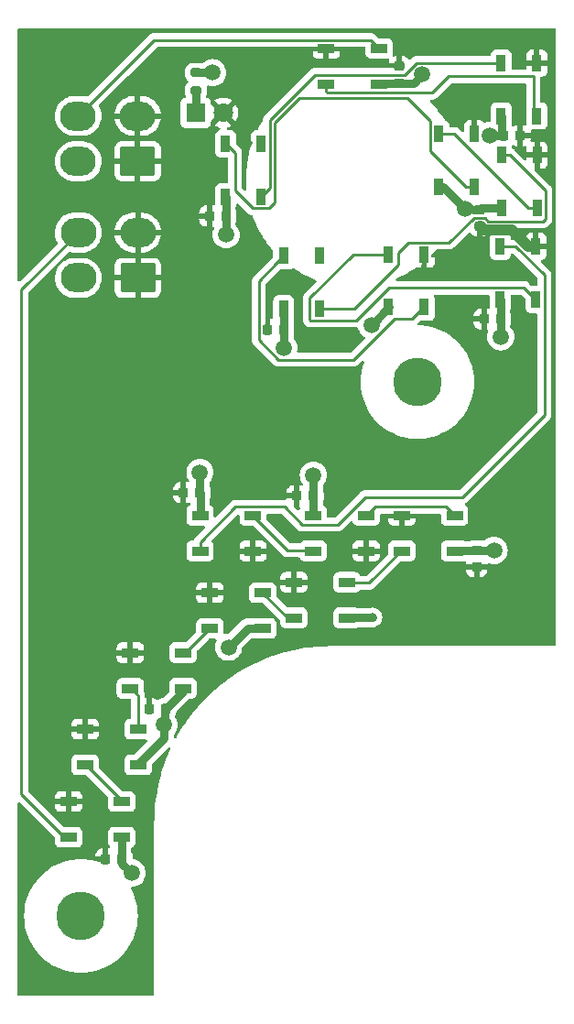
<source format=gbr>
%TF.GenerationSoftware,KiCad,Pcbnew,(6.0.9)*%
%TF.CreationDate,2023-01-06T21:34:32-09:00*%
%TF.ProjectId,OBOGS PANEL,4f424f47-5320-4504-914e-454c2e6b6963,rev?*%
%TF.SameCoordinates,Original*%
%TF.FileFunction,Copper,L1,Top*%
%TF.FilePolarity,Positive*%
%FSLAX46Y46*%
G04 Gerber Fmt 4.6, Leading zero omitted, Abs format (unit mm)*
G04 Created by KiCad (PCBNEW (6.0.9)) date 2023-01-06 21:34:32*
%MOMM*%
%LPD*%
G01*
G04 APERTURE LIST*
G04 Aperture macros list*
%AMRoundRect*
0 Rectangle with rounded corners*
0 $1 Rounding radius*
0 $2 $3 $4 $5 $6 $7 $8 $9 X,Y pos of 4 corners*
0 Add a 4 corners polygon primitive as box body*
4,1,4,$2,$3,$4,$5,$6,$7,$8,$9,$2,$3,0*
0 Add four circle primitives for the rounded corners*
1,1,$1+$1,$2,$3*
1,1,$1+$1,$4,$5*
1,1,$1+$1,$6,$7*
1,1,$1+$1,$8,$9*
0 Add four rect primitives between the rounded corners*
20,1,$1+$1,$2,$3,$4,$5,0*
20,1,$1+$1,$4,$5,$6,$7,0*
20,1,$1+$1,$6,$7,$8,$9,0*
20,1,$1+$1,$8,$9,$2,$3,0*%
G04 Aperture macros list end*
%TA.AperFunction,SMDPad,CuDef*%
%ADD10RoundRect,0.225000X-0.225000X-0.250000X0.225000X-0.250000X0.225000X0.250000X-0.225000X0.250000X0*%
%TD*%
%TA.AperFunction,SMDPad,CuDef*%
%ADD11RoundRect,0.225000X0.250000X-0.225000X0.250000X0.225000X-0.250000X0.225000X-0.250000X-0.225000X0*%
%TD*%
%TA.AperFunction,SMDPad,CuDef*%
%ADD12RoundRect,0.225000X0.225000X0.250000X-0.225000X0.250000X-0.225000X-0.250000X0.225000X-0.250000X0*%
%TD*%
%TA.AperFunction,SMDPad,CuDef*%
%ADD13RoundRect,0.225000X-0.250000X0.225000X-0.250000X-0.225000X0.250000X-0.225000X0.250000X0.225000X0*%
%TD*%
%TA.AperFunction,SMDPad,CuDef*%
%ADD14R,1.500000X0.900000*%
%TD*%
%TA.AperFunction,SMDPad,CuDef*%
%ADD15R,0.900000X1.500000*%
%TD*%
%TA.AperFunction,WasherPad*%
%ADD16C,4.500000*%
%TD*%
%TA.AperFunction,SMDPad,CuDef*%
%ADD17RoundRect,0.200000X0.275000X-0.200000X0.275000X0.200000X-0.275000X0.200000X-0.275000X-0.200000X0*%
%TD*%
%TA.AperFunction,ComponentPad*%
%ADD18R,1.800000X1.800000*%
%TD*%
%TA.AperFunction,ComponentPad*%
%ADD19C,1.800000*%
%TD*%
%TA.AperFunction,ComponentPad*%
%ADD20RoundRect,0.250001X1.399999X-1.099999X1.399999X1.099999X-1.399999X1.099999X-1.399999X-1.099999X0*%
%TD*%
%TA.AperFunction,ComponentPad*%
%ADD21O,3.300000X2.700000*%
%TD*%
%TA.AperFunction,ViaPad*%
%ADD22C,1.500000*%
%TD*%
%TA.AperFunction,ViaPad*%
%ADD23C,0.800000*%
%TD*%
%TA.AperFunction,Conductor*%
%ADD24C,1.000000*%
%TD*%
%TA.AperFunction,Conductor*%
%ADD25C,0.250000*%
%TD*%
%TA.AperFunction,Conductor*%
%ADD26C,0.750000*%
%TD*%
G04 APERTURE END LIST*
D10*
%TO.P,C2,1*%
%TO.N,/LED+5V*%
X176885300Y-58747660D03*
%TO.P,C2,2*%
%TO.N,/LEDGND*%
X178435300Y-58747660D03*
%TD*%
D11*
%TO.P,C3,1*%
%TO.N,/LED+5V*%
X201881740Y-59684920D03*
%TO.P,C3,2*%
%TO.N,/LEDGND*%
X201881740Y-58134920D03*
%TD*%
D12*
%TO.P,C4,1*%
%TO.N,/LED+5V*%
X205636160Y-51315620D03*
%TO.P,C4,2*%
%TO.N,/LEDGND*%
X204086160Y-51315620D03*
%TD*%
D13*
%TO.P,C5,1*%
%TO.N,/LED+5V*%
X194447160Y-44919900D03*
%TO.P,C5,2*%
%TO.N,/LEDGND*%
X194447160Y-46469900D03*
%TD*%
D11*
%TO.P,C6,1*%
%TO.N,/LED+5V*%
X201602340Y-91201840D03*
%TO.P,C6,2*%
%TO.N,/LEDGND*%
X201602340Y-89651840D03*
%TD*%
D10*
%TO.P,C7,1*%
%TO.N,/LED+5V*%
X184944720Y-84607400D03*
%TO.P,C7,2*%
%TO.N,/LEDGND*%
X186494720Y-84607400D03*
%TD*%
%TO.P,C8,1*%
%TO.N,/LED+5V*%
X174464380Y-84322920D03*
%TO.P,C8,2*%
%TO.N,/LEDGND*%
X176014380Y-84322920D03*
%TD*%
%TO.P,C9,1*%
%TO.N,/LED+5V*%
X171314780Y-104292400D03*
%TO.P,C9,2*%
%TO.N,/LEDGND*%
X172864780Y-104292400D03*
%TD*%
%TO.P,C10,1*%
%TO.N,/LED+5V*%
X167268560Y-118188740D03*
%TO.P,C10,2*%
%TO.N,/LEDGND*%
X168818560Y-118188740D03*
%TD*%
D14*
%TO.P,D1,1*%
%TO.N,/LED+5V*%
X187694000Y-43257200D03*
%TO.P,D1,2*%
%TO.N,Net-(D1-Pad2)*%
X187694000Y-46557200D03*
%TO.P,D1,3*%
%TO.N,/LEDGND*%
X192594000Y-46557200D03*
%TO.P,D1,4*%
%TO.N,/DATAIN*%
X192594000Y-43257200D03*
%TD*%
D15*
%TO.P,D2,1*%
%TO.N,/LED+5V*%
X207162000Y-44602400D03*
%TO.P,D2,2*%
%TO.N,Net-(D2-Pad2)*%
X203862000Y-44602400D03*
%TO.P,D2,3*%
%TO.N,/LEDGND*%
X203862000Y-49502400D03*
%TO.P,D2,4*%
%TO.N,Net-(D1-Pad2)*%
X207162000Y-49502400D03*
%TD*%
%TO.P,D3,1*%
%TO.N,/LED+5V*%
X181685000Y-52058400D03*
%TO.P,D3,2*%
%TO.N,Net-(D3-Pad2)*%
X178385000Y-52058400D03*
%TO.P,D3,3*%
%TO.N,/LEDGND*%
X178385000Y-56958400D03*
%TO.P,D3,4*%
%TO.N,Net-(D2-Pad2)*%
X181685000Y-56958400D03*
%TD*%
%TO.P,D4,1*%
%TO.N,/LED+5V*%
X201396000Y-51144000D03*
%TO.P,D4,2*%
%TO.N,Net-(D4-Pad2)*%
X198096000Y-51144000D03*
%TO.P,D4,3*%
%TO.N,/LEDGND*%
X198096000Y-56044000D03*
%TO.P,D4,4*%
%TO.N,Net-(D3-Pad2)*%
X201396000Y-56044000D03*
%TD*%
%TO.P,D5,1*%
%TO.N,/LED+5V*%
X207187000Y-53125200D03*
%TO.P,D5,2*%
%TO.N,Net-(D5-Pad2)*%
X203887000Y-53125200D03*
%TO.P,D5,3*%
%TO.N,/LEDGND*%
X203887000Y-58025200D03*
%TO.P,D5,4*%
%TO.N,Net-(D4-Pad2)*%
X207187000Y-58025200D03*
%TD*%
%TO.P,D6,1*%
%TO.N,/LED+5V*%
X187045000Y-62433200D03*
%TO.P,D6,2*%
%TO.N,Net-(D6-Pad2)*%
X183745000Y-62433200D03*
%TO.P,D6,3*%
%TO.N,/LEDGND*%
X183745000Y-67333200D03*
%TO.P,D6,4*%
%TO.N,Net-(D5-Pad2)*%
X187045000Y-67333200D03*
%TD*%
%TO.P,D7,1*%
%TO.N,/LED+5V*%
X196748000Y-62280800D03*
%TO.P,D7,2*%
%TO.N,Net-(D7-Pad2)*%
X193448000Y-62280800D03*
%TO.P,D7,3*%
%TO.N,/LEDGND*%
X193448000Y-67180800D03*
%TO.P,D7,4*%
%TO.N,Net-(D6-Pad2)*%
X196748000Y-67180800D03*
%TD*%
%TO.P,D8,1*%
%TO.N,/LED+5V*%
X207085000Y-61558000D03*
%TO.P,D8,2*%
%TO.N,Net-(D8-Pad2)*%
X203785000Y-61558000D03*
%TO.P,D8,3*%
%TO.N,/LEDGND*%
X203785000Y-66458000D03*
%TO.P,D8,4*%
%TO.N,Net-(D7-Pad2)*%
X207085000Y-66458000D03*
%TD*%
D14*
%TO.P,D9,1*%
%TO.N,/LED+5V*%
X180922000Y-89711600D03*
%TO.P,D9,2*%
%TO.N,Net-(D10-Pad4)*%
X180922000Y-86411600D03*
%TO.P,D9,3*%
%TO.N,/LEDGND*%
X176022000Y-86411600D03*
%TO.P,D9,4*%
%TO.N,Net-(D8-Pad2)*%
X176022000Y-89711600D03*
%TD*%
%TO.P,D10,1*%
%TO.N,/LED+5V*%
X191387000Y-89711600D03*
%TO.P,D10,2*%
%TO.N,Net-(D10-Pad2)*%
X191387000Y-86411600D03*
%TO.P,D10,3*%
%TO.N,/LEDGND*%
X186487000Y-86411600D03*
%TO.P,D10,4*%
%TO.N,Net-(D10-Pad4)*%
X186487000Y-89711600D03*
%TD*%
%TO.P,D11,1*%
%TO.N,/LED+5V*%
X194666000Y-86411600D03*
%TO.P,D11,2*%
%TO.N,Net-(D11-Pad2)*%
X194666000Y-89711600D03*
%TO.P,D11,3*%
%TO.N,/LEDGND*%
X199566000Y-89711600D03*
%TO.P,D11,4*%
%TO.N,Net-(D10-Pad2)*%
X199566000Y-86411600D03*
%TD*%
%TO.P,D13,1*%
%TO.N,/LED+5V*%
X176936000Y-93574400D03*
%TO.P,D13,2*%
%TO.N,Net-(D13-Pad2)*%
X176936000Y-96874400D03*
%TO.P,D13,3*%
%TO.N,/LEDGND*%
X181836000Y-96874400D03*
%TO.P,D13,4*%
%TO.N,Net-(D12-Pad2)*%
X181836000Y-93574400D03*
%TD*%
%TO.P,D14,1*%
%TO.N,/LED+5V*%
X169570000Y-99112000D03*
%TO.P,D14,2*%
%TO.N,Net-(D14-Pad2)*%
X169570000Y-102412000D03*
%TO.P,D14,3*%
%TO.N,/LEDGND*%
X174470000Y-102412000D03*
%TO.P,D14,4*%
%TO.N,Net-(D13-Pad2)*%
X174470000Y-99112000D03*
%TD*%
%TO.P,D15,1*%
%TO.N,/LED+5V*%
X165382000Y-106173000D03*
%TO.P,D15,2*%
%TO.N,Net-(D15-Pad2)*%
X165382000Y-109473000D03*
%TO.P,D15,3*%
%TO.N,/LEDGND*%
X170282000Y-109473000D03*
%TO.P,D15,4*%
%TO.N,Net-(D14-Pad2)*%
X170282000Y-106173000D03*
%TD*%
%TO.P,D16,1*%
%TO.N,/LED+5V*%
X163881000Y-112878000D03*
%TO.P,D16,2*%
%TO.N,/DATAOUT*%
X163881000Y-116178000D03*
%TO.P,D16,3*%
%TO.N,/LEDGND*%
X168781000Y-116178000D03*
%TO.P,D16,4*%
%TO.N,Net-(D15-Pad2)*%
X168781000Y-112878000D03*
%TD*%
%TO.P,D12,1*%
%TO.N,/LED+5V*%
X184709000Y-92609200D03*
%TO.P,D12,2*%
%TO.N,Net-(D12-Pad2)*%
X184709000Y-95909200D03*
%TO.P,D12,3*%
%TO.N,/LEDGND*%
X189609000Y-95909200D03*
%TO.P,D12,4*%
%TO.N,Net-(D11-Pad2)*%
X189609000Y-92609200D03*
%TD*%
D16*
%TO.P,2,*%
%TO.N,*%
X196121157Y-74108067D03*
%TD*%
%TO.P,3,*%
%TO.N,*%
X165006157Y-123447567D03*
%TD*%
D10*
%TO.P,C11,1*%
%TO.N,/LED+5V*%
X182216660Y-69220080D03*
%TO.P,C11,2*%
%TO.N,/LEDGND*%
X183766660Y-69220080D03*
%TD*%
%TO.P,C12,1*%
%TO.N,/LED+5V*%
X202272700Y-68267580D03*
%TO.P,C12,2*%
%TO.N,/LEDGND*%
X203822700Y-68267580D03*
%TD*%
D17*
%TO.P,R1,1*%
%TO.N,Net-(D17-Pad1)*%
X175635920Y-47151560D03*
%TO.P,R1,2*%
%TO.N,/LEDGND*%
X175635920Y-45501560D03*
%TD*%
D18*
%TO.P,D17,1*%
%TO.N,Net-(D17-Pad1)*%
X175613060Y-49209960D03*
D19*
%TO.P,D17,2*%
%TO.N,/LED+5V*%
X178153060Y-49209960D03*
%TD*%
D20*
%TO.P,J1,1*%
%TO.N,/LED+5V*%
X170251120Y-53695600D03*
D21*
%TO.P,J1,2*%
X170251120Y-49495600D03*
%TO.P,J1,3*%
%TO.N,/LEDGND*%
X164751120Y-53695600D03*
%TO.P,J1,4*%
%TO.N,/DATAIN*%
X164751120Y-49495600D03*
%TD*%
D20*
%TO.P,J2,1*%
%TO.N,/LED+5V*%
X170266360Y-64475360D03*
D21*
%TO.P,J2,2*%
X170266360Y-60275360D03*
%TO.P,J2,3*%
%TO.N,/LEDGND*%
X164766360Y-64475360D03*
%TO.P,J2,4*%
%TO.N,/DATAOUT*%
X164766360Y-60275360D03*
%TD*%
D22*
%TO.N,/LEDGND*%
X177177700Y-45501560D03*
X169738040Y-119484140D03*
X191851280Y-68806060D03*
X196547740Y-45679360D03*
D23*
X191960500Y-95851980D03*
D22*
X186499500Y-82692240D03*
X200543160Y-58112660D03*
X203215240Y-89654380D03*
X183761380Y-70949820D03*
X176014380Y-82433160D03*
X203832460Y-69916040D03*
X178645820Y-98605340D03*
X172707300Y-105785920D03*
X178429920Y-60479940D03*
X202821540Y-51315620D03*
%TD*%
D24*
%TO.N,/LED+5V*%
X206366738Y-61558000D02*
X204865844Y-60057106D01*
X201931750Y-59734930D02*
X201881740Y-59734930D01*
X207035000Y-61558000D02*
X206366738Y-61558000D01*
X204865844Y-60057106D02*
X202253926Y-60057106D01*
X202253926Y-60057106D02*
X201931750Y-59734930D01*
D25*
%TO.N,Net-(D1-Pad2)*%
X187787480Y-47350680D02*
X197499320Y-47350680D01*
X187694000Y-46507200D02*
X187694000Y-47257200D01*
X197499320Y-47350680D02*
X199000000Y-45850000D01*
X199000000Y-45850000D02*
X206850000Y-45850000D01*
X206850000Y-45850000D02*
X206850000Y-49240400D01*
X206850000Y-49240400D02*
X207112000Y-49502400D01*
X187694000Y-47257200D02*
X187787480Y-47350680D01*
%TO.N,/DATAIN*%
X191768999Y-42482199D02*
X171764521Y-42482199D01*
X192594000Y-43307200D02*
X191768999Y-42482199D01*
X171764521Y-42482199D02*
X164751120Y-49495600D01*
D26*
%TO.N,/LEDGND*%
X203215240Y-89654380D02*
X203227940Y-89651840D01*
X191960500Y-95851980D02*
X191953280Y-95859200D01*
X178429920Y-60479940D02*
X178435300Y-60510720D01*
X191851280Y-68806060D02*
X191869060Y-68806060D01*
X183761380Y-70949820D02*
X183779160Y-70932040D01*
X203832460Y-69916040D02*
X203835000Y-69913500D01*
X200543160Y-58112660D02*
X200565420Y-58134920D01*
X202821540Y-51315620D02*
X202679300Y-51315620D01*
X196547740Y-45679360D02*
X196547740Y-45679360D01*
X172707300Y-105785920D02*
X172864780Y-105643680D01*
X169738040Y-119484140D02*
X169689780Y-119491760D01*
X178645820Y-98605340D02*
X178645820Y-98605340D01*
X186499500Y-82692240D02*
X186494720Y-82697020D01*
X176014380Y-82433160D02*
X176014380Y-82433160D01*
X177177700Y-45501560D02*
X177177700Y-45501560D01*
X175635920Y-45501560D02*
X177177700Y-45501560D01*
X174470000Y-102687180D02*
X172864780Y-104292400D01*
X201881740Y-58134920D02*
X200543160Y-58112660D01*
X203912000Y-49502400D02*
X203912000Y-51141460D01*
X176014380Y-86453980D02*
X176022000Y-86461600D01*
X186487000Y-84615120D02*
X186494720Y-84607400D01*
X181836000Y-96824400D02*
X180426760Y-96824400D01*
X195782600Y-46444500D02*
X196547740Y-45679360D01*
X186494720Y-84607400D02*
X186499500Y-82692240D01*
X178435000Y-56958400D02*
X178435000Y-58747360D01*
X192594000Y-46507200D02*
X194409860Y-46507200D01*
X201991460Y-58025200D02*
X201881740Y-58134920D01*
X183779160Y-69220080D02*
X183761380Y-70949820D01*
X194409860Y-46507200D02*
X194447160Y-46469900D01*
X178435000Y-58747360D02*
X178435300Y-58747660D01*
X172707300Y-106997700D02*
X172707300Y-105785920D01*
X193498000Y-67177120D02*
X191851280Y-68806060D01*
X176022000Y-86461600D02*
X176022000Y-84330540D01*
X203912000Y-51141460D02*
X204086160Y-51315620D01*
X168818560Y-118188740D02*
X168818560Y-118620540D01*
X180426760Y-96824400D02*
X178645820Y-98605340D01*
X203835000Y-66458000D02*
X203832460Y-69916040D01*
X193498000Y-67180800D02*
X193498000Y-67177120D01*
X189609000Y-95859200D02*
X191960500Y-95851980D01*
X198146000Y-56044000D02*
X198474500Y-56044000D01*
X203937000Y-58025200D02*
X201991460Y-58025200D01*
X168781000Y-116128000D02*
X168781000Y-118151180D01*
X201592580Y-89661600D02*
X201602340Y-89651840D01*
X168818560Y-118620540D02*
X169738040Y-119484140D01*
X199566000Y-89661600D02*
X201592580Y-89661600D01*
X170282000Y-109423000D02*
X172707300Y-106997700D01*
X194447160Y-46469900D02*
X195782600Y-46469900D01*
X176022000Y-84330540D02*
X176014380Y-84322920D01*
X195782600Y-46469900D02*
X195782600Y-46444500D01*
X183795000Y-67333200D02*
X183795000Y-69204240D01*
X172864780Y-104292400D02*
X172707300Y-105785920D01*
X204086160Y-51315620D02*
X202821540Y-51315620D01*
X176014380Y-84322920D02*
X176014380Y-82433160D01*
X186487000Y-86461600D02*
X186487000Y-84615120D01*
X174470000Y-102362000D02*
X174470000Y-102687180D01*
X183795000Y-69204240D02*
X183779160Y-69220080D01*
X201602340Y-89651840D02*
X203215240Y-89654380D01*
X178435300Y-58747660D02*
X178429920Y-60479940D01*
X168818560Y-118188740D02*
X168781000Y-118151180D01*
X198474500Y-56044000D02*
X200543160Y-58112660D01*
D25*
%TO.N,Net-(D2-Pad2)*%
X196033698Y-44602400D02*
X194941198Y-45694900D01*
X193969326Y-45694900D02*
X193956625Y-45682199D01*
X193956625Y-45682199D02*
X186683999Y-45682199D01*
X186683999Y-45682199D02*
X182460001Y-49906197D01*
X203912000Y-44602400D02*
X196033698Y-44602400D01*
X194941198Y-45694900D02*
X193969326Y-45694900D01*
X182460001Y-56133399D02*
X181635000Y-56958400D01*
X182460001Y-49906197D02*
X182460001Y-56133399D01*
%TO.N,Net-(D3-Pad2)*%
X182395001Y-58033401D02*
X180874999Y-58033401D01*
X179260001Y-52883401D02*
X178435000Y-52058400D01*
X180874999Y-58033401D02*
X179260001Y-56418403D01*
X197320999Y-49920999D02*
X195200690Y-47800690D01*
X182910011Y-57518391D02*
X182395001Y-58033401D01*
X182910011Y-50092597D02*
X182910011Y-57518391D01*
X195200690Y-47800690D02*
X185201918Y-47800690D01*
X185201918Y-47800690D02*
X182910011Y-50092597D01*
X179260001Y-56418403D02*
X179260001Y-52883401D01*
X200596000Y-56044000D02*
X197320999Y-52768999D01*
X197320999Y-52768999D02*
X197320999Y-49920999D01*
X201346000Y-56044000D02*
X200596000Y-56044000D01*
%TO.N,Net-(D4-Pad2)*%
X206387000Y-58025200D02*
X199505800Y-51144000D01*
X199505800Y-51144000D02*
X198146000Y-51144000D01*
X207137000Y-58025200D02*
X206387000Y-58025200D01*
%TO.N,Net-(D5-Pad2)*%
X202359574Y-58909920D02*
X201336902Y-58909920D01*
X202681750Y-59232096D02*
X202359574Y-58909920D01*
X207765106Y-59232096D02*
X202681750Y-59232096D01*
X195244201Y-61205799D02*
X194323001Y-62126999D01*
X194323001Y-63290801D02*
X190280602Y-67333200D01*
X203937000Y-53125200D02*
X204687000Y-53125200D01*
X201336902Y-58909920D02*
X199041023Y-61205799D01*
X207962001Y-56400201D02*
X207962001Y-59035201D01*
X207962001Y-59035201D02*
X207765106Y-59232096D01*
X194323001Y-62126999D02*
X194323001Y-63290801D01*
X204687000Y-53125200D02*
X207962001Y-56400201D01*
X190280602Y-67333200D02*
X186995000Y-67333200D01*
X199041023Y-61205799D02*
X195244201Y-61205799D01*
%TO.N,Net-(D6-Pad2)*%
X181441650Y-64786550D02*
X183105144Y-63123056D01*
X196698000Y-67180800D02*
X195622999Y-68255801D01*
X183245379Y-72024821D02*
X181441650Y-70221092D01*
X190223521Y-72024821D02*
X183245379Y-72024821D01*
X193992541Y-68255801D02*
X190223521Y-72024821D01*
X183105144Y-63123056D02*
X183795000Y-62433200D01*
X181441650Y-70221092D02*
X181441650Y-64786550D01*
X195622999Y-68255801D02*
X193992541Y-68255801D01*
%TO.N,Net-(D7-Pad2)*%
X186169999Y-68343201D02*
X186234999Y-68408201D01*
X186234999Y-68408201D02*
X190435597Y-68408201D01*
X193460799Y-65382999D02*
X205959999Y-65382999D01*
X193498000Y-62280800D02*
X190212398Y-62280800D01*
X190212398Y-62280800D02*
X186169999Y-66323199D01*
X205959999Y-65382999D02*
X207035000Y-66458000D01*
X190435597Y-68408201D02*
X193460799Y-65382999D01*
X186169999Y-66323199D02*
X186169999Y-68343201D01*
%TO.N,Net-(D8-Pad2)*%
X200250000Y-84750000D02*
X207860001Y-77139999D01*
X179297001Y-85636599D02*
X183826997Y-85636599D01*
X205199998Y-61558000D02*
X203835000Y-61558000D01*
X207860001Y-77139999D02*
X207860001Y-64218003D01*
X188726997Y-87286601D02*
X191263598Y-84750000D01*
X185476999Y-87286601D02*
X188726997Y-87286601D01*
X191263598Y-84750000D02*
X200250000Y-84750000D01*
X183826997Y-85636599D02*
X185476999Y-87286601D01*
X207860001Y-64218003D02*
X205199998Y-61558000D01*
X176022000Y-88911600D02*
X179297001Y-85636599D01*
X176022000Y-89661600D02*
X176022000Y-88911600D01*
%TO.N,Net-(D10-Pad4)*%
X186487000Y-89661600D02*
X184122000Y-89661600D01*
X184122000Y-89661600D02*
X180922000Y-86461600D01*
%TO.N,Net-(D10-Pad2)*%
X199566000Y-86461600D02*
X198740999Y-85636599D01*
X192212001Y-85636599D02*
X191387000Y-86461600D01*
X198740999Y-85636599D02*
X192212001Y-85636599D01*
%TO.N,Net-(D11-Pad2)*%
X191668400Y-92659200D02*
X189609000Y-92659200D01*
X194666000Y-89661600D02*
X191668400Y-92659200D01*
%TO.N,Net-(D12-Pad2)*%
X184070800Y-95859200D02*
X181836000Y-93624400D01*
X184709000Y-95859200D02*
X184070800Y-95859200D01*
%TO.N,Net-(D13-Pad2)*%
X174470000Y-99162000D02*
X174598400Y-99162000D01*
X174598400Y-99162000D02*
X176936000Y-96824400D01*
%TO.N,Net-(D14-Pad2)*%
X170282000Y-106223000D02*
X170282000Y-103074000D01*
X170282000Y-103074000D02*
X169570000Y-102362000D01*
%TO.N,Net-(D15-Pad2)*%
X168781000Y-112822000D02*
X165382000Y-109423000D01*
X168781000Y-112928000D02*
X168781000Y-112822000D01*
%TO.N,/DATAOUT*%
X159491680Y-65550040D02*
X164766360Y-60275360D01*
X163448200Y-116128000D02*
X159491680Y-112171480D01*
X163881000Y-116128000D02*
X163448200Y-116128000D01*
X159491680Y-112171480D02*
X159491680Y-65550040D01*
D26*
%TO.N,Net-(D17-Pad1)*%
X175635920Y-47151560D02*
X175635920Y-49187100D01*
X175635920Y-49187100D02*
X175613060Y-49209960D01*
%TD*%
%TA.AperFunction,Conductor*%
%TO.N,/LED+5V*%
G36*
X208882021Y-41422502D02*
G01*
X208928514Y-41476158D01*
X208939900Y-41528500D01*
X208939900Y-98374700D01*
X208919898Y-98442821D01*
X208866242Y-98489314D01*
X208813900Y-98500700D01*
X188216450Y-98500700D01*
X188195545Y-98498954D01*
X188180544Y-98496430D01*
X188180541Y-98496430D01*
X188175752Y-98495624D01*
X188169779Y-98495551D01*
X188168069Y-98495530D01*
X188168064Y-98495530D01*
X188163200Y-98495471D01*
X188158861Y-98496092D01*
X188155499Y-98496241D01*
X187383421Y-98514620D01*
X187381913Y-98514728D01*
X187381910Y-98514728D01*
X186994414Y-98542443D01*
X186605408Y-98570265D01*
X186240744Y-98613866D01*
X185832418Y-98662687D01*
X185832403Y-98662689D01*
X185830924Y-98662866D01*
X185829445Y-98663115D01*
X185829429Y-98663117D01*
X185321157Y-98748587D01*
X185061724Y-98792213D01*
X184299549Y-98958014D01*
X184298101Y-98958402D01*
X183547547Y-99159512D01*
X183547527Y-99159518D01*
X183546127Y-99159893D01*
X182803164Y-99397392D01*
X182683587Y-99441992D01*
X182073744Y-99669451D01*
X182073727Y-99669458D01*
X182072343Y-99669974D01*
X181355320Y-99977022D01*
X181354008Y-99977659D01*
X181353989Y-99977668D01*
X180938758Y-100179375D01*
X180653719Y-100317838D01*
X180652409Y-100318553D01*
X180652396Y-100318560D01*
X179970443Y-100690935D01*
X179970427Y-100690944D01*
X179969129Y-100691653D01*
X179303102Y-101097617D01*
X179301888Y-101098438D01*
X179301875Y-101098447D01*
X178961884Y-101328560D01*
X178657145Y-101534813D01*
X178655940Y-101535715D01*
X178655926Y-101535725D01*
X178243739Y-101844285D01*
X178032723Y-102002250D01*
X177431250Y-102498868D01*
X176854088Y-103023543D01*
X176302544Y-103575087D01*
X175777869Y-104152249D01*
X175776935Y-104153381D01*
X175776930Y-104153386D01*
X175415497Y-104591132D01*
X175281251Y-104753722D01*
X175280355Y-104754919D01*
X174814726Y-105376925D01*
X174814716Y-105376939D01*
X174813814Y-105378144D01*
X174689892Y-105561239D01*
X174393056Y-105999814D01*
X174376618Y-106024101D01*
X173970653Y-106690128D01*
X173840674Y-106928167D01*
X173827388Y-106952499D01*
X173777186Y-107002701D01*
X173707811Y-107017793D01*
X173641291Y-106992982D01*
X173598744Y-106936147D01*
X173590800Y-106892114D01*
X173590800Y-106734397D01*
X173610802Y-106666276D01*
X173627705Y-106645302D01*
X173675049Y-106597958D01*
X173790649Y-106432865D01*
X173798199Y-106422082D01*
X173798200Y-106422080D01*
X173801356Y-106417573D01*
X173803679Y-106412591D01*
X173803682Y-106412586D01*
X173892095Y-106222981D01*
X173894420Y-106217996D01*
X173951415Y-106005291D01*
X173970607Y-105785920D01*
X173951415Y-105566549D01*
X173894420Y-105353844D01*
X173835994Y-105228548D01*
X173803682Y-105159254D01*
X173803679Y-105159249D01*
X173801356Y-105154267D01*
X173798199Y-105149759D01*
X173798196Y-105149753D01*
X173728123Y-105049678D01*
X173705435Y-104982404D01*
X173724076Y-104911293D01*
X173755240Y-104860735D01*
X173755242Y-104860730D01*
X173759082Y-104854501D01*
X173812929Y-104692157D01*
X173819601Y-104627040D01*
X173846443Y-104561313D01*
X173855850Y-104550788D01*
X174999232Y-103407405D01*
X175061544Y-103373380D01*
X175088327Y-103370500D01*
X175268134Y-103370500D01*
X175330316Y-103363745D01*
X175466705Y-103312615D01*
X175583261Y-103225261D01*
X175670615Y-103108705D01*
X175721745Y-102972316D01*
X175728500Y-102910134D01*
X175728500Y-101913866D01*
X175721745Y-101851684D01*
X175670615Y-101715295D01*
X175583261Y-101598739D01*
X175466705Y-101511385D01*
X175330316Y-101460255D01*
X175268134Y-101453500D01*
X173671866Y-101453500D01*
X173609684Y-101460255D01*
X173473295Y-101511385D01*
X173356739Y-101598739D01*
X173269385Y-101715295D01*
X173218255Y-101851684D01*
X173211500Y-101913866D01*
X173211500Y-102644032D01*
X173191498Y-102712153D01*
X173174595Y-102733128D01*
X172631338Y-103276384D01*
X172569026Y-103310409D01*
X172555251Y-103312614D01*
X172534394Y-103314778D01*
X172495618Y-103318801D01*
X172495613Y-103318802D01*
X172488761Y-103319513D01*
X172478465Y-103322948D01*
X172333456Y-103371327D01*
X172333454Y-103371328D01*
X172326512Y-103373644D01*
X172320288Y-103377496D01*
X172320287Y-103377496D01*
X172187928Y-103459402D01*
X172181067Y-103463648D01*
X172175894Y-103468830D01*
X172170157Y-103473377D01*
X172168725Y-103471570D01*
X172116205Y-103500302D01*
X172045385Y-103495292D01*
X172008927Y-103471901D01*
X172008097Y-103472952D01*
X171990940Y-103459402D01*
X171857900Y-103377396D01*
X171844719Y-103371249D01*
X171695966Y-103321909D01*
X171682590Y-103319042D01*
X171591683Y-103309728D01*
X171586654Y-103309471D01*
X171571656Y-103313875D01*
X171570451Y-103315265D01*
X171568780Y-103322948D01*
X171568780Y-104420400D01*
X171548778Y-104488521D01*
X171495122Y-104535014D01*
X171442780Y-104546400D01*
X171186780Y-104546400D01*
X171118659Y-104526398D01*
X171072166Y-104472742D01*
X171060780Y-104420400D01*
X171060780Y-103327515D01*
X171056305Y-103312276D01*
X171054915Y-103311071D01*
X171047232Y-103309400D01*
X171041500Y-103309400D01*
X170973379Y-103289398D01*
X170926886Y-103235742D01*
X170915500Y-103183400D01*
X170915500Y-103152767D01*
X170916027Y-103141584D01*
X170917702Y-103134091D01*
X170915562Y-103066014D01*
X170915500Y-103062055D01*
X170915500Y-103034144D01*
X170914995Y-103030144D01*
X170914062Y-103018301D01*
X170912922Y-102982030D01*
X170912673Y-102974111D01*
X170907021Y-102954657D01*
X170903013Y-102935300D01*
X170901468Y-102923070D01*
X170901468Y-102923069D01*
X170900474Y-102915203D01*
X170897114Y-102906717D01*
X170884196Y-102874088D01*
X170880351Y-102862858D01*
X170870229Y-102828017D01*
X170870229Y-102828016D01*
X170868018Y-102820407D01*
X170863985Y-102813588D01*
X170863983Y-102813583D01*
X170857707Y-102802972D01*
X170849012Y-102785224D01*
X170841552Y-102766383D01*
X170842295Y-102766088D01*
X170828500Y-102712353D01*
X170828500Y-101913866D01*
X170821745Y-101851684D01*
X170770615Y-101715295D01*
X170683261Y-101598739D01*
X170566705Y-101511385D01*
X170430316Y-101460255D01*
X170368134Y-101453500D01*
X168771866Y-101453500D01*
X168709684Y-101460255D01*
X168573295Y-101511385D01*
X168456739Y-101598739D01*
X168369385Y-101715295D01*
X168318255Y-101851684D01*
X168311500Y-101913866D01*
X168311500Y-102910134D01*
X168318255Y-102972316D01*
X168369385Y-103108705D01*
X168456739Y-103225261D01*
X168573295Y-103312615D01*
X168709684Y-103363745D01*
X168771866Y-103370500D01*
X169522500Y-103370500D01*
X169590621Y-103390502D01*
X169637114Y-103444158D01*
X169648500Y-103496500D01*
X169648500Y-105088500D01*
X169628498Y-105156621D01*
X169574842Y-105203114D01*
X169522500Y-105214500D01*
X169483866Y-105214500D01*
X169421684Y-105221255D01*
X169285295Y-105272385D01*
X169168739Y-105359739D01*
X169081385Y-105476295D01*
X169030255Y-105612684D01*
X169023500Y-105674866D01*
X169023500Y-106671134D01*
X169030255Y-106733316D01*
X169081385Y-106869705D01*
X169168739Y-106986261D01*
X169285295Y-107073615D01*
X169421684Y-107124745D01*
X169483866Y-107131500D01*
X171019853Y-107131500D01*
X171087974Y-107151502D01*
X171134467Y-107205158D01*
X171144571Y-107275432D01*
X171115077Y-107340012D01*
X171108953Y-107346590D01*
X170504139Y-107951403D01*
X169977947Y-108477595D01*
X169915635Y-108511621D01*
X169888852Y-108514500D01*
X169483866Y-108514500D01*
X169421684Y-108521255D01*
X169285295Y-108572385D01*
X169168739Y-108659739D01*
X169081385Y-108776295D01*
X169030255Y-108912684D01*
X169023500Y-108974866D01*
X169023500Y-109971134D01*
X169030255Y-110033316D01*
X169081385Y-110169705D01*
X169168739Y-110286261D01*
X169285295Y-110373615D01*
X169421684Y-110424745D01*
X169483866Y-110431500D01*
X171080134Y-110431500D01*
X171142316Y-110424745D01*
X171278705Y-110373615D01*
X171395261Y-110286261D01*
X171482615Y-110169705D01*
X171533745Y-110033316D01*
X171540500Y-109971134D01*
X171540500Y-109466148D01*
X171560502Y-109398027D01*
X171577405Y-109377053D01*
X173083161Y-107871297D01*
X173145473Y-107837271D01*
X173216288Y-107842336D01*
X173273124Y-107884883D01*
X173297935Y-107951403D01*
X173285591Y-108015447D01*
X173256684Y-108074954D01*
X173256667Y-108074991D01*
X173256022Y-108076319D01*
X172948975Y-108793342D01*
X172948459Y-108794726D01*
X172948452Y-108794743D01*
X172870518Y-109003694D01*
X172676393Y-109524163D01*
X172600944Y-109760188D01*
X172533512Y-109971134D01*
X172438893Y-110267126D01*
X172438518Y-110268526D01*
X172438512Y-110268546D01*
X172384960Y-110468405D01*
X172237014Y-111020548D01*
X172071213Y-111782723D01*
X172043760Y-111945980D01*
X171957424Y-112459405D01*
X171941866Y-112551923D01*
X171941689Y-112553402D01*
X171941687Y-112553417D01*
X171920263Y-112732605D01*
X171849265Y-113326407D01*
X171841831Y-113430351D01*
X171812938Y-113834328D01*
X171793620Y-114104420D01*
X171787292Y-114370272D01*
X171775584Y-114862096D01*
X171775256Y-114867887D01*
X171774623Y-114871647D01*
X171774470Y-114884199D01*
X171775160Y-114889015D01*
X171778356Y-114911332D01*
X171779629Y-114929390D01*
X171755279Y-130683695D01*
X171735172Y-130751784D01*
X171681444Y-130798194D01*
X171629279Y-130809500D01*
X159282901Y-130809500D01*
X159214780Y-130789498D01*
X159168287Y-130735842D01*
X159156901Y-130683500D01*
X159156901Y-123447567D01*
X159750655Y-123447567D01*
X159770654Y-123905614D01*
X159830498Y-124360175D01*
X159929732Y-124807791D01*
X160067601Y-125245055D01*
X160243055Y-125668638D01*
X160454759Y-126075318D01*
X160701102Y-126461999D01*
X160980209Y-126825739D01*
X161289956Y-127163768D01*
X161627985Y-127473515D01*
X161630147Y-127475174D01*
X161630153Y-127475179D01*
X161753919Y-127570148D01*
X161991725Y-127752622D01*
X162378406Y-127998965D01*
X162785086Y-128210669D01*
X163208669Y-128386123D01*
X163211289Y-128386949D01*
X163211297Y-128386952D01*
X163643303Y-128523163D01*
X163643308Y-128523164D01*
X163645933Y-128523992D01*
X164093549Y-128623226D01*
X164096268Y-128623584D01*
X164096274Y-128623585D01*
X164266785Y-128646033D01*
X164548110Y-128683070D01*
X164550859Y-128683190D01*
X164550870Y-128683191D01*
X165003409Y-128702949D01*
X165006157Y-128703069D01*
X165008905Y-128702949D01*
X165461444Y-128683191D01*
X165461455Y-128683190D01*
X165464204Y-128683070D01*
X165745529Y-128646033D01*
X165916040Y-128623585D01*
X165916046Y-128623584D01*
X165918765Y-128623226D01*
X166366381Y-128523992D01*
X166369006Y-128523164D01*
X166369011Y-128523163D01*
X166801017Y-128386952D01*
X166801025Y-128386949D01*
X166803645Y-128386123D01*
X167227228Y-128210669D01*
X167633908Y-127998965D01*
X168020589Y-127752622D01*
X168258395Y-127570148D01*
X168382161Y-127475179D01*
X168382167Y-127475174D01*
X168384329Y-127473515D01*
X168722358Y-127163768D01*
X169032105Y-126825739D01*
X169311212Y-126461999D01*
X169557555Y-126075318D01*
X169769259Y-125668638D01*
X169944713Y-125245055D01*
X170082582Y-124807791D01*
X170181816Y-124360175D01*
X170241660Y-123905614D01*
X170261659Y-123447567D01*
X170241660Y-122989520D01*
X170181816Y-122534959D01*
X170082582Y-122087343D01*
X169944713Y-121650079D01*
X169769259Y-121226496D01*
X169615511Y-120931148D01*
X169601798Y-120861488D01*
X169627923Y-120795473D01*
X169685592Y-120754062D01*
X169727274Y-120746968D01*
X169732565Y-120746968D01*
X169738040Y-120747447D01*
X169957411Y-120728255D01*
X170170116Y-120671260D01*
X170369694Y-120578196D01*
X170550078Y-120451889D01*
X170705789Y-120296178D01*
X170832096Y-120115793D01*
X170834419Y-120110811D01*
X170834422Y-120110806D01*
X170922835Y-119921201D01*
X170925160Y-119916216D01*
X170982155Y-119703511D01*
X171001347Y-119484140D01*
X170982155Y-119264769D01*
X170925160Y-119052064D01*
X170853156Y-118897650D01*
X170834422Y-118857474D01*
X170834419Y-118857469D01*
X170832096Y-118852487D01*
X170799015Y-118805242D01*
X170708948Y-118676613D01*
X170708946Y-118676610D01*
X170705789Y-118672102D01*
X170550078Y-118516391D01*
X170541043Y-118510064D01*
X170428633Y-118431354D01*
X170369694Y-118390084D01*
X170170116Y-118297020D01*
X169957411Y-118240025D01*
X169942126Y-118238688D01*
X169892078Y-118234309D01*
X169825960Y-118208445D01*
X169784320Y-118150942D01*
X169777060Y-118108788D01*
X169777060Y-117890008D01*
X169766447Y-117787721D01*
X169712316Y-117625472D01*
X169683356Y-117578673D01*
X169664500Y-117512370D01*
X169664500Y-117208382D01*
X169684502Y-117140261D01*
X169738158Y-117093768D01*
X169746269Y-117090401D01*
X169769293Y-117081769D01*
X169769297Y-117081767D01*
X169777705Y-117078615D01*
X169894261Y-116991261D01*
X169981615Y-116874705D01*
X170032745Y-116738316D01*
X170039500Y-116676134D01*
X170039500Y-115679866D01*
X170032745Y-115617684D01*
X169981615Y-115481295D01*
X169894261Y-115364739D01*
X169777705Y-115277385D01*
X169641316Y-115226255D01*
X169579134Y-115219500D01*
X167982866Y-115219500D01*
X167920684Y-115226255D01*
X167784295Y-115277385D01*
X167667739Y-115364739D01*
X167580385Y-115481295D01*
X167529255Y-115617684D01*
X167522500Y-115679866D01*
X167522500Y-116676134D01*
X167529255Y-116738316D01*
X167580385Y-116874705D01*
X167667739Y-116991261D01*
X167673041Y-116995235D01*
X167706501Y-117056510D01*
X167701436Y-117127325D01*
X167658889Y-117184161D01*
X167592369Y-117208972D01*
X167570537Y-117208637D01*
X167545461Y-117206068D01*
X167540434Y-117205811D01*
X167525436Y-117210215D01*
X167524231Y-117211605D01*
X167522560Y-117219288D01*
X167522560Y-118316740D01*
X167502558Y-118384861D01*
X167448902Y-118431354D01*
X167396560Y-118442740D01*
X166612853Y-118442740D01*
X166574964Y-118436908D01*
X166369011Y-118371971D01*
X166369006Y-118371970D01*
X166366381Y-118371142D01*
X165918765Y-118271908D01*
X165916046Y-118271550D01*
X165916040Y-118271549D01*
X165745529Y-118249101D01*
X165464204Y-118212064D01*
X165461455Y-118211944D01*
X165461444Y-118211943D01*
X165008905Y-118192185D01*
X165006157Y-118192065D01*
X165003409Y-118192185D01*
X164550870Y-118211943D01*
X164550859Y-118211944D01*
X164548110Y-118212064D01*
X164266785Y-118249101D01*
X164096274Y-118271549D01*
X164096268Y-118271550D01*
X164093549Y-118271908D01*
X163645933Y-118371142D01*
X163643308Y-118371970D01*
X163643303Y-118371971D01*
X163211297Y-118508182D01*
X163211289Y-118508185D01*
X163208669Y-118509011D01*
X162785086Y-118684465D01*
X162378406Y-118896169D01*
X161991725Y-119142512D01*
X161825259Y-119270246D01*
X161630153Y-119419955D01*
X161630147Y-119419960D01*
X161627985Y-119421619D01*
X161289956Y-119731366D01*
X160980209Y-120069395D01*
X160978550Y-120071557D01*
X160978545Y-120071563D01*
X160883576Y-120195329D01*
X160701102Y-120433135D01*
X160454759Y-120819816D01*
X160243055Y-121226496D01*
X160067601Y-121650079D01*
X159929732Y-122087343D01*
X159830498Y-122534959D01*
X159770654Y-122989520D01*
X159750655Y-123447567D01*
X159156901Y-123447567D01*
X159156901Y-117916625D01*
X166310560Y-117916625D01*
X166315035Y-117931864D01*
X166316425Y-117933069D01*
X166324108Y-117934740D01*
X166996445Y-117934740D01*
X167011684Y-117930265D01*
X167012889Y-117928875D01*
X167014560Y-117921192D01*
X167014560Y-117223855D01*
X167010085Y-117208616D01*
X167008695Y-117207411D01*
X167001012Y-117205740D01*
X166998122Y-117205740D01*
X166991607Y-117206077D01*
X166899503Y-117215634D01*
X166886104Y-117218528D01*
X166737453Y-117268121D01*
X166724274Y-117274295D01*
X166591387Y-117356528D01*
X166579986Y-117365564D01*
X166469574Y-117476169D01*
X166460562Y-117487580D01*
X166378556Y-117620620D01*
X166372409Y-117633801D01*
X166323069Y-117782554D01*
X166320202Y-117795930D01*
X166310888Y-117886837D01*
X166310560Y-117893254D01*
X166310560Y-117916625D01*
X159156901Y-117916625D01*
X159156901Y-113036795D01*
X159176903Y-112968674D01*
X159230559Y-112922181D01*
X159300833Y-112912077D01*
X159365413Y-112941571D01*
X159371996Y-112947700D01*
X162585595Y-116161299D01*
X162619621Y-116223611D01*
X162622500Y-116250394D01*
X162622500Y-116676134D01*
X162629255Y-116738316D01*
X162680385Y-116874705D01*
X162767739Y-116991261D01*
X162884295Y-117078615D01*
X163020684Y-117129745D01*
X163082866Y-117136500D01*
X164679134Y-117136500D01*
X164741316Y-117129745D01*
X164877705Y-117078615D01*
X164994261Y-116991261D01*
X165081615Y-116874705D01*
X165132745Y-116738316D01*
X165139500Y-116676134D01*
X165139500Y-115679866D01*
X165132745Y-115617684D01*
X165081615Y-115481295D01*
X164994261Y-115364739D01*
X164877705Y-115277385D01*
X164741316Y-115226255D01*
X164679134Y-115219500D01*
X163487795Y-115219500D01*
X163419674Y-115199498D01*
X163398700Y-115182595D01*
X161588774Y-113372669D01*
X162623001Y-113372669D01*
X162623371Y-113379490D01*
X162628895Y-113430352D01*
X162632521Y-113445604D01*
X162677676Y-113566054D01*
X162686214Y-113581649D01*
X162762715Y-113683724D01*
X162775276Y-113696285D01*
X162877351Y-113772786D01*
X162892946Y-113781324D01*
X163013394Y-113826478D01*
X163028649Y-113830105D01*
X163079514Y-113835631D01*
X163086328Y-113836000D01*
X163608885Y-113836000D01*
X163624124Y-113831525D01*
X163625329Y-113830135D01*
X163627000Y-113822452D01*
X163627000Y-113817884D01*
X164135000Y-113817884D01*
X164139475Y-113833123D01*
X164140865Y-113834328D01*
X164148548Y-113835999D01*
X164675669Y-113835999D01*
X164682490Y-113835629D01*
X164733352Y-113830105D01*
X164748604Y-113826479D01*
X164869054Y-113781324D01*
X164884649Y-113772786D01*
X164986724Y-113696285D01*
X164999285Y-113683724D01*
X165075786Y-113581649D01*
X165084324Y-113566054D01*
X165129478Y-113445606D01*
X165133105Y-113430351D01*
X165138631Y-113379486D01*
X165139000Y-113372672D01*
X165139000Y-113150115D01*
X165134525Y-113134876D01*
X165133135Y-113133671D01*
X165125452Y-113132000D01*
X164153115Y-113132000D01*
X164137876Y-113136475D01*
X164136671Y-113137865D01*
X164135000Y-113145548D01*
X164135000Y-113817884D01*
X163627000Y-113817884D01*
X163627000Y-113150115D01*
X163622525Y-113134876D01*
X163621135Y-113133671D01*
X163613452Y-113132000D01*
X162641116Y-113132000D01*
X162625877Y-113136475D01*
X162624672Y-113137865D01*
X162623001Y-113145548D01*
X162623001Y-113372669D01*
X161588774Y-113372669D01*
X160821990Y-112605885D01*
X162623000Y-112605885D01*
X162627475Y-112621124D01*
X162628865Y-112622329D01*
X162636548Y-112624000D01*
X163608885Y-112624000D01*
X163624124Y-112619525D01*
X163625329Y-112618135D01*
X163627000Y-112610452D01*
X163627000Y-112605885D01*
X164135000Y-112605885D01*
X164139475Y-112621124D01*
X164140865Y-112622329D01*
X164148548Y-112624000D01*
X165120884Y-112624000D01*
X165136123Y-112619525D01*
X165137328Y-112618135D01*
X165138999Y-112610452D01*
X165138999Y-112383331D01*
X165138629Y-112376510D01*
X165133105Y-112325648D01*
X165129479Y-112310396D01*
X165084324Y-112189946D01*
X165075786Y-112174351D01*
X164999285Y-112072276D01*
X164986724Y-112059715D01*
X164884649Y-111983214D01*
X164869054Y-111974676D01*
X164748606Y-111929522D01*
X164733351Y-111925895D01*
X164682486Y-111920369D01*
X164675672Y-111920000D01*
X164153115Y-111920000D01*
X164137876Y-111924475D01*
X164136671Y-111925865D01*
X164135000Y-111933548D01*
X164135000Y-112605885D01*
X163627000Y-112605885D01*
X163627000Y-111938116D01*
X163622525Y-111922877D01*
X163621135Y-111921672D01*
X163613452Y-111920001D01*
X163086331Y-111920001D01*
X163079510Y-111920371D01*
X163028648Y-111925895D01*
X163013396Y-111929521D01*
X162892946Y-111974676D01*
X162877351Y-111983214D01*
X162775276Y-112059715D01*
X162762715Y-112072276D01*
X162686214Y-112174351D01*
X162677676Y-112189946D01*
X162632522Y-112310394D01*
X162628895Y-112325649D01*
X162623369Y-112376514D01*
X162623000Y-112383328D01*
X162623000Y-112605885D01*
X160821990Y-112605885D01*
X160162085Y-111945980D01*
X160128059Y-111883668D01*
X160125180Y-111856885D01*
X160125180Y-109971134D01*
X164123500Y-109971134D01*
X164130255Y-110033316D01*
X164181385Y-110169705D01*
X164268739Y-110286261D01*
X164385295Y-110373615D01*
X164521684Y-110424745D01*
X164583866Y-110431500D01*
X165442406Y-110431500D01*
X165510527Y-110451502D01*
X165531501Y-110468405D01*
X167485595Y-112422500D01*
X167519621Y-112484812D01*
X167522500Y-112511595D01*
X167522500Y-113376134D01*
X167529255Y-113438316D01*
X167580385Y-113574705D01*
X167667739Y-113691261D01*
X167784295Y-113778615D01*
X167920684Y-113829745D01*
X167982866Y-113836500D01*
X169579134Y-113836500D01*
X169641316Y-113829745D01*
X169777705Y-113778615D01*
X169894261Y-113691261D01*
X169981615Y-113574705D01*
X170032745Y-113438316D01*
X170039500Y-113376134D01*
X170039500Y-112379866D01*
X170032745Y-112317684D01*
X169981615Y-112181295D01*
X169894261Y-112064739D01*
X169777705Y-111977385D01*
X169641316Y-111926255D01*
X169579134Y-111919500D01*
X168826594Y-111919500D01*
X168758473Y-111899498D01*
X168737499Y-111882595D01*
X166677405Y-109822500D01*
X166643379Y-109760188D01*
X166640500Y-109733405D01*
X166640500Y-108974866D01*
X166633745Y-108912684D01*
X166582615Y-108776295D01*
X166495261Y-108659739D01*
X166378705Y-108572385D01*
X166242316Y-108521255D01*
X166180134Y-108514500D01*
X164583866Y-108514500D01*
X164521684Y-108521255D01*
X164385295Y-108572385D01*
X164268739Y-108659739D01*
X164181385Y-108776295D01*
X164130255Y-108912684D01*
X164123500Y-108974866D01*
X164123500Y-109971134D01*
X160125180Y-109971134D01*
X160125180Y-106667669D01*
X164124001Y-106667669D01*
X164124371Y-106674490D01*
X164129895Y-106725352D01*
X164133521Y-106740604D01*
X164178676Y-106861054D01*
X164187214Y-106876649D01*
X164263715Y-106978724D01*
X164276276Y-106991285D01*
X164378351Y-107067786D01*
X164393946Y-107076324D01*
X164514394Y-107121478D01*
X164529649Y-107125105D01*
X164580514Y-107130631D01*
X164587328Y-107131000D01*
X165109885Y-107131000D01*
X165125124Y-107126525D01*
X165126329Y-107125135D01*
X165128000Y-107117452D01*
X165128000Y-107112884D01*
X165636000Y-107112884D01*
X165640475Y-107128123D01*
X165641865Y-107129328D01*
X165649548Y-107130999D01*
X166176669Y-107130999D01*
X166183490Y-107130629D01*
X166234352Y-107125105D01*
X166249604Y-107121479D01*
X166370054Y-107076324D01*
X166385649Y-107067786D01*
X166487724Y-106991285D01*
X166500285Y-106978724D01*
X166576786Y-106876649D01*
X166585324Y-106861054D01*
X166630478Y-106740606D01*
X166634105Y-106725351D01*
X166639631Y-106674486D01*
X166640000Y-106667672D01*
X166640000Y-106445115D01*
X166635525Y-106429876D01*
X166634135Y-106428671D01*
X166626452Y-106427000D01*
X165654115Y-106427000D01*
X165638876Y-106431475D01*
X165637671Y-106432865D01*
X165636000Y-106440548D01*
X165636000Y-107112884D01*
X165128000Y-107112884D01*
X165128000Y-106445115D01*
X165123525Y-106429876D01*
X165122135Y-106428671D01*
X165114452Y-106427000D01*
X164142116Y-106427000D01*
X164126877Y-106431475D01*
X164125672Y-106432865D01*
X164124001Y-106440548D01*
X164124001Y-106667669D01*
X160125180Y-106667669D01*
X160125180Y-105900885D01*
X164124000Y-105900885D01*
X164128475Y-105916124D01*
X164129865Y-105917329D01*
X164137548Y-105919000D01*
X165109885Y-105919000D01*
X165125124Y-105914525D01*
X165126329Y-105913135D01*
X165128000Y-105905452D01*
X165128000Y-105900885D01*
X165636000Y-105900885D01*
X165640475Y-105916124D01*
X165641865Y-105917329D01*
X165649548Y-105919000D01*
X166621884Y-105919000D01*
X166637123Y-105914525D01*
X166638328Y-105913135D01*
X166639999Y-105905452D01*
X166639999Y-105678331D01*
X166639629Y-105671510D01*
X166634105Y-105620648D01*
X166630479Y-105605396D01*
X166585324Y-105484946D01*
X166576786Y-105469351D01*
X166500285Y-105367276D01*
X166487724Y-105354715D01*
X166385649Y-105278214D01*
X166370054Y-105269676D01*
X166249606Y-105224522D01*
X166234351Y-105220895D01*
X166183486Y-105215369D01*
X166176672Y-105215000D01*
X165654115Y-105215000D01*
X165638876Y-105219475D01*
X165637671Y-105220865D01*
X165636000Y-105228548D01*
X165636000Y-105900885D01*
X165128000Y-105900885D01*
X165128000Y-105233116D01*
X165123525Y-105217877D01*
X165122135Y-105216672D01*
X165114452Y-105215001D01*
X164587331Y-105215001D01*
X164580510Y-105215371D01*
X164529648Y-105220895D01*
X164514396Y-105224521D01*
X164393946Y-105269676D01*
X164378351Y-105278214D01*
X164276276Y-105354715D01*
X164263715Y-105367276D01*
X164187214Y-105469351D01*
X164178676Y-105484946D01*
X164133522Y-105605394D01*
X164129895Y-105620649D01*
X164124369Y-105671514D01*
X164124000Y-105678328D01*
X164124000Y-105900885D01*
X160125180Y-105900885D01*
X160125180Y-99606669D01*
X168312001Y-99606669D01*
X168312371Y-99613490D01*
X168317895Y-99664352D01*
X168321521Y-99679604D01*
X168366676Y-99800054D01*
X168375214Y-99815649D01*
X168451715Y-99917724D01*
X168464276Y-99930285D01*
X168566351Y-100006786D01*
X168581946Y-100015324D01*
X168702394Y-100060478D01*
X168717649Y-100064105D01*
X168768514Y-100069631D01*
X168775328Y-100070000D01*
X169297885Y-100070000D01*
X169313124Y-100065525D01*
X169314329Y-100064135D01*
X169316000Y-100056452D01*
X169316000Y-100051884D01*
X169824000Y-100051884D01*
X169828475Y-100067123D01*
X169829865Y-100068328D01*
X169837548Y-100069999D01*
X170364669Y-100069999D01*
X170371490Y-100069629D01*
X170422352Y-100064105D01*
X170437604Y-100060479D01*
X170558054Y-100015324D01*
X170573649Y-100006786D01*
X170675724Y-99930285D01*
X170688285Y-99917724D01*
X170764786Y-99815649D01*
X170773324Y-99800054D01*
X170818478Y-99679606D01*
X170822105Y-99664351D01*
X170827631Y-99613486D01*
X170827813Y-99610134D01*
X173211500Y-99610134D01*
X173218255Y-99672316D01*
X173269385Y-99808705D01*
X173356739Y-99925261D01*
X173473295Y-100012615D01*
X173609684Y-100063745D01*
X173671866Y-100070500D01*
X175268134Y-100070500D01*
X175330316Y-100063745D01*
X175466705Y-100012615D01*
X175583261Y-99925261D01*
X175670615Y-99808705D01*
X175721745Y-99672316D01*
X175728500Y-99610134D01*
X175728500Y-98979994D01*
X175748502Y-98911873D01*
X175765405Y-98890899D01*
X176786499Y-97869805D01*
X176848811Y-97835779D01*
X176875594Y-97832900D01*
X177419633Y-97832900D01*
X177487754Y-97852902D01*
X177534247Y-97906558D01*
X177544351Y-97976832D01*
X177533828Y-98012149D01*
X177461026Y-98168274D01*
X177461023Y-98168282D01*
X177458700Y-98173264D01*
X177401705Y-98385969D01*
X177382513Y-98605340D01*
X177401705Y-98824711D01*
X177458700Y-99037416D01*
X177461025Y-99042401D01*
X177549438Y-99232006D01*
X177549441Y-99232011D01*
X177551764Y-99236993D01*
X177554920Y-99241500D01*
X177554921Y-99241502D01*
X177666200Y-99400424D01*
X177678071Y-99417378D01*
X177833782Y-99573089D01*
X177838291Y-99576246D01*
X177838293Y-99576248D01*
X177891480Y-99613490D01*
X178014166Y-99699396D01*
X178213744Y-99792460D01*
X178426449Y-99849455D01*
X178645820Y-99868647D01*
X178865191Y-99849455D01*
X179077896Y-99792460D01*
X179277474Y-99699396D01*
X179400160Y-99613490D01*
X179453347Y-99576248D01*
X179453349Y-99576246D01*
X179457858Y-99573089D01*
X179613569Y-99417378D01*
X179625441Y-99400424D01*
X179736719Y-99241502D01*
X179736720Y-99241500D01*
X179739876Y-99236993D01*
X179742199Y-99232011D01*
X179742202Y-99232006D01*
X179830615Y-99042401D01*
X179832940Y-99037416D01*
X179889935Y-98824711D01*
X179906458Y-98635848D01*
X179932321Y-98569729D01*
X179942884Y-98557734D01*
X180699990Y-97800628D01*
X180762302Y-97766602D01*
X180833117Y-97771667D01*
X180837506Y-97773674D01*
X180839295Y-97775015D01*
X180975684Y-97826145D01*
X181037866Y-97832900D01*
X182634134Y-97832900D01*
X182696316Y-97826145D01*
X182832705Y-97775015D01*
X182949261Y-97687661D01*
X183036615Y-97571105D01*
X183087745Y-97434716D01*
X183094500Y-97372534D01*
X183094500Y-96376266D01*
X183087745Y-96314084D01*
X183036615Y-96177695D01*
X182949261Y-96061139D01*
X182832705Y-95973785D01*
X182696316Y-95922655D01*
X182634134Y-95915900D01*
X181037866Y-95915900D01*
X180975684Y-95922655D01*
X180948404Y-95932882D01*
X180904174Y-95940900D01*
X180506217Y-95940900D01*
X180486505Y-95939349D01*
X180479768Y-95938282D01*
X180479769Y-95938282D01*
X180473253Y-95937250D01*
X180466666Y-95937595D01*
X180466662Y-95937595D01*
X180406910Y-95940727D01*
X180400315Y-95940900D01*
X180380454Y-95940900D01*
X180360691Y-95942977D01*
X180354132Y-95943493D01*
X180312493Y-95945675D01*
X180294389Y-95946624D01*
X180294388Y-95946624D01*
X180287789Y-95946970D01*
X180281405Y-95948681D01*
X180281403Y-95948681D01*
X180274834Y-95950441D01*
X180255399Y-95954043D01*
X180248629Y-95954755D01*
X180248625Y-95954756D01*
X180242058Y-95955446D01*
X180178852Y-95975982D01*
X180172605Y-95977833D01*
X180108398Y-95995038D01*
X180102523Y-95998031D01*
X180102516Y-95998034D01*
X180096446Y-96001127D01*
X180078191Y-96008688D01*
X180071715Y-96010793D01*
X180071711Y-96010795D01*
X180065429Y-96012836D01*
X180059714Y-96016135D01*
X180059704Y-96016140D01*
X180007899Y-96046051D01*
X180002127Y-96049186D01*
X179942921Y-96079352D01*
X179937787Y-96083509D01*
X179937786Y-96083510D01*
X179932497Y-96087793D01*
X179916209Y-96098988D01*
X179904591Y-96105696D01*
X179899685Y-96110113D01*
X179899680Y-96110117D01*
X179855222Y-96150147D01*
X179850207Y-96154431D01*
X179843070Y-96160211D01*
X179834775Y-96166928D01*
X179820739Y-96180964D01*
X179815954Y-96185505D01*
X179766575Y-96229966D01*
X179762695Y-96235306D01*
X179762688Y-96235314D01*
X179758687Y-96240822D01*
X179745846Y-96255857D01*
X178693426Y-97308276D01*
X178631114Y-97342302D01*
X178615311Y-97344702D01*
X178426449Y-97361225D01*
X178421137Y-97362649D01*
X178421128Y-97362650D01*
X178353112Y-97380875D01*
X178282135Y-97379186D01*
X178223339Y-97339392D01*
X178195391Y-97274128D01*
X178194500Y-97259169D01*
X178194500Y-96376266D01*
X178187745Y-96314084D01*
X178136615Y-96177695D01*
X178049261Y-96061139D01*
X177932705Y-95973785D01*
X177796316Y-95922655D01*
X177734134Y-95915900D01*
X176137866Y-95915900D01*
X176075684Y-95922655D01*
X175939295Y-95973785D01*
X175822739Y-96061139D01*
X175735385Y-96177695D01*
X175684255Y-96314084D01*
X175677500Y-96376266D01*
X175677500Y-97134805D01*
X175657498Y-97202926D01*
X175640595Y-97223901D01*
X174747899Y-98116596D01*
X174685587Y-98150621D01*
X174658804Y-98153500D01*
X173671866Y-98153500D01*
X173609684Y-98160255D01*
X173473295Y-98211385D01*
X173356739Y-98298739D01*
X173269385Y-98415295D01*
X173218255Y-98551684D01*
X173211500Y-98613866D01*
X173211500Y-99610134D01*
X170827813Y-99610134D01*
X170828000Y-99606672D01*
X170828000Y-99384115D01*
X170823525Y-99368876D01*
X170822135Y-99367671D01*
X170814452Y-99366000D01*
X169842115Y-99366000D01*
X169826876Y-99370475D01*
X169825671Y-99371865D01*
X169824000Y-99379548D01*
X169824000Y-100051884D01*
X169316000Y-100051884D01*
X169316000Y-99384115D01*
X169311525Y-99368876D01*
X169310135Y-99367671D01*
X169302452Y-99366000D01*
X168330116Y-99366000D01*
X168314877Y-99370475D01*
X168313672Y-99371865D01*
X168312001Y-99379548D01*
X168312001Y-99606669D01*
X160125180Y-99606669D01*
X160125180Y-98839885D01*
X168312000Y-98839885D01*
X168316475Y-98855124D01*
X168317865Y-98856329D01*
X168325548Y-98858000D01*
X169297885Y-98858000D01*
X169313124Y-98853525D01*
X169314329Y-98852135D01*
X169316000Y-98844452D01*
X169316000Y-98839885D01*
X169824000Y-98839885D01*
X169828475Y-98855124D01*
X169829865Y-98856329D01*
X169837548Y-98858000D01*
X170809884Y-98858000D01*
X170825123Y-98853525D01*
X170826328Y-98852135D01*
X170827999Y-98844452D01*
X170827999Y-98617331D01*
X170827629Y-98610510D01*
X170822105Y-98559648D01*
X170818479Y-98544396D01*
X170773324Y-98423946D01*
X170764786Y-98408351D01*
X170688285Y-98306276D01*
X170675724Y-98293715D01*
X170573649Y-98217214D01*
X170558054Y-98208676D01*
X170437606Y-98163522D01*
X170422351Y-98159895D01*
X170371486Y-98154369D01*
X170364672Y-98154000D01*
X169842115Y-98154000D01*
X169826876Y-98158475D01*
X169825671Y-98159865D01*
X169824000Y-98167548D01*
X169824000Y-98839885D01*
X169316000Y-98839885D01*
X169316000Y-98172116D01*
X169311525Y-98156877D01*
X169310135Y-98155672D01*
X169302452Y-98154001D01*
X168775331Y-98154001D01*
X168768510Y-98154371D01*
X168717648Y-98159895D01*
X168702396Y-98163521D01*
X168581946Y-98208676D01*
X168566351Y-98217214D01*
X168464276Y-98293715D01*
X168451715Y-98306276D01*
X168375214Y-98408351D01*
X168366676Y-98423946D01*
X168321522Y-98544394D01*
X168317895Y-98559649D01*
X168312369Y-98610514D01*
X168312000Y-98617328D01*
X168312000Y-98839885D01*
X160125180Y-98839885D01*
X160125180Y-94069069D01*
X175678001Y-94069069D01*
X175678371Y-94075890D01*
X175683895Y-94126752D01*
X175687521Y-94142004D01*
X175732676Y-94262454D01*
X175741214Y-94278049D01*
X175817715Y-94380124D01*
X175830276Y-94392685D01*
X175932351Y-94469186D01*
X175947946Y-94477724D01*
X176068394Y-94522878D01*
X176083649Y-94526505D01*
X176134514Y-94532031D01*
X176141328Y-94532400D01*
X176663885Y-94532400D01*
X176679124Y-94527925D01*
X176680329Y-94526535D01*
X176682000Y-94518852D01*
X176682000Y-94514284D01*
X177190000Y-94514284D01*
X177194475Y-94529523D01*
X177195865Y-94530728D01*
X177203548Y-94532399D01*
X177730669Y-94532399D01*
X177737490Y-94532029D01*
X177788352Y-94526505D01*
X177803604Y-94522879D01*
X177924054Y-94477724D01*
X177939649Y-94469186D01*
X178041724Y-94392685D01*
X178054285Y-94380124D01*
X178130786Y-94278049D01*
X178139324Y-94262454D01*
X178184478Y-94142006D01*
X178188105Y-94126751D01*
X178193631Y-94075886D01*
X178193813Y-94072534D01*
X180577500Y-94072534D01*
X180584255Y-94134716D01*
X180635385Y-94271105D01*
X180722739Y-94387661D01*
X180839295Y-94475015D01*
X180975684Y-94526145D01*
X181037866Y-94532900D01*
X181796406Y-94532900D01*
X181864527Y-94552902D01*
X181885501Y-94569805D01*
X183413595Y-96097899D01*
X183447621Y-96160211D01*
X183450500Y-96186994D01*
X183450500Y-96407334D01*
X183457255Y-96469516D01*
X183508385Y-96605905D01*
X183595739Y-96722461D01*
X183712295Y-96809815D01*
X183848684Y-96860945D01*
X183910866Y-96867700D01*
X185507134Y-96867700D01*
X185569316Y-96860945D01*
X185705705Y-96809815D01*
X185822261Y-96722461D01*
X185909615Y-96605905D01*
X185960745Y-96469516D01*
X185967500Y-96407334D01*
X188350500Y-96407334D01*
X188357255Y-96469516D01*
X188408385Y-96605905D01*
X188495739Y-96722461D01*
X188612295Y-96809815D01*
X188748684Y-96860945D01*
X188810866Y-96867700D01*
X190407134Y-96867700D01*
X190469316Y-96860945D01*
X190605705Y-96809815D01*
X190666301Y-96764400D01*
X190732808Y-96739552D01*
X190741480Y-96739227D01*
X191195402Y-96737833D01*
X191737017Y-96736170D01*
X191763595Y-96738922D01*
X191865013Y-96760480D01*
X192055987Y-96760480D01*
X192062439Y-96759108D01*
X192062444Y-96759108D01*
X192157404Y-96738923D01*
X192242788Y-96720774D01*
X192255126Y-96715281D01*
X192411222Y-96645783D01*
X192411224Y-96645782D01*
X192417252Y-96643098D01*
X192571753Y-96530846D01*
X192699540Y-96388924D01*
X192757814Y-96287990D01*
X192791723Y-96229259D01*
X192791724Y-96229258D01*
X192795027Y-96223536D01*
X192854042Y-96041908D01*
X192859148Y-95993332D01*
X192873314Y-95858545D01*
X192874004Y-95851980D01*
X192854042Y-95662052D01*
X192795027Y-95480424D01*
X192699540Y-95315036D01*
X192614783Y-95220903D01*
X192576175Y-95178025D01*
X192576174Y-95178024D01*
X192571753Y-95173114D01*
X192417252Y-95060862D01*
X192411224Y-95058178D01*
X192411222Y-95058177D01*
X192248819Y-94985871D01*
X192248818Y-94985871D01*
X192242788Y-94983186D01*
X192149388Y-94963333D01*
X192062444Y-94944852D01*
X192062439Y-94944852D01*
X192055987Y-94943480D01*
X191865013Y-94943480D01*
X191786222Y-94960228D01*
X191757058Y-94966427D01*
X191731248Y-94969180D01*
X190533632Y-94972856D01*
X190489019Y-94964840D01*
X190476716Y-94960228D01*
X190476708Y-94960226D01*
X190469316Y-94957455D01*
X190461466Y-94956602D01*
X190461465Y-94956602D01*
X190410531Y-94951069D01*
X190407134Y-94950700D01*
X188810866Y-94950700D01*
X188748684Y-94957455D01*
X188612295Y-95008585D01*
X188495739Y-95095939D01*
X188408385Y-95212495D01*
X188357255Y-95348884D01*
X188350500Y-95411066D01*
X188350500Y-96407334D01*
X185967500Y-96407334D01*
X185967500Y-95411066D01*
X185960745Y-95348884D01*
X185909615Y-95212495D01*
X185822261Y-95095939D01*
X185705705Y-95008585D01*
X185569316Y-94957455D01*
X185507134Y-94950700D01*
X184110395Y-94950700D01*
X184042274Y-94930698D01*
X184021300Y-94913795D01*
X183131405Y-94023900D01*
X183097379Y-93961588D01*
X183094500Y-93934805D01*
X183094500Y-93103869D01*
X183451001Y-93103869D01*
X183451371Y-93110690D01*
X183456895Y-93161552D01*
X183460521Y-93176804D01*
X183505676Y-93297254D01*
X183514214Y-93312849D01*
X183590715Y-93414924D01*
X183603276Y-93427485D01*
X183705351Y-93503986D01*
X183720946Y-93512524D01*
X183841394Y-93557678D01*
X183856649Y-93561305D01*
X183907514Y-93566831D01*
X183914328Y-93567200D01*
X184436885Y-93567200D01*
X184452124Y-93562725D01*
X184453329Y-93561335D01*
X184455000Y-93553652D01*
X184455000Y-93549084D01*
X184963000Y-93549084D01*
X184967475Y-93564323D01*
X184968865Y-93565528D01*
X184976548Y-93567199D01*
X185503669Y-93567199D01*
X185510490Y-93566829D01*
X185561352Y-93561305D01*
X185576604Y-93557679D01*
X185697054Y-93512524D01*
X185712649Y-93503986D01*
X185814724Y-93427485D01*
X185827285Y-93414924D01*
X185903786Y-93312849D01*
X185912324Y-93297254D01*
X185957478Y-93176806D01*
X185961105Y-93161551D01*
X185966631Y-93110686D01*
X185966813Y-93107334D01*
X188350500Y-93107334D01*
X188357255Y-93169516D01*
X188408385Y-93305905D01*
X188495739Y-93422461D01*
X188612295Y-93509815D01*
X188748684Y-93560945D01*
X188810866Y-93567700D01*
X190407134Y-93567700D01*
X190469316Y-93560945D01*
X190605705Y-93509815D01*
X190722261Y-93422461D01*
X190781713Y-93343135D01*
X190838573Y-93300620D01*
X190882539Y-93292700D01*
X191589633Y-93292700D01*
X191600816Y-93293227D01*
X191608309Y-93294902D01*
X191616235Y-93294653D01*
X191616236Y-93294653D01*
X191676386Y-93292762D01*
X191680345Y-93292700D01*
X191708256Y-93292700D01*
X191712191Y-93292203D01*
X191712256Y-93292195D01*
X191724093Y-93291262D01*
X191756351Y-93290248D01*
X191760370Y-93290122D01*
X191768289Y-93289873D01*
X191787743Y-93284221D01*
X191807100Y-93280213D01*
X191819330Y-93278668D01*
X191819331Y-93278668D01*
X191827197Y-93277674D01*
X191834568Y-93274755D01*
X191834570Y-93274755D01*
X191868312Y-93261396D01*
X191879542Y-93257551D01*
X191914383Y-93247429D01*
X191914384Y-93247429D01*
X191921993Y-93245218D01*
X191928812Y-93241185D01*
X191928817Y-93241183D01*
X191939428Y-93234907D01*
X191957176Y-93226212D01*
X191976017Y-93218752D01*
X192011787Y-93192764D01*
X192021707Y-93186248D01*
X192052935Y-93167780D01*
X192052938Y-93167778D01*
X192059762Y-93163742D01*
X192074083Y-93149421D01*
X192089117Y-93136580D01*
X192099094Y-93129331D01*
X192105507Y-93124672D01*
X192133698Y-93090595D01*
X192141688Y-93081816D01*
X193751226Y-91472278D01*
X200619340Y-91472278D01*
X200619677Y-91478793D01*
X200629234Y-91570897D01*
X200632128Y-91584296D01*
X200681721Y-91732947D01*
X200687895Y-91746126D01*
X200770128Y-91879013D01*
X200779164Y-91890414D01*
X200889769Y-92000826D01*
X200901180Y-92009838D01*
X201034220Y-92091844D01*
X201047401Y-92097991D01*
X201196154Y-92147331D01*
X201209530Y-92150198D01*
X201300437Y-92159512D01*
X201306853Y-92159840D01*
X201330225Y-92159840D01*
X201345464Y-92155365D01*
X201346669Y-92153975D01*
X201348340Y-92146292D01*
X201348340Y-92141725D01*
X201856340Y-92141725D01*
X201860815Y-92156964D01*
X201862205Y-92158169D01*
X201869888Y-92159840D01*
X201897778Y-92159840D01*
X201904293Y-92159503D01*
X201996397Y-92149946D01*
X202009796Y-92147052D01*
X202158447Y-92097459D01*
X202171626Y-92091285D01*
X202304513Y-92009052D01*
X202315914Y-92000016D01*
X202426326Y-91889411D01*
X202435338Y-91878000D01*
X202517344Y-91744960D01*
X202523491Y-91731779D01*
X202572831Y-91583026D01*
X202575698Y-91569650D01*
X202585012Y-91478743D01*
X202585269Y-91473714D01*
X202580865Y-91458716D01*
X202579475Y-91457511D01*
X202571792Y-91455840D01*
X201874455Y-91455840D01*
X201859216Y-91460315D01*
X201858011Y-91461705D01*
X201856340Y-91469388D01*
X201856340Y-92141725D01*
X201348340Y-92141725D01*
X201348340Y-91473955D01*
X201343865Y-91458716D01*
X201342475Y-91457511D01*
X201334792Y-91455840D01*
X200637455Y-91455840D01*
X200622216Y-91460315D01*
X200621011Y-91461705D01*
X200619340Y-91469388D01*
X200619340Y-91472278D01*
X193751226Y-91472278D01*
X194516499Y-90707005D01*
X194578811Y-90672979D01*
X194605594Y-90670100D01*
X195464134Y-90670100D01*
X195526316Y-90663345D01*
X195662705Y-90612215D01*
X195779261Y-90524861D01*
X195866615Y-90408305D01*
X195917745Y-90271916D01*
X195924500Y-90209734D01*
X198307500Y-90209734D01*
X198314255Y-90271916D01*
X198365385Y-90408305D01*
X198452739Y-90524861D01*
X198569295Y-90612215D01*
X198705684Y-90663345D01*
X198767866Y-90670100D01*
X200364134Y-90670100D01*
X200426316Y-90663345D01*
X200433714Y-90660572D01*
X200433721Y-90660570D01*
X200473822Y-90645537D01*
X200544629Y-90640354D01*
X200606997Y-90674276D01*
X200641126Y-90736531D01*
X200637643Y-90803187D01*
X200631849Y-90820654D01*
X200628982Y-90834030D01*
X200619668Y-90924937D01*
X200619411Y-90929966D01*
X200623815Y-90944964D01*
X200625205Y-90946169D01*
X200632888Y-90947840D01*
X202567225Y-90947840D01*
X202582464Y-90943365D01*
X202583669Y-90941975D01*
X202588219Y-90921057D01*
X202592682Y-90922028D01*
X202605342Y-90878913D01*
X202658998Y-90832420D01*
X202729272Y-90822316D01*
X202764589Y-90832839D01*
X202778174Y-90839174D01*
X202778182Y-90839177D01*
X202783164Y-90841500D01*
X202995869Y-90898495D01*
X203215240Y-90917687D01*
X203434611Y-90898495D01*
X203647316Y-90841500D01*
X203846894Y-90748436D01*
X203968416Y-90663345D01*
X204022767Y-90625288D01*
X204022769Y-90625286D01*
X204027278Y-90622129D01*
X204182989Y-90466418D01*
X204218649Y-90415491D01*
X204306139Y-90290542D01*
X204306140Y-90290540D01*
X204309296Y-90286033D01*
X204311619Y-90281051D01*
X204311622Y-90281046D01*
X204375597Y-90143849D01*
X204402360Y-90086456D01*
X204459355Y-89873751D01*
X204478547Y-89654380D01*
X204459355Y-89435009D01*
X204402360Y-89222304D01*
X204358825Y-89128942D01*
X204311622Y-89027714D01*
X204311619Y-89027709D01*
X204309296Y-89022727D01*
X204298950Y-89007951D01*
X204186148Y-88846853D01*
X204186146Y-88846850D01*
X204182989Y-88842342D01*
X204027278Y-88686631D01*
X204012869Y-88676541D01*
X203861502Y-88570553D01*
X203846894Y-88560324D01*
X203647316Y-88467260D01*
X203434611Y-88410265D01*
X203215240Y-88391073D01*
X202995869Y-88410265D01*
X202783164Y-88467260D01*
X202689802Y-88510795D01*
X202588574Y-88557998D01*
X202588569Y-88558001D01*
X202583587Y-88560324D01*
X202579080Y-88563480D01*
X202579078Y-88563481D01*
X202407713Y-88683472D01*
X202407710Y-88683474D01*
X202403202Y-88686631D01*
X202357351Y-88732482D01*
X202295039Y-88766508D01*
X202268057Y-88769387D01*
X202215403Y-88769304D01*
X202165526Y-88758207D01*
X202164441Y-88757538D01*
X202002097Y-88703691D01*
X201995260Y-88702991D01*
X201995258Y-88702990D01*
X201953939Y-88698757D01*
X201901072Y-88693340D01*
X201303608Y-88693340D01*
X201300362Y-88693677D01*
X201300358Y-88693677D01*
X201266257Y-88697215D01*
X201201321Y-88703953D01*
X201194780Y-88706135D01*
X201194781Y-88706135D01*
X201046016Y-88755767D01*
X201046014Y-88755768D01*
X201039072Y-88758084D01*
X201032849Y-88761935D01*
X201026218Y-88765041D01*
X201025112Y-88762680D01*
X200970894Y-88778100D01*
X200497826Y-88778100D01*
X200453596Y-88770082D01*
X200426316Y-88759855D01*
X200364134Y-88753100D01*
X198767866Y-88753100D01*
X198705684Y-88759855D01*
X198569295Y-88810985D01*
X198452739Y-88898339D01*
X198365385Y-89014895D01*
X198314255Y-89151284D01*
X198307500Y-89213466D01*
X198307500Y-90209734D01*
X195924500Y-90209734D01*
X195924500Y-89213466D01*
X195917745Y-89151284D01*
X195866615Y-89014895D01*
X195779261Y-88898339D01*
X195662705Y-88810985D01*
X195526316Y-88759855D01*
X195464134Y-88753100D01*
X193867866Y-88753100D01*
X193805684Y-88759855D01*
X193669295Y-88810985D01*
X193552739Y-88898339D01*
X193465385Y-89014895D01*
X193414255Y-89151284D01*
X193407500Y-89213466D01*
X193407500Y-89972006D01*
X193387498Y-90040127D01*
X193370595Y-90061101D01*
X191442900Y-91988795D01*
X191380588Y-92022821D01*
X191353805Y-92025700D01*
X190939382Y-92025700D01*
X190871261Y-92005698D01*
X190824768Y-91952042D01*
X190821401Y-91943931D01*
X190812769Y-91920907D01*
X190812767Y-91920903D01*
X190809615Y-91912495D01*
X190722261Y-91795939D01*
X190605705Y-91708585D01*
X190469316Y-91657455D01*
X190407134Y-91650700D01*
X188810866Y-91650700D01*
X188748684Y-91657455D01*
X188612295Y-91708585D01*
X188495739Y-91795939D01*
X188408385Y-91912495D01*
X188357255Y-92048884D01*
X188350500Y-92111066D01*
X188350500Y-93107334D01*
X185966813Y-93107334D01*
X185967000Y-93103872D01*
X185967000Y-92881315D01*
X185962525Y-92866076D01*
X185961135Y-92864871D01*
X185953452Y-92863200D01*
X184981115Y-92863200D01*
X184965876Y-92867675D01*
X184964671Y-92869065D01*
X184963000Y-92876748D01*
X184963000Y-93549084D01*
X184455000Y-93549084D01*
X184455000Y-92881315D01*
X184450525Y-92866076D01*
X184449135Y-92864871D01*
X184441452Y-92863200D01*
X183469116Y-92863200D01*
X183453877Y-92867675D01*
X183452672Y-92869065D01*
X183451001Y-92876748D01*
X183451001Y-93103869D01*
X183094500Y-93103869D01*
X183094500Y-93076266D01*
X183087745Y-93014084D01*
X183036615Y-92877695D01*
X182949261Y-92761139D01*
X182832705Y-92673785D01*
X182696316Y-92622655D01*
X182634134Y-92615900D01*
X181037866Y-92615900D01*
X180975684Y-92622655D01*
X180839295Y-92673785D01*
X180722739Y-92761139D01*
X180635385Y-92877695D01*
X180584255Y-93014084D01*
X180577500Y-93076266D01*
X180577500Y-94072534D01*
X178193813Y-94072534D01*
X178194000Y-94069072D01*
X178194000Y-93846515D01*
X178189525Y-93831276D01*
X178188135Y-93830071D01*
X178180452Y-93828400D01*
X177208115Y-93828400D01*
X177192876Y-93832875D01*
X177191671Y-93834265D01*
X177190000Y-93841948D01*
X177190000Y-94514284D01*
X176682000Y-94514284D01*
X176682000Y-93846515D01*
X176677525Y-93831276D01*
X176676135Y-93830071D01*
X176668452Y-93828400D01*
X175696116Y-93828400D01*
X175680877Y-93832875D01*
X175679672Y-93834265D01*
X175678001Y-93841948D01*
X175678001Y-94069069D01*
X160125180Y-94069069D01*
X160125180Y-93302285D01*
X175678000Y-93302285D01*
X175682475Y-93317524D01*
X175683865Y-93318729D01*
X175691548Y-93320400D01*
X176663885Y-93320400D01*
X176679124Y-93315925D01*
X176680329Y-93314535D01*
X176682000Y-93306852D01*
X176682000Y-93302285D01*
X177190000Y-93302285D01*
X177194475Y-93317524D01*
X177195865Y-93318729D01*
X177203548Y-93320400D01*
X178175884Y-93320400D01*
X178191123Y-93315925D01*
X178192328Y-93314535D01*
X178193999Y-93306852D01*
X178193999Y-93079731D01*
X178193629Y-93072910D01*
X178188105Y-93022048D01*
X178184479Y-93006796D01*
X178139324Y-92886346D01*
X178130786Y-92870751D01*
X178054285Y-92768676D01*
X178041724Y-92756115D01*
X177939649Y-92679614D01*
X177924054Y-92671076D01*
X177803606Y-92625922D01*
X177788351Y-92622295D01*
X177737486Y-92616769D01*
X177730672Y-92616400D01*
X177208115Y-92616400D01*
X177192876Y-92620875D01*
X177191671Y-92622265D01*
X177190000Y-92629948D01*
X177190000Y-93302285D01*
X176682000Y-93302285D01*
X176682000Y-92634516D01*
X176677525Y-92619277D01*
X176676135Y-92618072D01*
X176668452Y-92616401D01*
X176141331Y-92616401D01*
X176134510Y-92616771D01*
X176083648Y-92622295D01*
X176068396Y-92625921D01*
X175947946Y-92671076D01*
X175932351Y-92679614D01*
X175830276Y-92756115D01*
X175817715Y-92768676D01*
X175741214Y-92870751D01*
X175732676Y-92886346D01*
X175687522Y-93006794D01*
X175683895Y-93022049D01*
X175678369Y-93072914D01*
X175678000Y-93079728D01*
X175678000Y-93302285D01*
X160125180Y-93302285D01*
X160125180Y-92337085D01*
X183451000Y-92337085D01*
X183455475Y-92352324D01*
X183456865Y-92353529D01*
X183464548Y-92355200D01*
X184436885Y-92355200D01*
X184452124Y-92350725D01*
X184453329Y-92349335D01*
X184455000Y-92341652D01*
X184455000Y-92337085D01*
X184963000Y-92337085D01*
X184967475Y-92352324D01*
X184968865Y-92353529D01*
X184976548Y-92355200D01*
X185948884Y-92355200D01*
X185964123Y-92350725D01*
X185965328Y-92349335D01*
X185966999Y-92341652D01*
X185966999Y-92114531D01*
X185966629Y-92107710D01*
X185961105Y-92056848D01*
X185957479Y-92041596D01*
X185912324Y-91921146D01*
X185903786Y-91905551D01*
X185827285Y-91803476D01*
X185814724Y-91790915D01*
X185712649Y-91714414D01*
X185697054Y-91705876D01*
X185576606Y-91660722D01*
X185561351Y-91657095D01*
X185510486Y-91651569D01*
X185503672Y-91651200D01*
X184981115Y-91651200D01*
X184965876Y-91655675D01*
X184964671Y-91657065D01*
X184963000Y-91664748D01*
X184963000Y-92337085D01*
X184455000Y-92337085D01*
X184455000Y-91669316D01*
X184450525Y-91654077D01*
X184449135Y-91652872D01*
X184441452Y-91651201D01*
X183914331Y-91651201D01*
X183907510Y-91651571D01*
X183856648Y-91657095D01*
X183841396Y-91660721D01*
X183720946Y-91705876D01*
X183705351Y-91714414D01*
X183603276Y-91790915D01*
X183590715Y-91803476D01*
X183514214Y-91905551D01*
X183505676Y-91921146D01*
X183460522Y-92041594D01*
X183456895Y-92056849D01*
X183451369Y-92107714D01*
X183451000Y-92114528D01*
X183451000Y-92337085D01*
X160125180Y-92337085D01*
X160125180Y-84618358D01*
X173506380Y-84618358D01*
X173506717Y-84624873D01*
X173516274Y-84716977D01*
X173519168Y-84730376D01*
X173568761Y-84879027D01*
X173574935Y-84892206D01*
X173657168Y-85025093D01*
X173666204Y-85036494D01*
X173776809Y-85146906D01*
X173788220Y-85155918D01*
X173921260Y-85237924D01*
X173934441Y-85244071D01*
X174083194Y-85293411D01*
X174096570Y-85296278D01*
X174187477Y-85305592D01*
X174192506Y-85305849D01*
X174207504Y-85301445D01*
X174208709Y-85300055D01*
X174210380Y-85292372D01*
X174210380Y-85287805D01*
X174718380Y-85287805D01*
X174722855Y-85303044D01*
X174724245Y-85304249D01*
X174731928Y-85305920D01*
X174734818Y-85305920D01*
X174741333Y-85305583D01*
X174833437Y-85296026D01*
X174846839Y-85293131D01*
X174972625Y-85251167D01*
X175043574Y-85248583D01*
X175104658Y-85284767D01*
X175136482Y-85348232D01*
X175138500Y-85370691D01*
X175138500Y-85381218D01*
X175118498Y-85449339D01*
X175064842Y-85495832D01*
X175056731Y-85499199D01*
X175033707Y-85507831D01*
X175033704Y-85507832D01*
X175025295Y-85510985D01*
X174908739Y-85598339D01*
X174821385Y-85714895D01*
X174770255Y-85851284D01*
X174763500Y-85913466D01*
X174763500Y-86909734D01*
X174770255Y-86971916D01*
X174821385Y-87108305D01*
X174908739Y-87224861D01*
X175025295Y-87312215D01*
X175161684Y-87363345D01*
X175223866Y-87370100D01*
X176363405Y-87370100D01*
X176431526Y-87390102D01*
X176478019Y-87443758D01*
X176488123Y-87514032D01*
X176458629Y-87578612D01*
X176452500Y-87585195D01*
X175629747Y-88407948D01*
X175621461Y-88415488D01*
X175614982Y-88419600D01*
X175609557Y-88425377D01*
X175568357Y-88469251D01*
X175565602Y-88472093D01*
X175545865Y-88491830D01*
X175543385Y-88495027D01*
X175535682Y-88504047D01*
X175505414Y-88536279D01*
X175501595Y-88543225D01*
X175501593Y-88543228D01*
X175495652Y-88554034D01*
X175484801Y-88570553D01*
X175472386Y-88586559D01*
X175469241Y-88593828D01*
X175469238Y-88593832D01*
X175454826Y-88627137D01*
X175449609Y-88637787D01*
X175428305Y-88676540D01*
X175428305Y-88676541D01*
X175428230Y-88676500D01*
X175386911Y-88729457D01*
X175313432Y-88753100D01*
X175223866Y-88753100D01*
X175161684Y-88759855D01*
X175025295Y-88810985D01*
X174908739Y-88898339D01*
X174821385Y-89014895D01*
X174770255Y-89151284D01*
X174763500Y-89213466D01*
X174763500Y-90209734D01*
X174770255Y-90271916D01*
X174821385Y-90408305D01*
X174908739Y-90524861D01*
X175025295Y-90612215D01*
X175161684Y-90663345D01*
X175223866Y-90670100D01*
X176820134Y-90670100D01*
X176882316Y-90663345D01*
X177018705Y-90612215D01*
X177135261Y-90524861D01*
X177222615Y-90408305D01*
X177273745Y-90271916D01*
X177280500Y-90209734D01*
X177280500Y-90206269D01*
X179664001Y-90206269D01*
X179664371Y-90213090D01*
X179669895Y-90263952D01*
X179673521Y-90279204D01*
X179718676Y-90399654D01*
X179727214Y-90415249D01*
X179803715Y-90517324D01*
X179816276Y-90529885D01*
X179918351Y-90606386D01*
X179933946Y-90614924D01*
X180054394Y-90660078D01*
X180069649Y-90663705D01*
X180120514Y-90669231D01*
X180127328Y-90669600D01*
X180649885Y-90669600D01*
X180665124Y-90665125D01*
X180666329Y-90663735D01*
X180668000Y-90656052D01*
X180668000Y-90651484D01*
X181176000Y-90651484D01*
X181180475Y-90666723D01*
X181181865Y-90667928D01*
X181189548Y-90669599D01*
X181716669Y-90669599D01*
X181723490Y-90669229D01*
X181774352Y-90663705D01*
X181789604Y-90660079D01*
X181910054Y-90614924D01*
X181925649Y-90606386D01*
X182027724Y-90529885D01*
X182040285Y-90517324D01*
X182116786Y-90415249D01*
X182125324Y-90399654D01*
X182170478Y-90279206D01*
X182174105Y-90263951D01*
X182179631Y-90213086D01*
X182180000Y-90206272D01*
X182180000Y-89983715D01*
X182175525Y-89968476D01*
X182174135Y-89967271D01*
X182166452Y-89965600D01*
X181194115Y-89965600D01*
X181178876Y-89970075D01*
X181177671Y-89971465D01*
X181176000Y-89979148D01*
X181176000Y-90651484D01*
X180668000Y-90651484D01*
X180668000Y-89983715D01*
X180663525Y-89968476D01*
X180662135Y-89967271D01*
X180654452Y-89965600D01*
X179682116Y-89965600D01*
X179666877Y-89970075D01*
X179665672Y-89971465D01*
X179664001Y-89979148D01*
X179664001Y-90206269D01*
X177280500Y-90206269D01*
X177280500Y-89439485D01*
X179664000Y-89439485D01*
X179668475Y-89454724D01*
X179669865Y-89455929D01*
X179677548Y-89457600D01*
X180649885Y-89457600D01*
X180665124Y-89453125D01*
X180666329Y-89451735D01*
X180668000Y-89444052D01*
X180668000Y-89439485D01*
X181176000Y-89439485D01*
X181180475Y-89454724D01*
X181181865Y-89455929D01*
X181189548Y-89457600D01*
X182161884Y-89457600D01*
X182177123Y-89453125D01*
X182178328Y-89451735D01*
X182179999Y-89444052D01*
X182179999Y-89216931D01*
X182179629Y-89210110D01*
X182174105Y-89159248D01*
X182170479Y-89143996D01*
X182125324Y-89023546D01*
X182116786Y-89007951D01*
X182040285Y-88905876D01*
X182027724Y-88893315D01*
X181925649Y-88816814D01*
X181910054Y-88808276D01*
X181789606Y-88763122D01*
X181774351Y-88759495D01*
X181723486Y-88753969D01*
X181716672Y-88753600D01*
X181194115Y-88753600D01*
X181178876Y-88758075D01*
X181177671Y-88759465D01*
X181176000Y-88767148D01*
X181176000Y-89439485D01*
X180668000Y-89439485D01*
X180668000Y-88771716D01*
X180663525Y-88756477D01*
X180662135Y-88755272D01*
X180654452Y-88753601D01*
X180127331Y-88753601D01*
X180120510Y-88753971D01*
X180069648Y-88759495D01*
X180054396Y-88763121D01*
X179933946Y-88808276D01*
X179918351Y-88816814D01*
X179816276Y-88893315D01*
X179803715Y-88905876D01*
X179727214Y-89007951D01*
X179718676Y-89023546D01*
X179673522Y-89143994D01*
X179669895Y-89159249D01*
X179664369Y-89210114D01*
X179664000Y-89216928D01*
X179664000Y-89439485D01*
X177280500Y-89439485D01*
X177280500Y-89213466D01*
X177273745Y-89151284D01*
X177222615Y-89014895D01*
X177135261Y-88898339D01*
X177128081Y-88892958D01*
X177121731Y-88886608D01*
X177124373Y-88883966D01*
X177092419Y-88841317D01*
X177087326Y-88770503D01*
X177121362Y-88708142D01*
X179448405Y-86381100D01*
X179510717Y-86347074D01*
X179581533Y-86352139D01*
X179638368Y-86394686D01*
X179663179Y-86461206D01*
X179663500Y-86470195D01*
X179663500Y-86909734D01*
X179670255Y-86971916D01*
X179721385Y-87108305D01*
X179808739Y-87224861D01*
X179925295Y-87312215D01*
X180061684Y-87363345D01*
X180123866Y-87370100D01*
X180882406Y-87370100D01*
X180950527Y-87390102D01*
X180971501Y-87407005D01*
X183618343Y-90053847D01*
X183625887Y-90062137D01*
X183630000Y-90068618D01*
X183635777Y-90074043D01*
X183679667Y-90115258D01*
X183682509Y-90118013D01*
X183702230Y-90137734D01*
X183705425Y-90140212D01*
X183714447Y-90147918D01*
X183746679Y-90178186D01*
X183753628Y-90182006D01*
X183764432Y-90187946D01*
X183780956Y-90198799D01*
X183796959Y-90211213D01*
X183837543Y-90228776D01*
X183848173Y-90233983D01*
X183886940Y-90255295D01*
X183894617Y-90257266D01*
X183894622Y-90257268D01*
X183906558Y-90260332D01*
X183925266Y-90266737D01*
X183943855Y-90274781D01*
X183951680Y-90276020D01*
X183951682Y-90276021D01*
X183987519Y-90281697D01*
X183999140Y-90284104D01*
X184034289Y-90293128D01*
X184041970Y-90295100D01*
X184062231Y-90295100D01*
X184081940Y-90296651D01*
X184101943Y-90299819D01*
X184109835Y-90299073D01*
X184115062Y-90298579D01*
X184145954Y-90295659D01*
X184157811Y-90295100D01*
X185156618Y-90295100D01*
X185224739Y-90315102D01*
X185271232Y-90368758D01*
X185274599Y-90376869D01*
X185283231Y-90399893D01*
X185286385Y-90408305D01*
X185373739Y-90524861D01*
X185490295Y-90612215D01*
X185626684Y-90663345D01*
X185688866Y-90670100D01*
X187285134Y-90670100D01*
X187347316Y-90663345D01*
X187483705Y-90612215D01*
X187600261Y-90524861D01*
X187687615Y-90408305D01*
X187738745Y-90271916D01*
X187745500Y-90209734D01*
X187745500Y-90206269D01*
X190129001Y-90206269D01*
X190129371Y-90213090D01*
X190134895Y-90263952D01*
X190138521Y-90279204D01*
X190183676Y-90399654D01*
X190192214Y-90415249D01*
X190268715Y-90517324D01*
X190281276Y-90529885D01*
X190383351Y-90606386D01*
X190398946Y-90614924D01*
X190519394Y-90660078D01*
X190534649Y-90663705D01*
X190585514Y-90669231D01*
X190592328Y-90669600D01*
X191114885Y-90669600D01*
X191130124Y-90665125D01*
X191131329Y-90663735D01*
X191133000Y-90656052D01*
X191133000Y-90651484D01*
X191641000Y-90651484D01*
X191645475Y-90666723D01*
X191646865Y-90667928D01*
X191654548Y-90669599D01*
X192181669Y-90669599D01*
X192188490Y-90669229D01*
X192239352Y-90663705D01*
X192254604Y-90660079D01*
X192375054Y-90614924D01*
X192390649Y-90606386D01*
X192492724Y-90529885D01*
X192505285Y-90517324D01*
X192581786Y-90415249D01*
X192590324Y-90399654D01*
X192635478Y-90279206D01*
X192639105Y-90263951D01*
X192644631Y-90213086D01*
X192645000Y-90206272D01*
X192645000Y-89983715D01*
X192640525Y-89968476D01*
X192639135Y-89967271D01*
X192631452Y-89965600D01*
X191659115Y-89965600D01*
X191643876Y-89970075D01*
X191642671Y-89971465D01*
X191641000Y-89979148D01*
X191641000Y-90651484D01*
X191133000Y-90651484D01*
X191133000Y-89983715D01*
X191128525Y-89968476D01*
X191127135Y-89967271D01*
X191119452Y-89965600D01*
X190147116Y-89965600D01*
X190131877Y-89970075D01*
X190130672Y-89971465D01*
X190129001Y-89979148D01*
X190129001Y-90206269D01*
X187745500Y-90206269D01*
X187745500Y-89439485D01*
X190129000Y-89439485D01*
X190133475Y-89454724D01*
X190134865Y-89455929D01*
X190142548Y-89457600D01*
X191114885Y-89457600D01*
X191130124Y-89453125D01*
X191131329Y-89451735D01*
X191133000Y-89444052D01*
X191133000Y-89439485D01*
X191641000Y-89439485D01*
X191645475Y-89454724D01*
X191646865Y-89455929D01*
X191654548Y-89457600D01*
X192626884Y-89457600D01*
X192642123Y-89453125D01*
X192643328Y-89451735D01*
X192644999Y-89444052D01*
X192644999Y-89216931D01*
X192644629Y-89210110D01*
X192639105Y-89159248D01*
X192635479Y-89143996D01*
X192590324Y-89023546D01*
X192581786Y-89007951D01*
X192505285Y-88905876D01*
X192492724Y-88893315D01*
X192390649Y-88816814D01*
X192375054Y-88808276D01*
X192254606Y-88763122D01*
X192239351Y-88759495D01*
X192188486Y-88753969D01*
X192181672Y-88753600D01*
X191659115Y-88753600D01*
X191643876Y-88758075D01*
X191642671Y-88759465D01*
X191641000Y-88767148D01*
X191641000Y-89439485D01*
X191133000Y-89439485D01*
X191133000Y-88771716D01*
X191128525Y-88756477D01*
X191127135Y-88755272D01*
X191119452Y-88753601D01*
X190592331Y-88753601D01*
X190585510Y-88753971D01*
X190534648Y-88759495D01*
X190519396Y-88763121D01*
X190398946Y-88808276D01*
X190383351Y-88816814D01*
X190281276Y-88893315D01*
X190268715Y-88905876D01*
X190192214Y-89007951D01*
X190183676Y-89023546D01*
X190138522Y-89143994D01*
X190134895Y-89159249D01*
X190129369Y-89210114D01*
X190129000Y-89216928D01*
X190129000Y-89439485D01*
X187745500Y-89439485D01*
X187745500Y-89213466D01*
X187738745Y-89151284D01*
X187687615Y-89014895D01*
X187600261Y-88898339D01*
X187483705Y-88810985D01*
X187347316Y-88759855D01*
X187285134Y-88753100D01*
X185688866Y-88753100D01*
X185626684Y-88759855D01*
X185490295Y-88810985D01*
X185373739Y-88898339D01*
X185368358Y-88905519D01*
X185368357Y-88905520D01*
X185314287Y-88977665D01*
X185257427Y-89020180D01*
X185213461Y-89028100D01*
X184436595Y-89028100D01*
X184368474Y-89008098D01*
X184347500Y-88991195D01*
X182217405Y-86861100D01*
X182183379Y-86798788D01*
X182180500Y-86772005D01*
X182180500Y-86396099D01*
X182200502Y-86327978D01*
X182254158Y-86281485D01*
X182306500Y-86270099D01*
X183512403Y-86270099D01*
X183580524Y-86290101D01*
X183601498Y-86307004D01*
X184973342Y-87678848D01*
X184980886Y-87687138D01*
X184984999Y-87693619D01*
X184990776Y-87699044D01*
X185034666Y-87740259D01*
X185037508Y-87743014D01*
X185057229Y-87762735D01*
X185060424Y-87765213D01*
X185069446Y-87772919D01*
X185101678Y-87803187D01*
X185108627Y-87807007D01*
X185119431Y-87812947D01*
X185135955Y-87823800D01*
X185151958Y-87836214D01*
X185192542Y-87853777D01*
X185203172Y-87858984D01*
X185241939Y-87880296D01*
X185249616Y-87882267D01*
X185249621Y-87882269D01*
X185261557Y-87885333D01*
X185280265Y-87891738D01*
X185298854Y-87899782D01*
X185306682Y-87901022D01*
X185306689Y-87901024D01*
X185342523Y-87906700D01*
X185354143Y-87909106D01*
X185385958Y-87917274D01*
X185396969Y-87920101D01*
X185417223Y-87920101D01*
X185436933Y-87921652D01*
X185456942Y-87924821D01*
X185464834Y-87924075D01*
X185483579Y-87922303D01*
X185500961Y-87920660D01*
X185512818Y-87920101D01*
X188648230Y-87920101D01*
X188659413Y-87920628D01*
X188666906Y-87922303D01*
X188674832Y-87922054D01*
X188674833Y-87922054D01*
X188734983Y-87920163D01*
X188738942Y-87920101D01*
X188766853Y-87920101D01*
X188770788Y-87919604D01*
X188770853Y-87919596D01*
X188782690Y-87918663D01*
X188814948Y-87917649D01*
X188818967Y-87917523D01*
X188826886Y-87917274D01*
X188846340Y-87911622D01*
X188865697Y-87907614D01*
X188877927Y-87906069D01*
X188877928Y-87906069D01*
X188885794Y-87905075D01*
X188893165Y-87902156D01*
X188893167Y-87902156D01*
X188926909Y-87888797D01*
X188938139Y-87884952D01*
X188972980Y-87874830D01*
X188972981Y-87874830D01*
X188980590Y-87872619D01*
X188987409Y-87868586D01*
X188987414Y-87868584D01*
X188998025Y-87862308D01*
X189015773Y-87853613D01*
X189034614Y-87846153D01*
X189054984Y-87831354D01*
X189070384Y-87820165D01*
X189080304Y-87813649D01*
X189111532Y-87795181D01*
X189111535Y-87795179D01*
X189118359Y-87791143D01*
X189132680Y-87776822D01*
X189147714Y-87763981D01*
X189149429Y-87762735D01*
X189164104Y-87752073D01*
X189192295Y-87717996D01*
X189200285Y-87709217D01*
X189942976Y-86966526D01*
X190005288Y-86932500D01*
X190076103Y-86937565D01*
X190132939Y-86980112D01*
X190150053Y-87011391D01*
X190181949Y-87096472D01*
X190186385Y-87108305D01*
X190273739Y-87224861D01*
X190390295Y-87312215D01*
X190526684Y-87363345D01*
X190588866Y-87370100D01*
X192185134Y-87370100D01*
X192247316Y-87363345D01*
X192383705Y-87312215D01*
X192500261Y-87224861D01*
X192587615Y-87108305D01*
X192638745Y-86971916D01*
X192645500Y-86909734D01*
X192645500Y-86906269D01*
X193408001Y-86906269D01*
X193408371Y-86913090D01*
X193413895Y-86963952D01*
X193417521Y-86979204D01*
X193462676Y-87099654D01*
X193471214Y-87115249D01*
X193547715Y-87217324D01*
X193560276Y-87229885D01*
X193662351Y-87306386D01*
X193677946Y-87314924D01*
X193798394Y-87360078D01*
X193813649Y-87363705D01*
X193864514Y-87369231D01*
X193871328Y-87369600D01*
X194393885Y-87369600D01*
X194409124Y-87365125D01*
X194410329Y-87363735D01*
X194412000Y-87356052D01*
X194412000Y-87351484D01*
X194920000Y-87351484D01*
X194924475Y-87366723D01*
X194925865Y-87367928D01*
X194933548Y-87369599D01*
X195460669Y-87369599D01*
X195467490Y-87369229D01*
X195518352Y-87363705D01*
X195533604Y-87360079D01*
X195654054Y-87314924D01*
X195669649Y-87306386D01*
X195771724Y-87229885D01*
X195784285Y-87217324D01*
X195860786Y-87115249D01*
X195869324Y-87099654D01*
X195914478Y-86979206D01*
X195918105Y-86963951D01*
X195923631Y-86913086D01*
X195924000Y-86906272D01*
X195924000Y-86683715D01*
X195919525Y-86668476D01*
X195918135Y-86667271D01*
X195910452Y-86665600D01*
X194938115Y-86665600D01*
X194922876Y-86670075D01*
X194921671Y-86671465D01*
X194920000Y-86679148D01*
X194920000Y-87351484D01*
X194412000Y-87351484D01*
X194412000Y-86683715D01*
X194407525Y-86668476D01*
X194406135Y-86667271D01*
X194398452Y-86665600D01*
X193426116Y-86665600D01*
X193410877Y-86670075D01*
X193409672Y-86671465D01*
X193408001Y-86679148D01*
X193408001Y-86906269D01*
X192645500Y-86906269D01*
X192645500Y-86396099D01*
X192665502Y-86327978D01*
X192719158Y-86281485D01*
X192771500Y-86270099D01*
X198181500Y-86270099D01*
X198249621Y-86290101D01*
X198296114Y-86343757D01*
X198307500Y-86396099D01*
X198307500Y-86909734D01*
X198314255Y-86971916D01*
X198365385Y-87108305D01*
X198452739Y-87224861D01*
X198569295Y-87312215D01*
X198705684Y-87363345D01*
X198767866Y-87370100D01*
X200364134Y-87370100D01*
X200426316Y-87363345D01*
X200562705Y-87312215D01*
X200679261Y-87224861D01*
X200766615Y-87108305D01*
X200817745Y-86971916D01*
X200824500Y-86909734D01*
X200824500Y-85913466D01*
X200817745Y-85851284D01*
X200766615Y-85714895D01*
X200679261Y-85598339D01*
X200562705Y-85510985D01*
X200564486Y-85508609D01*
X200524899Y-85468933D01*
X200509885Y-85399542D01*
X200534770Y-85333050D01*
X200561494Y-85306735D01*
X200563068Y-85305592D01*
X200593387Y-85283564D01*
X200603307Y-85277048D01*
X200634535Y-85258580D01*
X200634538Y-85258578D01*
X200641362Y-85254542D01*
X200655683Y-85240221D01*
X200670717Y-85227380D01*
X200680694Y-85220131D01*
X200687107Y-85215472D01*
X200715298Y-85181395D01*
X200723288Y-85172616D01*
X208252248Y-77643656D01*
X208260538Y-77636112D01*
X208267019Y-77631999D01*
X208313660Y-77582331D01*
X208316414Y-77579490D01*
X208336136Y-77559768D01*
X208338613Y-77556575D01*
X208346318Y-77547554D01*
X208371160Y-77521099D01*
X208376587Y-77515320D01*
X208380408Y-77508370D01*
X208386347Y-77497567D01*
X208397203Y-77481040D01*
X208404758Y-77471301D01*
X208404759Y-77471299D01*
X208409615Y-77465039D01*
X208427175Y-77424459D01*
X208432392Y-77413811D01*
X208449876Y-77382008D01*
X208449877Y-77382006D01*
X208453696Y-77375059D01*
X208458734Y-77355436D01*
X208465138Y-77336733D01*
X208470034Y-77325419D01*
X208470034Y-77325418D01*
X208473182Y-77318144D01*
X208474421Y-77310321D01*
X208474424Y-77310311D01*
X208480100Y-77274475D01*
X208482506Y-77262855D01*
X208491529Y-77227710D01*
X208491529Y-77227709D01*
X208493501Y-77220029D01*
X208493501Y-77199775D01*
X208495052Y-77180064D01*
X208496981Y-77167885D01*
X208498221Y-77160056D01*
X208494060Y-77116037D01*
X208493501Y-77104180D01*
X208493501Y-64296766D01*
X208494028Y-64285582D01*
X208495702Y-64278094D01*
X208493563Y-64210035D01*
X208493501Y-64206078D01*
X208493501Y-64178147D01*
X208492995Y-64174141D01*
X208492062Y-64162295D01*
X208490923Y-64126040D01*
X208490674Y-64118113D01*
X208485023Y-64098661D01*
X208481015Y-64079309D01*
X208479468Y-64067066D01*
X208478475Y-64059206D01*
X208475557Y-64051835D01*
X208462201Y-64018100D01*
X208458356Y-64006873D01*
X208451606Y-63983640D01*
X208446019Y-63964410D01*
X208441985Y-63957588D01*
X208441982Y-63957582D01*
X208435707Y-63946971D01*
X208427011Y-63929221D01*
X208422473Y-63917759D01*
X208422470Y-63917754D01*
X208419553Y-63910386D01*
X208393574Y-63874628D01*
X208387058Y-63864710D01*
X208368576Y-63833460D01*
X208364543Y-63826640D01*
X208350219Y-63812316D01*
X208337377Y-63797281D01*
X208325473Y-63780896D01*
X208291407Y-63752714D01*
X208282628Y-63744725D01*
X207562317Y-63024414D01*
X207528291Y-62962102D01*
X207533356Y-62891287D01*
X207575903Y-62834451D01*
X207629957Y-62813148D01*
X207629668Y-62811932D01*
X207652604Y-62806479D01*
X207773054Y-62761324D01*
X207788649Y-62752786D01*
X207890724Y-62676285D01*
X207903285Y-62663724D01*
X207979786Y-62561649D01*
X207988324Y-62546054D01*
X208033478Y-62425606D01*
X208037105Y-62410351D01*
X208042631Y-62359486D01*
X208043000Y-62352672D01*
X208043000Y-61830115D01*
X208038525Y-61814876D01*
X208037135Y-61813671D01*
X208029452Y-61812000D01*
X206957000Y-61812000D01*
X206888879Y-61791998D01*
X206842386Y-61738342D01*
X206831000Y-61686000D01*
X206831000Y-61285885D01*
X207339000Y-61285885D01*
X207343475Y-61301124D01*
X207344865Y-61302329D01*
X207352548Y-61304000D01*
X208024884Y-61304000D01*
X208040123Y-61299525D01*
X208041328Y-61298135D01*
X208042999Y-61290452D01*
X208042999Y-60763331D01*
X208042629Y-60756510D01*
X208037105Y-60705648D01*
X208033479Y-60690396D01*
X207988324Y-60569946D01*
X207979786Y-60554351D01*
X207903285Y-60452276D01*
X207890724Y-60439715D01*
X207788649Y-60363214D01*
X207773054Y-60354676D01*
X207652606Y-60309522D01*
X207637351Y-60305895D01*
X207586486Y-60300369D01*
X207579672Y-60300000D01*
X207357115Y-60300000D01*
X207341876Y-60304475D01*
X207340671Y-60305865D01*
X207339000Y-60313548D01*
X207339000Y-61285885D01*
X206831000Y-61285885D01*
X206831000Y-60318116D01*
X206826525Y-60302877D01*
X206825135Y-60301672D01*
X206817452Y-60300001D01*
X206590331Y-60300001D01*
X206583510Y-60300371D01*
X206532648Y-60305895D01*
X206517396Y-60309521D01*
X206396946Y-60354676D01*
X206381351Y-60363214D01*
X206279276Y-60439715D01*
X206266715Y-60452276D01*
X206190214Y-60554351D01*
X206181676Y-60569946D01*
X206136522Y-60690394D01*
X206132895Y-60705649D01*
X206127369Y-60756514D01*
X206127000Y-60763327D01*
X206127001Y-61284908D01*
X206106999Y-61353029D01*
X206053344Y-61399522D01*
X205983070Y-61409626D01*
X205918489Y-61380133D01*
X205911906Y-61374003D01*
X205703650Y-61165747D01*
X205696110Y-61157461D01*
X205691998Y-61150982D01*
X205642346Y-61104356D01*
X205639505Y-61101602D01*
X205619768Y-61081865D01*
X205616571Y-61079385D01*
X205607549Y-61071680D01*
X205581098Y-61046841D01*
X205575319Y-61041414D01*
X205568373Y-61037595D01*
X205568370Y-61037593D01*
X205557564Y-61031652D01*
X205541045Y-61020801D01*
X205540581Y-61020441D01*
X205525039Y-61008386D01*
X205517770Y-61005241D01*
X205517766Y-61005238D01*
X205484461Y-60990826D01*
X205473811Y-60985609D01*
X205435058Y-60964305D01*
X205415435Y-60959267D01*
X205396732Y-60952863D01*
X205385418Y-60947967D01*
X205385417Y-60947967D01*
X205378143Y-60944819D01*
X205370320Y-60943580D01*
X205370310Y-60943577D01*
X205334474Y-60937901D01*
X205322854Y-60935495D01*
X205287709Y-60926472D01*
X205287708Y-60926472D01*
X205280028Y-60924500D01*
X205259774Y-60924500D01*
X205240063Y-60922949D01*
X205227884Y-60921020D01*
X205220055Y-60919780D01*
X205212163Y-60920526D01*
X205176037Y-60923941D01*
X205164179Y-60924500D01*
X204869500Y-60924500D01*
X204801379Y-60904498D01*
X204754886Y-60850842D01*
X204743500Y-60798500D01*
X204743500Y-60759866D01*
X204736745Y-60697684D01*
X204685615Y-60561295D01*
X204598261Y-60444739D01*
X204481705Y-60357385D01*
X204345316Y-60306255D01*
X204283134Y-60299500D01*
X203286866Y-60299500D01*
X203224684Y-60306255D01*
X203088295Y-60357385D01*
X202971739Y-60444739D01*
X202884385Y-60561295D01*
X202833255Y-60697684D01*
X202826500Y-60759866D01*
X202826500Y-62356134D01*
X202833255Y-62418316D01*
X202884385Y-62554705D01*
X202971739Y-62671261D01*
X203088295Y-62758615D01*
X203224684Y-62809745D01*
X203286866Y-62816500D01*
X204283134Y-62816500D01*
X204345316Y-62809745D01*
X204481705Y-62758615D01*
X204598261Y-62671261D01*
X204685615Y-62554705D01*
X204736745Y-62418316D01*
X204743500Y-62356134D01*
X204743500Y-62317500D01*
X204763502Y-62249379D01*
X204817158Y-62202886D01*
X204869500Y-62191500D01*
X204885404Y-62191500D01*
X204953525Y-62211502D01*
X204974499Y-62228405D01*
X207189596Y-64443502D01*
X207223622Y-64505814D01*
X207226501Y-64532597D01*
X207226501Y-65073500D01*
X207206499Y-65141621D01*
X207152843Y-65188114D01*
X207100501Y-65199500D01*
X206724595Y-65199500D01*
X206656474Y-65179498D01*
X206635500Y-65162595D01*
X206463651Y-64990746D01*
X206456111Y-64982460D01*
X206451999Y-64975981D01*
X206437748Y-64962598D01*
X206402348Y-64929356D01*
X206399506Y-64926601D01*
X206379769Y-64906864D01*
X206376572Y-64904384D01*
X206367550Y-64896679D01*
X206341099Y-64871840D01*
X206335320Y-64866413D01*
X206328374Y-64862594D01*
X206328371Y-64862592D01*
X206317565Y-64856651D01*
X206301046Y-64845800D01*
X206300582Y-64845440D01*
X206285040Y-64833385D01*
X206277771Y-64830240D01*
X206277767Y-64830237D01*
X206244462Y-64815825D01*
X206233812Y-64810608D01*
X206195059Y-64789304D01*
X206175436Y-64784266D01*
X206156733Y-64777862D01*
X206145419Y-64772966D01*
X206145418Y-64772966D01*
X206138144Y-64769818D01*
X206130321Y-64768579D01*
X206130311Y-64768576D01*
X206094475Y-64762900D01*
X206082855Y-64760494D01*
X206047710Y-64751471D01*
X206047709Y-64751471D01*
X206040029Y-64749499D01*
X206019775Y-64749499D01*
X206000064Y-64747948D01*
X205987885Y-64746019D01*
X205980056Y-64744779D01*
X205972164Y-64745525D01*
X205936038Y-64748940D01*
X205924180Y-64749499D01*
X194260017Y-64749499D01*
X194191896Y-64729497D01*
X194145403Y-64675841D01*
X194135299Y-64605567D01*
X194164793Y-64540987D01*
X194209976Y-64507862D01*
X194210723Y-64507539D01*
X194517765Y-64374670D01*
X194537500Y-64366130D01*
X194537501Y-64366129D01*
X194539307Y-64365348D01*
X195099361Y-64079986D01*
X195463373Y-63864710D01*
X195638681Y-63761033D01*
X195638684Y-63761031D01*
X195640392Y-63760021D01*
X195642042Y-63758900D01*
X195826098Y-63633815D01*
X195997231Y-63517513D01*
X196064813Y-63495768D01*
X196112282Y-63503744D01*
X196180394Y-63529278D01*
X196195649Y-63532905D01*
X196246514Y-63538431D01*
X196253328Y-63538800D01*
X196475885Y-63538800D01*
X196491124Y-63534325D01*
X196492329Y-63532935D01*
X196494000Y-63525252D01*
X196494000Y-63209571D01*
X196514002Y-63141450D01*
X196542774Y-63110011D01*
X196609083Y-63058577D01*
X196656926Y-63021466D01*
X196792675Y-62901787D01*
X196857000Y-62871742D01*
X196927358Y-62881243D01*
X196981410Y-62927275D01*
X197002000Y-62996301D01*
X197002000Y-63520684D01*
X197006475Y-63535923D01*
X197007865Y-63537128D01*
X197015548Y-63538799D01*
X197242669Y-63538799D01*
X197249490Y-63538429D01*
X197300352Y-63532905D01*
X197315604Y-63529279D01*
X197436054Y-63484124D01*
X197451649Y-63475586D01*
X197553724Y-63399085D01*
X197566285Y-63386524D01*
X197642786Y-63284449D01*
X197651324Y-63268854D01*
X197696478Y-63148406D01*
X197700105Y-63133151D01*
X197705631Y-63082286D01*
X197706000Y-63075472D01*
X197706000Y-62552915D01*
X197701525Y-62537676D01*
X197700135Y-62536471D01*
X197692452Y-62534800D01*
X197503598Y-62534800D01*
X197435477Y-62514798D01*
X197388984Y-62461142D01*
X197378880Y-62390868D01*
X197408374Y-62326288D01*
X197414503Y-62319705D01*
X197572880Y-62161328D01*
X197668661Y-62052686D01*
X197686848Y-62041108D01*
X197718488Y-62004593D01*
X197728491Y-61984822D01*
X197819164Y-61881974D01*
X197879217Y-61844103D01*
X197913678Y-61839299D01*
X198962256Y-61839299D01*
X198973439Y-61839826D01*
X198980932Y-61841501D01*
X198988858Y-61841252D01*
X198988859Y-61841252D01*
X199049009Y-61839361D01*
X199052968Y-61839299D01*
X199080879Y-61839299D01*
X199084814Y-61838802D01*
X199084879Y-61838794D01*
X199096716Y-61837861D01*
X199128974Y-61836847D01*
X199132993Y-61836721D01*
X199140912Y-61836472D01*
X199160366Y-61830820D01*
X199179723Y-61826812D01*
X199191953Y-61825267D01*
X199191954Y-61825267D01*
X199199820Y-61824273D01*
X199207191Y-61821354D01*
X199207193Y-61821354D01*
X199240935Y-61807995D01*
X199252165Y-61804150D01*
X199287006Y-61794028D01*
X199287007Y-61794028D01*
X199294616Y-61791817D01*
X199301435Y-61787784D01*
X199301440Y-61787782D01*
X199312051Y-61781506D01*
X199329799Y-61772811D01*
X199348640Y-61765351D01*
X199384410Y-61739363D01*
X199394330Y-61732847D01*
X199425558Y-61714379D01*
X199425561Y-61714377D01*
X199432385Y-61710341D01*
X199446706Y-61696020D01*
X199461740Y-61683179D01*
X199471717Y-61675930D01*
X199478130Y-61671271D01*
X199506321Y-61637194D01*
X199514311Y-61628415D01*
X200834228Y-60308498D01*
X200896540Y-60274472D01*
X200967355Y-60279537D01*
X201024191Y-60322084D01*
X201030468Y-60331291D01*
X201049530Y-60362096D01*
X201058564Y-60373494D01*
X201169169Y-60483906D01*
X201180580Y-60492918D01*
X201313620Y-60574924D01*
X201326801Y-60581071D01*
X201475554Y-60630411D01*
X201488930Y-60633278D01*
X201579837Y-60642592D01*
X201586253Y-60642920D01*
X201609625Y-60642920D01*
X201624864Y-60638445D01*
X201626069Y-60637055D01*
X201627740Y-60629372D01*
X201627740Y-59669420D01*
X201647742Y-59601299D01*
X201701398Y-59554806D01*
X201753740Y-59543420D01*
X202009740Y-59543420D01*
X202077861Y-59563422D01*
X202124354Y-59617078D01*
X202135740Y-59669420D01*
X202135740Y-60624805D01*
X202140215Y-60640044D01*
X202141605Y-60641249D01*
X202149288Y-60642920D01*
X202177178Y-60642920D01*
X202183693Y-60642583D01*
X202275797Y-60633026D01*
X202289196Y-60630132D01*
X202437847Y-60580539D01*
X202451026Y-60574365D01*
X202583913Y-60492132D01*
X202595314Y-60483096D01*
X202705726Y-60372491D01*
X202714738Y-60361080D01*
X202796744Y-60228040D01*
X202802891Y-60214859D01*
X202852231Y-60066106D01*
X202855098Y-60052730D01*
X202862678Y-59978753D01*
X202889519Y-59913026D01*
X202947635Y-59872244D01*
X202988022Y-59865596D01*
X207686339Y-59865596D01*
X207697522Y-59866123D01*
X207705015Y-59867798D01*
X207712941Y-59867549D01*
X207712942Y-59867549D01*
X207773092Y-59865658D01*
X207777051Y-59865596D01*
X207804962Y-59865596D01*
X207808897Y-59865099D01*
X207808962Y-59865091D01*
X207820799Y-59864158D01*
X207853057Y-59863144D01*
X207857076Y-59863018D01*
X207864995Y-59862769D01*
X207884449Y-59857117D01*
X207903806Y-59853109D01*
X207916036Y-59851564D01*
X207916037Y-59851564D01*
X207923903Y-59850570D01*
X207931274Y-59847651D01*
X207931276Y-59847651D01*
X207965018Y-59834292D01*
X207976248Y-59830447D01*
X208011089Y-59820325D01*
X208011090Y-59820325D01*
X208018699Y-59818114D01*
X208025518Y-59814081D01*
X208025523Y-59814079D01*
X208036134Y-59807803D01*
X208053882Y-59799108D01*
X208072723Y-59791648D01*
X208108493Y-59765660D01*
X208118413Y-59759144D01*
X208149641Y-59740676D01*
X208149644Y-59740674D01*
X208156468Y-59736638D01*
X208170789Y-59722317D01*
X208185823Y-59709476D01*
X208195800Y-59702227D01*
X208202213Y-59697568D01*
X208230404Y-59663491D01*
X208238394Y-59654712D01*
X208354248Y-59538858D01*
X208362538Y-59531314D01*
X208369019Y-59527201D01*
X208415660Y-59477533D01*
X208418414Y-59474692D01*
X208438136Y-59454970D01*
X208440613Y-59451777D01*
X208448318Y-59442756D01*
X208473160Y-59416301D01*
X208478587Y-59410522D01*
X208486331Y-59396436D01*
X208488347Y-59392769D01*
X208499203Y-59376242D01*
X208506758Y-59366503D01*
X208506759Y-59366501D01*
X208511615Y-59360241D01*
X208529175Y-59319661D01*
X208534392Y-59309013D01*
X208551876Y-59277210D01*
X208551877Y-59277208D01*
X208555696Y-59270261D01*
X208558123Y-59260811D01*
X208560734Y-59250639D01*
X208567138Y-59231935D01*
X208572034Y-59220621D01*
X208572034Y-59220620D01*
X208575182Y-59213346D01*
X208576421Y-59205523D01*
X208576424Y-59205513D01*
X208582100Y-59169677D01*
X208584506Y-59158057D01*
X208593529Y-59122912D01*
X208593529Y-59122911D01*
X208595501Y-59115231D01*
X208595501Y-59094977D01*
X208597052Y-59075266D01*
X208598981Y-59063087D01*
X208600221Y-59055258D01*
X208596060Y-59011239D01*
X208595501Y-58999382D01*
X208595501Y-56478968D01*
X208596028Y-56467785D01*
X208597703Y-56460292D01*
X208595563Y-56392201D01*
X208595501Y-56388244D01*
X208595501Y-56360345D01*
X208594997Y-56356354D01*
X208594064Y-56344512D01*
X208592924Y-56308237D01*
X208592675Y-56300312D01*
X208590463Y-56292698D01*
X208590462Y-56292693D01*
X208587024Y-56280860D01*
X208583013Y-56261496D01*
X208581468Y-56249265D01*
X208580475Y-56241404D01*
X208577558Y-56234037D01*
X208577557Y-56234032D01*
X208564199Y-56200293D01*
X208560355Y-56189066D01*
X208550231Y-56154223D01*
X208548019Y-56146608D01*
X208543698Y-56139301D01*
X208537708Y-56129173D01*
X208529013Y-56111425D01*
X208521553Y-56092584D01*
X208495565Y-56056814D01*
X208489049Y-56046894D01*
X208470581Y-56015666D01*
X208470579Y-56015663D01*
X208466543Y-56008839D01*
X208452222Y-55994518D01*
X208439381Y-55979484D01*
X208432132Y-55969507D01*
X208427473Y-55963094D01*
X208393396Y-55934903D01*
X208384617Y-55926913D01*
X206962775Y-54505071D01*
X206928749Y-54442759D01*
X206928750Y-54389193D01*
X206933000Y-54369656D01*
X206933000Y-54365084D01*
X207441000Y-54365084D01*
X207445475Y-54380323D01*
X207446865Y-54381528D01*
X207454548Y-54383199D01*
X207681669Y-54383199D01*
X207688490Y-54382829D01*
X207739352Y-54377305D01*
X207754604Y-54373679D01*
X207875054Y-54328524D01*
X207890649Y-54319986D01*
X207992724Y-54243485D01*
X208005285Y-54230924D01*
X208081786Y-54128849D01*
X208090324Y-54113254D01*
X208135478Y-53992806D01*
X208139105Y-53977551D01*
X208144631Y-53926686D01*
X208145000Y-53919872D01*
X208145000Y-53397315D01*
X208140525Y-53382076D01*
X208139135Y-53380871D01*
X208131452Y-53379200D01*
X207459115Y-53379200D01*
X207443876Y-53383675D01*
X207442671Y-53385065D01*
X207441000Y-53392748D01*
X207441000Y-54365084D01*
X206933000Y-54365084D01*
X206933000Y-53397315D01*
X206928525Y-53382076D01*
X206927135Y-53380871D01*
X206919452Y-53379200D01*
X206247116Y-53379200D01*
X206231877Y-53383675D01*
X206230672Y-53385065D01*
X206229001Y-53392748D01*
X206229001Y-53467106D01*
X206208999Y-53535227D01*
X206155343Y-53581720D01*
X206085069Y-53591824D01*
X206020489Y-53562330D01*
X206013906Y-53556201D01*
X205190652Y-52732947D01*
X205183112Y-52724661D01*
X205179000Y-52718182D01*
X205171214Y-52710870D01*
X205129349Y-52671557D01*
X205126507Y-52668802D01*
X205106770Y-52649065D01*
X205103573Y-52646585D01*
X205094551Y-52638880D01*
X205084890Y-52629808D01*
X205062321Y-52608614D01*
X205055375Y-52604795D01*
X205055372Y-52604793D01*
X205044566Y-52598852D01*
X205028047Y-52588001D01*
X205021804Y-52583159D01*
X205012041Y-52575586D01*
X205004772Y-52572441D01*
X205004768Y-52572438D01*
X204971463Y-52558026D01*
X204960813Y-52552809D01*
X204922060Y-52531505D01*
X204922059Y-52531505D01*
X204922100Y-52531430D01*
X204869143Y-52490111D01*
X204845500Y-52416632D01*
X204845500Y-52327066D01*
X204844314Y-52316144D01*
X204856839Y-52246264D01*
X204905158Y-52194247D01*
X204973929Y-52176610D01*
X205035692Y-52195275D01*
X205093040Y-52230624D01*
X205106221Y-52236771D01*
X205254974Y-52286111D01*
X205268350Y-52288978D01*
X205359257Y-52298292D01*
X205364286Y-52298549D01*
X205379284Y-52294145D01*
X205380489Y-52292755D01*
X205382160Y-52285072D01*
X205382160Y-52280505D01*
X205890160Y-52280505D01*
X205894635Y-52295744D01*
X205896025Y-52296949D01*
X205903708Y-52298620D01*
X205906598Y-52298620D01*
X205913113Y-52298283D01*
X206005217Y-52288726D01*
X206018616Y-52285832D01*
X206063124Y-52270983D01*
X206134073Y-52268399D01*
X206195157Y-52304582D01*
X206226982Y-52368047D01*
X206229000Y-52390507D01*
X206229000Y-52853085D01*
X206233475Y-52868324D01*
X206234865Y-52869529D01*
X206242548Y-52871200D01*
X206914885Y-52871200D01*
X206930124Y-52866725D01*
X206931329Y-52865335D01*
X206933000Y-52857652D01*
X206933000Y-52853085D01*
X207441000Y-52853085D01*
X207445475Y-52868324D01*
X207446865Y-52869529D01*
X207454548Y-52871200D01*
X208126884Y-52871200D01*
X208142123Y-52866725D01*
X208143328Y-52865335D01*
X208144999Y-52857652D01*
X208144999Y-52330531D01*
X208144629Y-52323710D01*
X208139105Y-52272848D01*
X208135479Y-52257596D01*
X208090324Y-52137146D01*
X208081786Y-52121551D01*
X208005285Y-52019476D01*
X207992724Y-52006915D01*
X207890649Y-51930414D01*
X207875054Y-51921876D01*
X207754606Y-51876722D01*
X207739351Y-51873095D01*
X207688486Y-51867569D01*
X207681672Y-51867200D01*
X207459115Y-51867200D01*
X207443876Y-51871675D01*
X207442671Y-51873065D01*
X207441000Y-51880748D01*
X207441000Y-52853085D01*
X206933000Y-52853085D01*
X206933000Y-51885316D01*
X206928525Y-51870077D01*
X206927135Y-51868872D01*
X206919452Y-51867201D01*
X206706356Y-51867201D01*
X206638235Y-51847199D01*
X206591742Y-51793543D01*
X206581638Y-51723269D01*
X206583155Y-51714789D01*
X206584518Y-51708430D01*
X206593832Y-51617523D01*
X206594160Y-51611107D01*
X206594160Y-51587735D01*
X206589685Y-51572496D01*
X206588295Y-51571291D01*
X206580612Y-51569620D01*
X205908275Y-51569620D01*
X205893036Y-51574095D01*
X205891831Y-51575485D01*
X205890160Y-51583168D01*
X205890160Y-52280505D01*
X205382160Y-52280505D01*
X205382160Y-50350735D01*
X205377685Y-50335496D01*
X205376295Y-50334291D01*
X205368612Y-50332620D01*
X205365722Y-50332620D01*
X205359207Y-50332957D01*
X205267103Y-50342514D01*
X205253704Y-50345408D01*
X205105053Y-50395001D01*
X205091879Y-50401172D01*
X205008658Y-50452672D01*
X204940206Y-50471510D01*
X204872436Y-50450349D01*
X204826865Y-50395909D01*
X204817091Y-50331922D01*
X204820131Y-50303936D01*
X204820132Y-50303926D01*
X204820500Y-50300534D01*
X204820500Y-48704266D01*
X204813745Y-48642084D01*
X204762615Y-48505695D01*
X204675261Y-48389139D01*
X204558705Y-48301785D01*
X204422316Y-48250655D01*
X204360134Y-48243900D01*
X203363866Y-48243900D01*
X203301684Y-48250655D01*
X203165295Y-48301785D01*
X203048739Y-48389139D01*
X202961385Y-48505695D01*
X202910255Y-48642084D01*
X202903500Y-48704266D01*
X202903500Y-49929684D01*
X202883498Y-49997805D01*
X202829842Y-50044298D01*
X202788481Y-50055205D01*
X202685554Y-50064210D01*
X202602169Y-50071505D01*
X202389464Y-50128500D01*
X202389310Y-50127924D01*
X202322258Y-50132187D01*
X202260216Y-50097670D01*
X202249188Y-50084847D01*
X202214285Y-50038276D01*
X202201724Y-50025715D01*
X202099649Y-49949214D01*
X202084054Y-49940676D01*
X201963606Y-49895522D01*
X201948351Y-49891895D01*
X201897486Y-49886369D01*
X201890672Y-49886000D01*
X201668115Y-49886000D01*
X201652876Y-49890475D01*
X201651671Y-49891865D01*
X201650000Y-49899548D01*
X201650000Y-50822199D01*
X201638196Y-50875446D01*
X201634420Y-50883544D01*
X201632999Y-50888848D01*
X201632997Y-50888853D01*
X201615896Y-50952676D01*
X201577425Y-51096249D01*
X201576946Y-51101725D01*
X201561088Y-51282982D01*
X201535224Y-51349100D01*
X201477721Y-51390739D01*
X201435567Y-51398000D01*
X201268000Y-51398000D01*
X201199879Y-51377998D01*
X201153386Y-51324342D01*
X201142000Y-51272000D01*
X201142000Y-49904116D01*
X201137525Y-49888877D01*
X201136135Y-49887672D01*
X201128452Y-49886001D01*
X200901331Y-49886001D01*
X200894510Y-49886371D01*
X200843648Y-49891895D01*
X200828396Y-49895521D01*
X200707946Y-49940676D01*
X200692351Y-49949214D01*
X200590276Y-50025715D01*
X200577715Y-50038276D01*
X200501214Y-50140351D01*
X200492676Y-50155946D01*
X200447522Y-50276394D01*
X200443895Y-50291649D01*
X200438369Y-50342514D01*
X200438000Y-50349327D01*
X200438001Y-50876106D01*
X200417999Y-50944227D01*
X200364344Y-50990720D01*
X200294070Y-51000824D01*
X200229489Y-50971331D01*
X200222906Y-50965201D01*
X200009452Y-50751747D01*
X200001912Y-50743461D01*
X199997800Y-50736982D01*
X199948148Y-50690356D01*
X199945307Y-50687602D01*
X199925570Y-50667865D01*
X199922373Y-50665385D01*
X199913351Y-50657680D01*
X199886900Y-50632841D01*
X199881121Y-50627414D01*
X199874175Y-50623595D01*
X199874172Y-50623593D01*
X199863366Y-50617652D01*
X199846847Y-50606801D01*
X199845172Y-50605502D01*
X199830841Y-50594386D01*
X199823572Y-50591241D01*
X199823568Y-50591238D01*
X199790263Y-50576826D01*
X199779613Y-50571609D01*
X199740860Y-50550305D01*
X199721237Y-50545267D01*
X199702534Y-50538863D01*
X199691220Y-50533967D01*
X199691219Y-50533967D01*
X199683945Y-50530819D01*
X199676122Y-50529580D01*
X199676112Y-50529577D01*
X199640276Y-50523901D01*
X199628656Y-50521495D01*
X199593511Y-50512472D01*
X199593510Y-50512472D01*
X199585830Y-50510500D01*
X199565576Y-50510500D01*
X199545865Y-50508949D01*
X199533686Y-50507020D01*
X199525857Y-50505780D01*
X199517965Y-50506526D01*
X199481839Y-50509941D01*
X199469981Y-50510500D01*
X199180500Y-50510500D01*
X199112379Y-50490498D01*
X199065886Y-50436842D01*
X199054500Y-50384500D01*
X199054500Y-50345866D01*
X199054109Y-50342262D01*
X199049575Y-50300534D01*
X199047745Y-50283684D01*
X198996615Y-50147295D01*
X198909261Y-50030739D01*
X198792705Y-49943385D01*
X198784296Y-49940233D01*
X198784295Y-49940232D01*
X198735378Y-49921894D01*
X198675395Y-49874734D01*
X198374928Y-49432611D01*
X198373806Y-49430960D01*
X198365285Y-49419974D01*
X198027388Y-48984360D01*
X197988556Y-48934298D01*
X197572880Y-48462806D01*
X197309349Y-48199275D01*
X197275323Y-48136963D01*
X197280388Y-48066148D01*
X197322935Y-48009312D01*
X197389455Y-47984501D01*
X197398444Y-47984180D01*
X197420553Y-47984180D01*
X197431736Y-47984707D01*
X197439229Y-47986382D01*
X197447155Y-47986133D01*
X197447156Y-47986133D01*
X197507306Y-47984242D01*
X197511265Y-47984180D01*
X197539176Y-47984180D01*
X197543111Y-47983683D01*
X197543176Y-47983675D01*
X197555013Y-47982742D01*
X197587271Y-47981728D01*
X197591290Y-47981602D01*
X197599209Y-47981353D01*
X197618663Y-47975701D01*
X197638020Y-47971693D01*
X197650250Y-47970148D01*
X197650251Y-47970148D01*
X197658117Y-47969154D01*
X197665488Y-47966235D01*
X197665490Y-47966235D01*
X197699232Y-47952876D01*
X197710462Y-47949031D01*
X197745303Y-47938909D01*
X197745304Y-47938909D01*
X197752913Y-47936698D01*
X197759732Y-47932665D01*
X197759737Y-47932663D01*
X197770348Y-47926387D01*
X197788096Y-47917692D01*
X197806937Y-47910232D01*
X197834745Y-47890029D01*
X197842707Y-47884244D01*
X197852627Y-47877728D01*
X197883855Y-47859260D01*
X197883858Y-47859258D01*
X197890682Y-47855222D01*
X197905003Y-47840901D01*
X197920037Y-47828060D01*
X197930014Y-47820811D01*
X197936427Y-47816152D01*
X197964618Y-47782075D01*
X197972608Y-47773296D01*
X199225500Y-46520405D01*
X199287812Y-46486379D01*
X199314595Y-46483500D01*
X206090500Y-46483500D01*
X206158621Y-46503502D01*
X206205114Y-46557158D01*
X206216500Y-46609500D01*
X206216500Y-48605312D01*
X206213082Y-48634460D01*
X206213028Y-48634686D01*
X206210255Y-48642084D01*
X206203500Y-48704266D01*
X206203500Y-50232331D01*
X206183498Y-50300452D01*
X206129842Y-50346945D01*
X206059568Y-50357049D01*
X206037833Y-50351924D01*
X206017350Y-50345130D01*
X206003970Y-50342262D01*
X205913063Y-50332948D01*
X205908034Y-50332691D01*
X205893036Y-50337095D01*
X205891831Y-50338485D01*
X205890160Y-50346168D01*
X205890160Y-51043505D01*
X205894635Y-51058744D01*
X205896025Y-51059949D01*
X205903708Y-51061620D01*
X206576045Y-51061620D01*
X206591284Y-51057145D01*
X206592489Y-51055755D01*
X206594160Y-51048072D01*
X206594160Y-51020182D01*
X206593823Y-51013667D01*
X206584266Y-50921563D01*
X206582524Y-50913498D01*
X206587696Y-50842690D01*
X206630328Y-50785918D01*
X206696885Y-50761208D01*
X206705685Y-50760900D01*
X207660134Y-50760900D01*
X207722316Y-50754145D01*
X207858705Y-50703015D01*
X207975261Y-50615661D01*
X208062615Y-50499105D01*
X208113745Y-50362716D01*
X208120500Y-50300534D01*
X208120500Y-48704266D01*
X208113745Y-48642084D01*
X208062615Y-48505695D01*
X207975261Y-48389139D01*
X207858705Y-48301785D01*
X207722316Y-48250655D01*
X207660134Y-48243900D01*
X207609500Y-48243900D01*
X207541379Y-48223898D01*
X207494886Y-48170242D01*
X207483500Y-48117900D01*
X207483500Y-45986399D01*
X207503502Y-45918278D01*
X207557158Y-45871785D01*
X207609500Y-45860399D01*
X207656669Y-45860399D01*
X207663490Y-45860029D01*
X207714352Y-45854505D01*
X207729604Y-45850879D01*
X207850054Y-45805724D01*
X207865649Y-45797186D01*
X207967724Y-45720685D01*
X207980285Y-45708124D01*
X208056786Y-45606049D01*
X208065324Y-45590454D01*
X208110478Y-45470006D01*
X208114105Y-45454751D01*
X208119631Y-45403886D01*
X208120000Y-45397072D01*
X208120000Y-44874515D01*
X208115525Y-44859276D01*
X208114135Y-44858071D01*
X208106452Y-44856400D01*
X206222116Y-44856400D01*
X206206877Y-44860875D01*
X206205672Y-44862265D01*
X206204001Y-44869948D01*
X206204001Y-45090500D01*
X206183999Y-45158621D01*
X206130343Y-45205114D01*
X206078001Y-45216500D01*
X204946500Y-45216500D01*
X204878379Y-45196498D01*
X204831886Y-45142842D01*
X204820500Y-45090500D01*
X204820500Y-44330285D01*
X206204000Y-44330285D01*
X206208475Y-44345524D01*
X206209865Y-44346729D01*
X206217548Y-44348400D01*
X206889885Y-44348400D01*
X206905124Y-44343925D01*
X206906329Y-44342535D01*
X206908000Y-44334852D01*
X206908000Y-44330285D01*
X207416000Y-44330285D01*
X207420475Y-44345524D01*
X207421865Y-44346729D01*
X207429548Y-44348400D01*
X208101884Y-44348400D01*
X208117123Y-44343925D01*
X208118328Y-44342535D01*
X208119999Y-44334852D01*
X208119999Y-43807731D01*
X208119629Y-43800910D01*
X208114105Y-43750048D01*
X208110479Y-43734796D01*
X208065324Y-43614346D01*
X208056786Y-43598751D01*
X207980285Y-43496676D01*
X207967724Y-43484115D01*
X207865649Y-43407614D01*
X207850054Y-43399076D01*
X207729606Y-43353922D01*
X207714351Y-43350295D01*
X207663486Y-43344769D01*
X207656672Y-43344400D01*
X207434115Y-43344400D01*
X207418876Y-43348875D01*
X207417671Y-43350265D01*
X207416000Y-43357948D01*
X207416000Y-44330285D01*
X206908000Y-44330285D01*
X206908000Y-43362516D01*
X206903525Y-43347277D01*
X206902135Y-43346072D01*
X206894452Y-43344401D01*
X206667331Y-43344401D01*
X206660510Y-43344771D01*
X206609648Y-43350295D01*
X206594396Y-43353921D01*
X206473946Y-43399076D01*
X206458351Y-43407614D01*
X206356276Y-43484115D01*
X206343715Y-43496676D01*
X206267214Y-43598751D01*
X206258676Y-43614346D01*
X206213522Y-43734794D01*
X206209895Y-43750049D01*
X206204369Y-43800914D01*
X206204000Y-43807728D01*
X206204000Y-44330285D01*
X204820500Y-44330285D01*
X204820500Y-43804266D01*
X204813745Y-43742084D01*
X204762615Y-43605695D01*
X204675261Y-43489139D01*
X204558705Y-43401785D01*
X204422316Y-43350655D01*
X204360134Y-43343900D01*
X203363866Y-43343900D01*
X203301684Y-43350655D01*
X203165295Y-43401785D01*
X203048739Y-43489139D01*
X202961385Y-43605695D01*
X202910255Y-43742084D01*
X202903500Y-43804266D01*
X202903500Y-43842900D01*
X202883498Y-43911021D01*
X202829842Y-43957514D01*
X202777500Y-43968900D01*
X196112465Y-43968900D01*
X196101282Y-43968373D01*
X196093789Y-43966698D01*
X196085863Y-43966947D01*
X196085862Y-43966947D01*
X196025712Y-43968838D01*
X196021753Y-43968900D01*
X195993842Y-43968900D01*
X195989908Y-43969397D01*
X195989907Y-43969397D01*
X195989842Y-43969405D01*
X195978005Y-43970338D01*
X195946188Y-43971338D01*
X195941727Y-43971478D01*
X195933808Y-43971727D01*
X195921000Y-43975448D01*
X195914356Y-43977378D01*
X195895004Y-43981386D01*
X195887933Y-43982280D01*
X195874901Y-43983926D01*
X195867532Y-43986843D01*
X195867530Y-43986844D01*
X195833795Y-44000200D01*
X195822567Y-44004045D01*
X195780105Y-44016382D01*
X195773283Y-44020416D01*
X195773277Y-44020419D01*
X195762666Y-44026694D01*
X195744916Y-44035390D01*
X195733454Y-44039928D01*
X195733449Y-44039931D01*
X195726081Y-44042848D01*
X195719666Y-44047509D01*
X195690323Y-44068827D01*
X195680405Y-44075343D01*
X195661717Y-44086395D01*
X195642335Y-44097858D01*
X195628011Y-44112182D01*
X195612979Y-44125021D01*
X195596591Y-44136928D01*
X195568410Y-44170993D01*
X195560420Y-44179773D01*
X195475253Y-44264940D01*
X195412941Y-44298966D01*
X195342126Y-44293901D01*
X195285290Y-44251354D01*
X195279630Y-44243052D01*
X195270336Y-44231326D01*
X195159731Y-44120914D01*
X195148320Y-44111902D01*
X195015280Y-44029896D01*
X195002099Y-44023749D01*
X194853346Y-43974409D01*
X194839970Y-43971542D01*
X194749063Y-43962228D01*
X194742646Y-43961900D01*
X194719275Y-43961900D01*
X194704036Y-43966375D01*
X194702831Y-43967765D01*
X194701160Y-43975448D01*
X194701160Y-44935400D01*
X194681158Y-45003521D01*
X194627502Y-45050014D01*
X194575160Y-45061400D01*
X194102042Y-45061400D01*
X194070708Y-45057442D01*
X194044334Y-45050670D01*
X194044330Y-45050669D01*
X194036655Y-45048699D01*
X194016401Y-45048699D01*
X193996690Y-45047148D01*
X193984511Y-45045219D01*
X193976682Y-45043979D01*
X193947411Y-45046746D01*
X193932664Y-45048140D01*
X193920806Y-45048699D01*
X186762766Y-45048699D01*
X186751583Y-45048172D01*
X186744090Y-45046497D01*
X186736164Y-45046746D01*
X186736163Y-45046746D01*
X186676013Y-45048637D01*
X186672054Y-45048699D01*
X186644143Y-45048699D01*
X186640209Y-45049196D01*
X186640208Y-45049196D01*
X186640143Y-45049204D01*
X186628306Y-45050137D01*
X186596489Y-45051137D01*
X186592028Y-45051277D01*
X186584109Y-45051526D01*
X186566453Y-45056655D01*
X186564657Y-45057177D01*
X186545305Y-45061185D01*
X186538234Y-45062079D01*
X186525202Y-45063725D01*
X186517833Y-45066642D01*
X186517831Y-45066643D01*
X186484096Y-45079999D01*
X186472868Y-45083844D01*
X186430406Y-45096181D01*
X186423584Y-45100215D01*
X186423578Y-45100218D01*
X186412967Y-45106493D01*
X186395217Y-45115189D01*
X186383755Y-45119727D01*
X186383750Y-45119730D01*
X186376382Y-45122647D01*
X186369967Y-45127308D01*
X186340624Y-45148626D01*
X186330706Y-45155142D01*
X186324824Y-45158621D01*
X186292636Y-45177657D01*
X186278312Y-45191981D01*
X186263280Y-45204820D01*
X186246892Y-45216727D01*
X186231031Y-45235900D01*
X186218711Y-45250792D01*
X186210721Y-45259572D01*
X183618988Y-47851305D01*
X183613218Y-47856724D01*
X183429896Y-48018344D01*
X182985434Y-48462806D01*
X182984124Y-48464292D01*
X182984123Y-48464293D01*
X182823814Y-48646128D01*
X182818395Y-48651898D01*
X182067748Y-49402545D01*
X182059462Y-49410085D01*
X182052983Y-49414197D01*
X182047558Y-49419974D01*
X182006358Y-49463848D01*
X182003603Y-49466690D01*
X181983866Y-49486427D01*
X181981386Y-49489624D01*
X181973683Y-49498644D01*
X181943415Y-49530876D01*
X181939596Y-49537822D01*
X181939594Y-49537825D01*
X181933653Y-49548631D01*
X181922802Y-49565150D01*
X181910387Y-49581156D01*
X181907242Y-49588425D01*
X181907239Y-49588429D01*
X181892827Y-49621734D01*
X181887610Y-49632384D01*
X181866306Y-49671137D01*
X181864335Y-49678812D01*
X181864335Y-49678813D01*
X181861268Y-49690759D01*
X181854864Y-49709463D01*
X181851108Y-49718144D01*
X181846820Y-49728052D01*
X181845581Y-49735875D01*
X181845578Y-49735885D01*
X181839902Y-49771721D01*
X181837496Y-49783341D01*
X181826501Y-49826167D01*
X181826501Y-49846421D01*
X181824950Y-49866131D01*
X181821781Y-49886140D01*
X181822527Y-49894032D01*
X181822527Y-49894033D01*
X181824499Y-49914897D01*
X181807511Y-49990893D01*
X181659220Y-50241639D01*
X181511238Y-50491863D01*
X181407887Y-50694701D01*
X181389084Y-50731604D01*
X181340336Y-50783219D01*
X181276817Y-50800401D01*
X181190331Y-50800401D01*
X181183510Y-50800771D01*
X181132648Y-50806295D01*
X181117396Y-50809921D01*
X180996946Y-50855076D01*
X180981351Y-50863614D01*
X180879276Y-50940115D01*
X180866715Y-50952676D01*
X180790214Y-51054751D01*
X180781676Y-51070346D01*
X180736522Y-51190794D01*
X180732895Y-51206049D01*
X180727369Y-51256914D01*
X180727000Y-51263728D01*
X180727000Y-51786285D01*
X180731475Y-51801524D01*
X180732865Y-51802729D01*
X180753783Y-51807279D01*
X180753168Y-51810105D01*
X180801859Y-51824402D01*
X180848352Y-51878058D01*
X180858456Y-51948332D01*
X180852289Y-51973081D01*
X180763994Y-52218329D01*
X180763989Y-52218345D01*
X180763326Y-52220186D01*
X180758508Y-52236771D01*
X180745637Y-52281071D01*
X180730854Y-52308236D01*
X180727001Y-52325948D01*
X180727001Y-52327285D01*
X180721998Y-52362437D01*
X180587962Y-52823791D01*
X180587533Y-52825711D01*
X180587530Y-52825722D01*
X180558886Y-52953870D01*
X180450846Y-53437216D01*
X180450536Y-53439172D01*
X180450536Y-53439173D01*
X180367547Y-53963148D01*
X180352517Y-54058041D01*
X180352331Y-54060010D01*
X180352330Y-54060017D01*
X180294075Y-54676296D01*
X180293364Y-54683814D01*
X180293303Y-54685759D01*
X180293302Y-54685773D01*
X180280662Y-55087989D01*
X180273620Y-55312067D01*
X180273682Y-55314040D01*
X180293194Y-55934903D01*
X180293364Y-55940320D01*
X180293547Y-55942258D01*
X180293548Y-55942271D01*
X180324688Y-56271696D01*
X180311185Y-56341397D01*
X180262143Y-56392733D01*
X180193132Y-56409406D01*
X180126062Y-56386121D01*
X180110152Y-56372649D01*
X179930406Y-56192903D01*
X179896380Y-56130591D01*
X179893501Y-56103808D01*
X179893501Y-52962169D01*
X179894028Y-52950986D01*
X179895703Y-52943493D01*
X179893563Y-52875402D01*
X179893501Y-52871445D01*
X179893501Y-52843545D01*
X179892997Y-52839554D01*
X179892064Y-52827712D01*
X179892002Y-52825722D01*
X179890675Y-52783512D01*
X179888462Y-52775894D01*
X179885022Y-52764053D01*
X179881013Y-52744694D01*
X179880847Y-52743384D01*
X179878475Y-52724604D01*
X179875559Y-52717238D01*
X179875557Y-52717232D01*
X179862201Y-52683499D01*
X179858356Y-52672269D01*
X179848231Y-52637418D01*
X179848231Y-52637417D01*
X179846020Y-52629808D01*
X179835706Y-52612367D01*
X179827009Y-52594614D01*
X179822473Y-52583159D01*
X179819553Y-52575784D01*
X179793564Y-52540013D01*
X179787048Y-52530093D01*
X179776359Y-52512019D01*
X179764543Y-52492039D01*
X179750222Y-52477718D01*
X179737381Y-52462684D01*
X179730132Y-52452707D01*
X179725473Y-52446294D01*
X179719368Y-52441243D01*
X179719363Y-52441238D01*
X179691403Y-52418107D01*
X179682625Y-52410120D01*
X179537389Y-52264884D01*
X179380405Y-52107901D01*
X179346380Y-52045588D01*
X179343500Y-52018805D01*
X179343500Y-51260266D01*
X179336745Y-51198084D01*
X179285615Y-51061695D01*
X179198261Y-50945139D01*
X179081705Y-50857785D01*
X178945316Y-50806655D01*
X178883134Y-50799900D01*
X178611998Y-50799900D01*
X178543877Y-50779898D01*
X178497384Y-50726242D01*
X178487280Y-50655968D01*
X178516774Y-50591388D01*
X178575791Y-50553214D01*
X178663617Y-50526865D01*
X178673212Y-50523104D01*
X178871838Y-50425798D01*
X178880696Y-50420519D01*
X178938157Y-50379532D01*
X178946557Y-50368834D01*
X178939570Y-50355681D01*
X178165871Y-49581981D01*
X178151928Y-49574368D01*
X178150094Y-49574499D01*
X178143480Y-49578750D01*
X177363240Y-50358991D01*
X177356483Y-50371366D01*
X177361764Y-50378421D01*
X177538140Y-50481487D01*
X177547423Y-50485934D01*
X177754063Y-50564843D01*
X177763962Y-50567719D01*
X177786582Y-50572321D01*
X177849348Y-50605502D01*
X177884211Y-50667349D01*
X177880102Y-50738227D01*
X177838327Y-50795632D01*
X177805693Y-50813774D01*
X177783220Y-50822199D01*
X177688295Y-50857785D01*
X177571739Y-50945139D01*
X177484385Y-51061695D01*
X177433255Y-51198084D01*
X177426500Y-51260266D01*
X177426500Y-52856534D01*
X177433255Y-52918716D01*
X177484385Y-53055105D01*
X177571739Y-53171661D01*
X177688295Y-53259015D01*
X177824684Y-53310145D01*
X177886866Y-53316900D01*
X178500501Y-53316900D01*
X178568622Y-53336902D01*
X178615115Y-53390558D01*
X178626501Y-53442900D01*
X178626501Y-55573900D01*
X178606499Y-55642021D01*
X178552843Y-55688514D01*
X178500501Y-55699900D01*
X177886866Y-55699900D01*
X177824684Y-55706655D01*
X177688295Y-55757785D01*
X177571739Y-55845139D01*
X177484385Y-55961695D01*
X177433255Y-56098084D01*
X177426500Y-56160266D01*
X177426500Y-57655701D01*
X177406498Y-57723822D01*
X177352842Y-57770315D01*
X177282568Y-57780419D01*
X177273292Y-57778232D01*
X177273211Y-57778611D01*
X177253110Y-57774302D01*
X177162203Y-57764988D01*
X177157174Y-57764731D01*
X177142176Y-57769135D01*
X177140971Y-57770525D01*
X177139300Y-57778208D01*
X177139300Y-59712545D01*
X177143775Y-59727784D01*
X177145165Y-59728989D01*
X177152848Y-59730660D01*
X177155738Y-59730660D01*
X177162253Y-59730323D01*
X177181323Y-59728344D01*
X177251144Y-59741208D01*
X177302927Y-59789779D01*
X177320230Y-59858634D01*
X177308523Y-59906919D01*
X177242800Y-60047864D01*
X177185805Y-60260569D01*
X177166613Y-60479940D01*
X177185805Y-60699311D01*
X177242800Y-60912016D01*
X177266264Y-60962334D01*
X177333538Y-61106606D01*
X177333541Y-61106611D01*
X177335864Y-61111593D01*
X177339020Y-61116100D01*
X177339021Y-61116102D01*
X177457905Y-61285885D01*
X177462171Y-61291978D01*
X177617882Y-61447689D01*
X177622391Y-61450846D01*
X177622393Y-61450848D01*
X177697161Y-61503201D01*
X177798266Y-61573996D01*
X177997844Y-61667060D01*
X178210549Y-61724055D01*
X178429920Y-61743247D01*
X178649291Y-61724055D01*
X178861996Y-61667060D01*
X179061574Y-61573996D01*
X179162679Y-61503201D01*
X179237447Y-61450848D01*
X179237449Y-61450846D01*
X179241958Y-61447689D01*
X179397669Y-61291978D01*
X179401936Y-61285885D01*
X179520819Y-61116102D01*
X179520820Y-61116100D01*
X179523976Y-61111593D01*
X179526299Y-61106611D01*
X179526302Y-61106606D01*
X179593576Y-60962334D01*
X179617040Y-60912016D01*
X179674035Y-60699311D01*
X179693227Y-60479940D01*
X179674035Y-60260569D01*
X179617040Y-60047864D01*
X179554164Y-59913026D01*
X179526302Y-59853274D01*
X179526299Y-59853269D01*
X179523976Y-59848287D01*
X179520819Y-59843778D01*
X179400828Y-59672413D01*
X179400826Y-59672410D01*
X179397669Y-59667902D01*
X179353267Y-59623500D01*
X179319241Y-59561188D01*
X179316363Y-59534014D01*
X179316895Y-59362550D01*
X179328162Y-59312097D01*
X179329602Y-59309761D01*
X179383449Y-59147417D01*
X179393800Y-59046392D01*
X179393800Y-58448928D01*
X179383187Y-58346641D01*
X179329056Y-58184392D01*
X179329298Y-58184311D01*
X179318500Y-58135807D01*
X179318500Y-57890226D01*
X179326518Y-57845996D01*
X179336745Y-57818716D01*
X179343500Y-57756534D01*
X179343500Y-57701996D01*
X179363502Y-57633875D01*
X179417158Y-57587382D01*
X179487432Y-57577278D01*
X179552012Y-57606772D01*
X179558579Y-57612885D01*
X180371358Y-58425665D01*
X180378887Y-58433939D01*
X180382999Y-58440419D01*
X180388776Y-58445844D01*
X180432650Y-58487044D01*
X180435492Y-58489799D01*
X180455229Y-58509536D01*
X180458426Y-58512016D01*
X180467446Y-58519719D01*
X180499678Y-58549987D01*
X180506624Y-58553806D01*
X180506627Y-58553808D01*
X180517433Y-58559749D01*
X180533952Y-58570600D01*
X180549958Y-58583015D01*
X180557227Y-58586160D01*
X180557231Y-58586163D01*
X180590536Y-58600575D01*
X180601186Y-58605792D01*
X180639939Y-58627096D01*
X180647614Y-58629067D01*
X180647615Y-58629067D01*
X180659561Y-58632134D01*
X180678266Y-58638538D01*
X180696854Y-58646582D01*
X180704677Y-58647821D01*
X180704687Y-58647824D01*
X180740523Y-58653500D01*
X180752143Y-58655906D01*
X180794968Y-58666901D01*
X180794416Y-58669051D01*
X180849098Y-58692903D01*
X180886775Y-58746842D01*
X180975575Y-58993493D01*
X180976244Y-58995351D01*
X180977027Y-58997160D01*
X180977028Y-58997163D01*
X181209178Y-59533630D01*
X181225876Y-59572217D01*
X181511238Y-60132271D01*
X181512257Y-60133994D01*
X181809767Y-60637055D01*
X181831203Y-60673302D01*
X181832312Y-60674934D01*
X181832314Y-60674937D01*
X182165869Y-61165747D01*
X182184508Y-61193174D01*
X182185714Y-61194729D01*
X182185720Y-61194737D01*
X182308504Y-61353029D01*
X182569758Y-61689836D01*
X182734143Y-61876294D01*
X182755014Y-61899968D01*
X182785059Y-61964294D01*
X182786500Y-61983293D01*
X182786500Y-62493605D01*
X182766498Y-62561726D01*
X182749595Y-62582700D01*
X182629009Y-62703286D01*
X182629006Y-62703290D01*
X181049397Y-64282898D01*
X181041111Y-64290438D01*
X181034632Y-64294550D01*
X181029207Y-64300327D01*
X180988007Y-64344201D01*
X180985252Y-64347043D01*
X180965515Y-64366780D01*
X180963035Y-64369977D01*
X180955332Y-64378997D01*
X180925064Y-64411229D01*
X180921245Y-64418175D01*
X180921243Y-64418178D01*
X180915302Y-64428984D01*
X180904451Y-64445503D01*
X180892036Y-64461509D01*
X180888891Y-64468778D01*
X180888888Y-64468782D01*
X180874476Y-64502087D01*
X180869259Y-64512737D01*
X180847955Y-64551490D01*
X180845984Y-64559165D01*
X180845984Y-64559166D01*
X180842917Y-64571112D01*
X180836513Y-64589816D01*
X180828469Y-64608405D01*
X180827230Y-64616228D01*
X180827227Y-64616238D01*
X180821551Y-64652074D01*
X180819145Y-64663694D01*
X180813746Y-64684724D01*
X180808150Y-64706520D01*
X180808150Y-64726774D01*
X180806599Y-64746484D01*
X180803430Y-64766493D01*
X180804176Y-64774385D01*
X180807591Y-64810511D01*
X180808150Y-64822369D01*
X180808150Y-70142325D01*
X180807623Y-70153508D01*
X180805948Y-70161001D01*
X180806197Y-70168927D01*
X180806197Y-70168928D01*
X180808088Y-70229078D01*
X180808150Y-70233037D01*
X180808150Y-70260948D01*
X180808647Y-70264882D01*
X180808647Y-70264883D01*
X180808655Y-70264948D01*
X180809588Y-70276785D01*
X180810977Y-70320981D01*
X180816628Y-70340431D01*
X180820637Y-70359792D01*
X180823176Y-70379889D01*
X180826095Y-70387260D01*
X180826095Y-70387262D01*
X180839454Y-70421004D01*
X180843299Y-70432234D01*
X180855632Y-70474685D01*
X180859665Y-70481504D01*
X180859667Y-70481509D01*
X180865943Y-70492120D01*
X180874638Y-70509868D01*
X180882098Y-70528709D01*
X180886760Y-70535125D01*
X180886760Y-70535126D01*
X180908086Y-70564479D01*
X180914602Y-70574399D01*
X180937108Y-70612454D01*
X180951429Y-70626775D01*
X180964269Y-70641808D01*
X180976178Y-70658199D01*
X180982284Y-70663250D01*
X181010255Y-70686390D01*
X181019034Y-70694380D01*
X182741727Y-72417074D01*
X182749267Y-72425360D01*
X182753379Y-72431839D01*
X182759156Y-72437264D01*
X182803030Y-72478464D01*
X182805872Y-72481219D01*
X182825609Y-72500956D01*
X182828806Y-72503436D01*
X182837826Y-72511139D01*
X182870058Y-72541407D01*
X182877004Y-72545226D01*
X182877007Y-72545228D01*
X182887813Y-72551169D01*
X182904332Y-72562020D01*
X182920338Y-72574435D01*
X182927607Y-72577580D01*
X182927611Y-72577583D01*
X182960916Y-72591995D01*
X182971566Y-72597212D01*
X183010319Y-72618516D01*
X183017994Y-72620487D01*
X183017995Y-72620487D01*
X183029941Y-72623554D01*
X183048646Y-72629958D01*
X183067234Y-72638002D01*
X183075057Y-72639241D01*
X183075067Y-72639244D01*
X183110903Y-72644920D01*
X183122523Y-72647326D01*
X183154338Y-72655494D01*
X183165349Y-72658321D01*
X183185603Y-72658321D01*
X183205313Y-72659872D01*
X183225322Y-72663041D01*
X183233214Y-72662295D01*
X183251959Y-72660523D01*
X183269341Y-72658880D01*
X183281198Y-72658321D01*
X190144754Y-72658321D01*
X190155937Y-72658848D01*
X190163430Y-72660523D01*
X190171356Y-72660274D01*
X190171357Y-72660274D01*
X190231507Y-72658383D01*
X190235466Y-72658321D01*
X190263377Y-72658321D01*
X190267312Y-72657824D01*
X190267377Y-72657816D01*
X190279214Y-72656883D01*
X190311472Y-72655869D01*
X190315491Y-72655743D01*
X190323410Y-72655494D01*
X190342864Y-72649842D01*
X190362221Y-72645834D01*
X190374451Y-72644289D01*
X190374452Y-72644289D01*
X190382318Y-72643295D01*
X190389689Y-72640376D01*
X190389691Y-72640376D01*
X190423433Y-72627017D01*
X190434663Y-72623172D01*
X190469504Y-72613050D01*
X190469505Y-72613050D01*
X190477114Y-72610839D01*
X190483933Y-72606806D01*
X190483938Y-72606804D01*
X190494549Y-72600528D01*
X190512297Y-72591833D01*
X190531138Y-72584373D01*
X190566908Y-72558385D01*
X190576828Y-72551869D01*
X190608056Y-72533401D01*
X190608059Y-72533399D01*
X190614883Y-72529363D01*
X190629204Y-72515042D01*
X190644238Y-72502201D01*
X190654215Y-72494952D01*
X190660628Y-72490293D01*
X190688819Y-72456216D01*
X190696809Y-72447437D01*
X190981422Y-72162824D01*
X191043734Y-72128798D01*
X191114549Y-72133863D01*
X191171385Y-72176410D01*
X191196196Y-72242930D01*
X191186927Y-72300135D01*
X191182601Y-72310579D01*
X191181775Y-72313199D01*
X191181772Y-72313207D01*
X191072782Y-72658880D01*
X191044732Y-72747843D01*
X190945498Y-73195459D01*
X190885654Y-73650020D01*
X190865655Y-74108067D01*
X190885654Y-74566114D01*
X190945498Y-75020675D01*
X191044732Y-75468291D01*
X191182601Y-75905555D01*
X191358055Y-76329138D01*
X191569759Y-76735818D01*
X191816102Y-77122499D01*
X191971808Y-77325419D01*
X192091220Y-77481040D01*
X192095209Y-77486239D01*
X192404956Y-77824268D01*
X192742985Y-78134015D01*
X192745147Y-78135674D01*
X192745153Y-78135679D01*
X192868919Y-78230648D01*
X193106725Y-78413122D01*
X193493406Y-78659465D01*
X193900086Y-78871169D01*
X194323669Y-79046623D01*
X194326289Y-79047449D01*
X194326297Y-79047452D01*
X194758303Y-79183663D01*
X194758308Y-79183664D01*
X194760933Y-79184492D01*
X195208549Y-79283726D01*
X195211268Y-79284084D01*
X195211274Y-79284085D01*
X195381785Y-79306533D01*
X195663110Y-79343570D01*
X195665859Y-79343690D01*
X195665870Y-79343691D01*
X196118409Y-79363449D01*
X196121157Y-79363569D01*
X196123905Y-79363449D01*
X196576444Y-79343691D01*
X196576455Y-79343690D01*
X196579204Y-79343570D01*
X196860529Y-79306533D01*
X197031040Y-79284085D01*
X197031046Y-79284084D01*
X197033765Y-79283726D01*
X197481381Y-79184492D01*
X197484006Y-79183664D01*
X197484011Y-79183663D01*
X197916017Y-79047452D01*
X197916025Y-79047449D01*
X197918645Y-79046623D01*
X198342228Y-78871169D01*
X198748908Y-78659465D01*
X199135589Y-78413122D01*
X199373395Y-78230648D01*
X199497161Y-78135679D01*
X199497167Y-78135674D01*
X199499329Y-78134015D01*
X199837358Y-77824268D01*
X200147105Y-77486239D01*
X200151095Y-77481040D01*
X200270506Y-77325419D01*
X200426212Y-77122499D01*
X200672555Y-76735818D01*
X200884259Y-76329138D01*
X201059713Y-75905555D01*
X201197582Y-75468291D01*
X201296816Y-75020675D01*
X201356660Y-74566114D01*
X201376659Y-74108067D01*
X201356660Y-73650020D01*
X201296816Y-73195459D01*
X201197582Y-72747843D01*
X201169532Y-72658880D01*
X201060542Y-72313207D01*
X201060539Y-72313199D01*
X201059713Y-72310579D01*
X200884259Y-71886996D01*
X200672555Y-71480316D01*
X200426212Y-71093635D01*
X200147105Y-70729895D01*
X199837358Y-70391866D01*
X199499329Y-70082119D01*
X199497167Y-70080460D01*
X199497161Y-70080455D01*
X199275755Y-69910565D01*
X199135589Y-69803012D01*
X198748908Y-69556669D01*
X198342228Y-69344965D01*
X197918645Y-69169511D01*
X197916025Y-69168685D01*
X197916017Y-69168682D01*
X197484011Y-69032471D01*
X197484006Y-69032470D01*
X197481381Y-69031642D01*
X197033765Y-68932408D01*
X197031046Y-68932050D01*
X197031040Y-68932049D01*
X196858265Y-68909303D01*
X196579204Y-68872564D01*
X196576455Y-68872444D01*
X196576444Y-68872443D01*
X196271887Y-68859146D01*
X196216548Y-68856730D01*
X196149364Y-68833776D01*
X196105256Y-68778143D01*
X196098227Y-68707495D01*
X196132949Y-68641755D01*
X196211686Y-68563018D01*
X201314700Y-68563018D01*
X201315037Y-68569533D01*
X201324594Y-68661637D01*
X201327488Y-68675036D01*
X201377081Y-68823687D01*
X201383255Y-68836866D01*
X201465488Y-68969753D01*
X201474524Y-68981154D01*
X201585129Y-69091566D01*
X201596540Y-69100578D01*
X201729580Y-69182584D01*
X201742761Y-69188731D01*
X201891514Y-69238071D01*
X201904890Y-69240938D01*
X201995797Y-69250252D01*
X202000826Y-69250509D01*
X202015824Y-69246105D01*
X202017029Y-69244715D01*
X202018700Y-69237032D01*
X202018700Y-68539695D01*
X202014225Y-68524456D01*
X202012835Y-68523251D01*
X202005152Y-68521580D01*
X201332815Y-68521580D01*
X201317576Y-68526055D01*
X201316371Y-68527445D01*
X201314700Y-68535128D01*
X201314700Y-68563018D01*
X196211686Y-68563018D01*
X196298499Y-68476205D01*
X196360811Y-68442179D01*
X196387594Y-68439300D01*
X197246134Y-68439300D01*
X197308316Y-68432545D01*
X197444705Y-68381415D01*
X197561261Y-68294061D01*
X197648615Y-68177505D01*
X197699745Y-68041116D01*
X197704704Y-67995465D01*
X201314700Y-67995465D01*
X201319175Y-68010704D01*
X201320565Y-68011909D01*
X201328248Y-68013580D01*
X202000585Y-68013580D01*
X202015824Y-68009105D01*
X202017029Y-68007715D01*
X202018700Y-68000032D01*
X202018700Y-67302695D01*
X202014225Y-67287456D01*
X202012835Y-67286251D01*
X202005152Y-67284580D01*
X202002262Y-67284580D01*
X201995747Y-67284917D01*
X201903643Y-67294474D01*
X201890244Y-67297368D01*
X201741593Y-67346961D01*
X201728414Y-67353135D01*
X201595527Y-67435368D01*
X201584126Y-67444404D01*
X201473714Y-67555009D01*
X201464702Y-67566420D01*
X201382696Y-67699460D01*
X201376549Y-67712641D01*
X201327209Y-67861394D01*
X201324342Y-67874770D01*
X201315028Y-67965677D01*
X201314700Y-67972094D01*
X201314700Y-67995465D01*
X197704704Y-67995465D01*
X197706500Y-67978934D01*
X197706500Y-66382666D01*
X197699745Y-66320484D01*
X197649602Y-66186728D01*
X197644419Y-66115922D01*
X197678340Y-66053553D01*
X197740595Y-66019423D01*
X197767584Y-66016499D01*
X202700500Y-66016499D01*
X202768621Y-66036501D01*
X202815114Y-66090157D01*
X202826500Y-66142499D01*
X202826500Y-67179800D01*
X202806498Y-67247921D01*
X202752842Y-67294414D01*
X202682568Y-67304518D01*
X202660834Y-67299393D01*
X202653893Y-67297091D01*
X202640510Y-67294222D01*
X202549603Y-67284908D01*
X202544574Y-67284651D01*
X202529576Y-67289055D01*
X202528371Y-67290445D01*
X202526700Y-67298128D01*
X202526700Y-69232465D01*
X202531175Y-69247704D01*
X202532565Y-69248909D01*
X202540248Y-69250580D01*
X202543147Y-69250580D01*
X202550129Y-69250219D01*
X202619191Y-69266677D01*
X202668393Y-69317860D01*
X202682112Y-69387519D01*
X202670830Y-69429301D01*
X202647664Y-69478979D01*
X202647662Y-69478984D01*
X202645340Y-69483964D01*
X202588345Y-69696669D01*
X202569153Y-69916040D01*
X202588345Y-70135411D01*
X202645340Y-70348116D01*
X202647665Y-70353101D01*
X202736078Y-70542706D01*
X202736081Y-70542711D01*
X202738404Y-70547693D01*
X202741560Y-70552200D01*
X202741561Y-70552202D01*
X202838167Y-70690169D01*
X202864711Y-70728078D01*
X203020422Y-70883789D01*
X203200806Y-71010096D01*
X203400384Y-71103160D01*
X203613089Y-71160155D01*
X203832460Y-71179347D01*
X204051831Y-71160155D01*
X204264536Y-71103160D01*
X204464114Y-71010096D01*
X204644498Y-70883789D01*
X204800209Y-70728078D01*
X204826754Y-70690169D01*
X204923359Y-70552202D01*
X204923360Y-70552200D01*
X204926516Y-70547693D01*
X204928839Y-70542711D01*
X204928842Y-70542706D01*
X205017255Y-70353101D01*
X205019580Y-70348116D01*
X205076575Y-70135411D01*
X205095767Y-69916040D01*
X205076575Y-69696669D01*
X205019580Y-69483964D01*
X204974607Y-69387519D01*
X204928842Y-69289374D01*
X204928839Y-69289369D01*
X204926516Y-69284387D01*
X204923359Y-69279878D01*
X204803368Y-69108513D01*
X204803366Y-69108510D01*
X204800209Y-69104002D01*
X204753561Y-69057354D01*
X204719535Y-68995042D01*
X204716656Y-68968166D01*
X204716662Y-68960963D01*
X204716720Y-68881532D01*
X204716743Y-68850720D01*
X204723150Y-68811146D01*
X204768684Y-68673865D01*
X204768684Y-68673863D01*
X204770849Y-68667337D01*
X204781200Y-68566312D01*
X204781200Y-67968848D01*
X204770587Y-67866561D01*
X204724074Y-67727145D01*
X204717598Y-67687177D01*
X204717703Y-67543192D01*
X204717814Y-67391561D01*
X204725833Y-67347424D01*
X204733970Y-67325718D01*
X204733971Y-67325715D01*
X204736745Y-67318316D01*
X204743500Y-67256134D01*
X204743500Y-66142499D01*
X204763502Y-66074378D01*
X204817158Y-66027885D01*
X204869500Y-66016499D01*
X205645404Y-66016499D01*
X205713525Y-66036501D01*
X205734500Y-66053404D01*
X206089596Y-66408501D01*
X206123621Y-66470813D01*
X206126500Y-66497596D01*
X206126500Y-67256134D01*
X206133255Y-67318316D01*
X206184385Y-67454705D01*
X206271739Y-67571261D01*
X206388295Y-67658615D01*
X206524684Y-67709745D01*
X206586866Y-67716500D01*
X207100501Y-67716500D01*
X207168622Y-67736502D01*
X207215115Y-67790158D01*
X207226501Y-67842500D01*
X207226501Y-76825405D01*
X207206499Y-76893526D01*
X207189596Y-76914500D01*
X200024500Y-84079595D01*
X199962188Y-84113621D01*
X199935405Y-84116500D01*
X191342366Y-84116500D01*
X191331183Y-84115973D01*
X191323690Y-84114298D01*
X191315764Y-84114547D01*
X191315763Y-84114547D01*
X191255600Y-84116438D01*
X191251642Y-84116500D01*
X191223742Y-84116500D01*
X191219752Y-84117004D01*
X191207918Y-84117936D01*
X191163709Y-84119326D01*
X191156093Y-84121539D01*
X191156091Y-84121539D01*
X191144250Y-84124979D01*
X191124891Y-84128988D01*
X191123581Y-84129154D01*
X191104801Y-84131526D01*
X191097435Y-84134442D01*
X191097429Y-84134444D01*
X191063696Y-84147800D01*
X191052466Y-84151645D01*
X191017615Y-84161770D01*
X191010005Y-84163981D01*
X191003182Y-84168016D01*
X190992564Y-84174295D01*
X190974811Y-84182992D01*
X190967166Y-84186019D01*
X190955981Y-84190448D01*
X190949566Y-84195109D01*
X190920210Y-84216437D01*
X190910293Y-84222951D01*
X190872236Y-84245458D01*
X190857915Y-84259779D01*
X190842882Y-84272619D01*
X190826491Y-84284528D01*
X190821440Y-84290634D01*
X190798300Y-84318605D01*
X190790310Y-84327384D01*
X188501497Y-86616196D01*
X188439185Y-86650222D01*
X188412402Y-86653101D01*
X187871500Y-86653101D01*
X187803379Y-86633099D01*
X187756886Y-86579443D01*
X187745500Y-86527101D01*
X187745500Y-85913466D01*
X187738745Y-85851284D01*
X187687615Y-85714895D01*
X187600261Y-85598339D01*
X187483705Y-85510985D01*
X187475296Y-85507832D01*
X187475293Y-85507831D01*
X187452269Y-85499199D01*
X187395505Y-85456557D01*
X187370806Y-85389995D01*
X187370500Y-85381218D01*
X187370500Y-85235149D01*
X187382305Y-85181900D01*
X187385182Y-85175731D01*
X187389022Y-85169501D01*
X187392020Y-85160464D01*
X187440704Y-85013684D01*
X187442869Y-85007157D01*
X187443636Y-84999678D01*
X187449559Y-84941861D01*
X187453220Y-84906132D01*
X187453220Y-84308668D01*
X187442607Y-84206381D01*
X187388476Y-84044132D01*
X187389619Y-84043751D01*
X187379741Y-83999121D01*
X187380607Y-83651930D01*
X187380630Y-83642772D01*
X187400802Y-83574702D01*
X187417535Y-83553992D01*
X187467249Y-83504278D01*
X187572673Y-83353718D01*
X187590399Y-83328402D01*
X187590400Y-83328400D01*
X187593556Y-83323893D01*
X187595879Y-83318911D01*
X187595882Y-83318906D01*
X187643085Y-83217678D01*
X187686620Y-83124316D01*
X187743615Y-82911611D01*
X187762807Y-82692240D01*
X187743615Y-82472869D01*
X187686620Y-82260164D01*
X187643085Y-82166802D01*
X187595882Y-82065574D01*
X187595879Y-82065569D01*
X187593556Y-82060587D01*
X187590399Y-82056078D01*
X187470408Y-81884713D01*
X187470406Y-81884710D01*
X187467249Y-81880202D01*
X187311538Y-81724491D01*
X187131154Y-81598184D01*
X186931576Y-81505120D01*
X186718871Y-81448125D01*
X186499500Y-81428933D01*
X186280129Y-81448125D01*
X186067424Y-81505120D01*
X185974062Y-81548655D01*
X185872834Y-81595858D01*
X185872829Y-81595861D01*
X185867847Y-81598184D01*
X185863340Y-81601340D01*
X185863338Y-81601341D01*
X185691973Y-81721332D01*
X185691970Y-81721334D01*
X185687462Y-81724491D01*
X185531751Y-81880202D01*
X185528594Y-81884710D01*
X185528592Y-81884713D01*
X185408601Y-82056078D01*
X185405444Y-82060587D01*
X185403121Y-82065569D01*
X185403118Y-82065574D01*
X185355915Y-82166802D01*
X185312380Y-82260164D01*
X185255385Y-82472869D01*
X185236193Y-82692240D01*
X185255385Y-82911611D01*
X185312380Y-83124316D01*
X185355915Y-83217678D01*
X185403118Y-83318906D01*
X185403121Y-83318911D01*
X185405444Y-83323893D01*
X185408601Y-83328401D01*
X185408604Y-83328407D01*
X185496776Y-83454330D01*
X185519464Y-83521603D01*
X185502179Y-83590464D01*
X185450409Y-83639048D01*
X185380591Y-83651930D01*
X185353895Y-83646193D01*
X185325906Y-83636909D01*
X185312530Y-83634042D01*
X185221623Y-83624728D01*
X185216594Y-83624471D01*
X185201596Y-83628875D01*
X185200391Y-83630265D01*
X185198720Y-83637948D01*
X185198720Y-85572285D01*
X185203195Y-85587524D01*
X185228130Y-85609130D01*
X185243932Y-85617759D01*
X185277957Y-85680072D01*
X185272818Y-85751083D01*
X185238029Y-85843882D01*
X185238027Y-85843888D01*
X185235255Y-85851284D01*
X185234402Y-85859139D01*
X185232575Y-85866822D01*
X185231110Y-85866474D01*
X185207241Y-85923909D01*
X185148875Y-85964331D01*
X185077921Y-85966781D01*
X185020130Y-85933827D01*
X184727625Y-85641322D01*
X184693599Y-85579010D01*
X184690720Y-85552227D01*
X184690720Y-84879515D01*
X184686245Y-84864276D01*
X184684855Y-84863071D01*
X184677172Y-84861400D01*
X184004835Y-84861400D01*
X183989596Y-84865875D01*
X183988391Y-84867265D01*
X183983841Y-84888183D01*
X183982561Y-84887905D01*
X183966718Y-84941861D01*
X183913062Y-84988354D01*
X183856763Y-84999678D01*
X183854883Y-84999619D01*
X183847054Y-84998379D01*
X183803036Y-85002540D01*
X183791178Y-85003099D01*
X179375768Y-85003099D01*
X179364585Y-85002572D01*
X179357092Y-85000897D01*
X179349166Y-85001146D01*
X179349165Y-85001146D01*
X179289002Y-85003037D01*
X179285044Y-85003099D01*
X179257145Y-85003099D01*
X179253155Y-85003603D01*
X179241321Y-85004535D01*
X179197112Y-85005925D01*
X179189498Y-85008137D01*
X179189493Y-85008138D01*
X179177660Y-85011576D01*
X179158297Y-85015587D01*
X179138204Y-85018125D01*
X179130837Y-85021042D01*
X179130832Y-85021043D01*
X179097093Y-85034401D01*
X179085866Y-85038245D01*
X179043408Y-85050581D01*
X179036582Y-85054618D01*
X179025973Y-85060892D01*
X179008225Y-85069587D01*
X178989384Y-85077047D01*
X178982968Y-85081709D01*
X178982967Y-85081709D01*
X178953614Y-85103035D01*
X178943694Y-85109551D01*
X178912466Y-85128019D01*
X178912463Y-85128021D01*
X178905639Y-85132057D01*
X178891318Y-85146378D01*
X178876285Y-85159218D01*
X178859894Y-85171127D01*
X178854843Y-85177233D01*
X178831703Y-85205204D01*
X178823713Y-85213983D01*
X177495595Y-86542101D01*
X177433283Y-86576127D01*
X177362468Y-86571062D01*
X177305632Y-86528515D01*
X177280821Y-86461995D01*
X177280500Y-86453006D01*
X177280500Y-85913466D01*
X177273745Y-85851284D01*
X177222615Y-85714895D01*
X177135261Y-85598339D01*
X177018705Y-85510985D01*
X177010296Y-85507832D01*
X177010293Y-85507831D01*
X176987269Y-85499199D01*
X176930505Y-85456557D01*
X176905806Y-85389995D01*
X176905500Y-85381218D01*
X176905500Y-84914965D01*
X176911907Y-84875298D01*
X176960364Y-84729204D01*
X176962529Y-84722677D01*
X176972880Y-84621652D01*
X176972880Y-84335285D01*
X183986720Y-84335285D01*
X183991195Y-84350524D01*
X183992585Y-84351729D01*
X184000268Y-84353400D01*
X184672605Y-84353400D01*
X184687844Y-84348925D01*
X184689049Y-84347535D01*
X184690720Y-84339852D01*
X184690720Y-83642515D01*
X184686245Y-83627276D01*
X184684855Y-83626071D01*
X184677172Y-83624400D01*
X184674282Y-83624400D01*
X184667767Y-83624737D01*
X184575663Y-83634294D01*
X184562264Y-83637188D01*
X184413613Y-83686781D01*
X184400434Y-83692955D01*
X184267547Y-83775188D01*
X184256146Y-83784224D01*
X184145734Y-83894829D01*
X184136722Y-83906240D01*
X184054716Y-84039280D01*
X184048569Y-84052461D01*
X183999229Y-84201214D01*
X183996362Y-84214590D01*
X183987048Y-84305497D01*
X183986720Y-84311914D01*
X183986720Y-84335285D01*
X176972880Y-84335285D01*
X176972880Y-84024188D01*
X176962267Y-83921901D01*
X176908136Y-83759652D01*
X176908524Y-83759523D01*
X176897880Y-83711707D01*
X176897880Y-83381637D01*
X176917882Y-83313516D01*
X176934785Y-83292542D01*
X176982129Y-83245198D01*
X177041716Y-83160100D01*
X177105279Y-83069322D01*
X177105280Y-83069320D01*
X177108436Y-83064813D01*
X177110759Y-83059831D01*
X177110762Y-83059826D01*
X177199175Y-82870221D01*
X177201500Y-82865236D01*
X177258495Y-82652531D01*
X177277687Y-82433160D01*
X177258495Y-82213789D01*
X177201500Y-82001084D01*
X177157965Y-81907722D01*
X177110762Y-81806494D01*
X177110759Y-81806489D01*
X177108436Y-81801507D01*
X177105279Y-81796998D01*
X176985288Y-81625633D01*
X176985286Y-81625630D01*
X176982129Y-81621122D01*
X176826418Y-81465411D01*
X176803764Y-81449548D01*
X176747139Y-81409899D01*
X176646034Y-81339104D01*
X176446456Y-81246040D01*
X176233751Y-81189045D01*
X176014380Y-81169853D01*
X175795009Y-81189045D01*
X175582304Y-81246040D01*
X175488942Y-81289575D01*
X175387714Y-81336778D01*
X175387709Y-81336781D01*
X175382727Y-81339104D01*
X175378220Y-81342260D01*
X175378218Y-81342261D01*
X175206853Y-81462252D01*
X175206850Y-81462254D01*
X175202342Y-81465411D01*
X175046631Y-81621122D01*
X175043474Y-81625630D01*
X175043472Y-81625633D01*
X174923481Y-81796998D01*
X174920324Y-81801507D01*
X174918001Y-81806489D01*
X174917998Y-81806494D01*
X174870795Y-81907722D01*
X174827260Y-82001084D01*
X174770265Y-82213789D01*
X174751073Y-82433160D01*
X174770265Y-82652531D01*
X174827260Y-82865236D01*
X174829585Y-82870221D01*
X174917998Y-83059826D01*
X174918001Y-83059831D01*
X174920324Y-83064813D01*
X174965479Y-83129301D01*
X174987045Y-83160100D01*
X175009733Y-83227374D01*
X174992448Y-83296234D01*
X174940679Y-83344819D01*
X174870861Y-83357702D01*
X174852324Y-83353718D01*
X174852291Y-83353871D01*
X174832190Y-83349562D01*
X174741283Y-83340248D01*
X174736254Y-83339991D01*
X174721256Y-83344395D01*
X174720051Y-83345785D01*
X174718380Y-83353468D01*
X174718380Y-85287805D01*
X174210380Y-85287805D01*
X174210380Y-84595035D01*
X174205905Y-84579796D01*
X174204515Y-84578591D01*
X174196832Y-84576920D01*
X173524495Y-84576920D01*
X173509256Y-84581395D01*
X173508051Y-84582785D01*
X173506380Y-84590468D01*
X173506380Y-84618358D01*
X160125180Y-84618358D01*
X160125180Y-84050805D01*
X173506380Y-84050805D01*
X173510855Y-84066044D01*
X173512245Y-84067249D01*
X173519928Y-84068920D01*
X174192265Y-84068920D01*
X174207504Y-84064445D01*
X174208709Y-84063055D01*
X174210380Y-84055372D01*
X174210380Y-83358035D01*
X174205905Y-83342796D01*
X174204515Y-83341591D01*
X174196832Y-83339920D01*
X174193942Y-83339920D01*
X174187427Y-83340257D01*
X174095323Y-83349814D01*
X174081924Y-83352708D01*
X173933273Y-83402301D01*
X173920094Y-83408475D01*
X173787207Y-83490708D01*
X173775806Y-83499744D01*
X173665394Y-83610349D01*
X173656382Y-83621760D01*
X173574376Y-83754800D01*
X173568229Y-83767981D01*
X173518889Y-83916734D01*
X173516022Y-83930110D01*
X173506708Y-84021017D01*
X173506380Y-84027434D01*
X173506380Y-84050805D01*
X160125180Y-84050805D01*
X160125180Y-65864634D01*
X160145182Y-65796513D01*
X160162085Y-65775539D01*
X161419987Y-64517637D01*
X162603369Y-64517637D01*
X162628985Y-64786129D01*
X162630070Y-64790563D01*
X162630071Y-64790569D01*
X162675441Y-64975981D01*
X162693091Y-65048110D01*
X162794345Y-65298093D01*
X162930625Y-65530842D01*
X162933478Y-65534409D01*
X163051046Y-65681420D01*
X163099076Y-65741479D01*
X163296169Y-65925594D01*
X163517776Y-66079328D01*
X163521859Y-66081359D01*
X163521862Y-66081361D01*
X163624827Y-66132585D01*
X163759254Y-66199461D01*
X163763588Y-66200882D01*
X163763591Y-66200883D01*
X164011213Y-66282058D01*
X164011219Y-66282059D01*
X164015546Y-66283478D01*
X164020037Y-66284258D01*
X164020038Y-66284258D01*
X164277500Y-66328961D01*
X164277508Y-66328962D01*
X164281281Y-66329617D01*
X164285118Y-66329808D01*
X164364938Y-66333782D01*
X164364946Y-66333782D01*
X164366509Y-66333860D01*
X165134872Y-66333860D01*
X165137140Y-66333695D01*
X165137152Y-66333695D01*
X165268244Y-66324183D01*
X165335364Y-66319313D01*
X165339819Y-66318329D01*
X165339822Y-66318329D01*
X165594272Y-66262151D01*
X165594276Y-66262150D01*
X165598732Y-66261166D01*
X165724840Y-66213388D01*
X165846678Y-66167228D01*
X165846681Y-66167227D01*
X165850948Y-66165610D01*
X166086728Y-66034646D01*
X166233714Y-65922470D01*
X166297501Y-65873789D01*
X166297502Y-65873788D01*
X166301133Y-65871017D01*
X166334411Y-65836976D01*
X166427765Y-65741479D01*
X166489672Y-65678152D01*
X166530212Y-65622456D01*
X168108360Y-65622456D01*
X168108697Y-65628971D01*
X168118616Y-65724563D01*
X168121510Y-65737962D01*
X168172948Y-65892143D01*
X168179122Y-65905322D01*
X168264423Y-66043167D01*
X168273459Y-66054568D01*
X168388190Y-66169099D01*
X168399601Y-66178111D01*
X168537605Y-66263178D01*
X168550783Y-66269322D01*
X168705076Y-66320499D01*
X168718441Y-66323365D01*
X168812799Y-66333032D01*
X168819215Y-66333360D01*
X169994245Y-66333360D01*
X170009484Y-66328885D01*
X170010689Y-66327495D01*
X170012360Y-66319812D01*
X170012360Y-66315245D01*
X170520360Y-66315245D01*
X170524835Y-66330484D01*
X170526225Y-66331689D01*
X170533908Y-66333360D01*
X171713456Y-66333360D01*
X171719971Y-66333023D01*
X171815563Y-66323104D01*
X171828962Y-66320210D01*
X171983143Y-66268772D01*
X171996322Y-66262598D01*
X172134167Y-66177297D01*
X172145568Y-66168261D01*
X172260099Y-66053530D01*
X172269111Y-66042119D01*
X172354178Y-65904115D01*
X172360322Y-65890937D01*
X172411499Y-65736644D01*
X172414365Y-65723279D01*
X172424032Y-65628921D01*
X172424360Y-65622505D01*
X172424360Y-64747475D01*
X172419885Y-64732236D01*
X172418495Y-64731031D01*
X172410812Y-64729360D01*
X170538475Y-64729360D01*
X170523236Y-64733835D01*
X170522031Y-64735225D01*
X170520360Y-64742908D01*
X170520360Y-66315245D01*
X170012360Y-66315245D01*
X170012360Y-64747475D01*
X170007885Y-64732236D01*
X170006495Y-64731031D01*
X169998812Y-64729360D01*
X168126475Y-64729360D01*
X168111236Y-64733835D01*
X168110031Y-64735225D01*
X168108360Y-64742908D01*
X168108360Y-65622456D01*
X166530212Y-65622456D01*
X166648394Y-65460090D01*
X166731550Y-65302036D01*
X166771850Y-65225439D01*
X166771853Y-65225433D01*
X166773975Y-65221399D01*
X166781709Y-65199500D01*
X166862262Y-64971393D01*
X166862262Y-64971392D01*
X166863785Y-64967080D01*
X166900347Y-64781577D01*
X166915060Y-64706932D01*
X166915061Y-64706926D01*
X166915941Y-64702460D01*
X166916168Y-64697904D01*
X166929124Y-64437652D01*
X166929124Y-64437646D01*
X166929351Y-64433083D01*
X166907423Y-64203245D01*
X168108360Y-64203245D01*
X168112835Y-64218484D01*
X168114225Y-64219689D01*
X168121908Y-64221360D01*
X169994245Y-64221360D01*
X170009484Y-64216885D01*
X170010689Y-64215495D01*
X170012360Y-64207812D01*
X170012360Y-64203245D01*
X170520360Y-64203245D01*
X170524835Y-64218484D01*
X170526225Y-64219689D01*
X170533908Y-64221360D01*
X172406245Y-64221360D01*
X172421484Y-64216885D01*
X172422689Y-64215495D01*
X172424360Y-64207812D01*
X172424360Y-63328264D01*
X172424023Y-63321749D01*
X172414104Y-63226157D01*
X172411210Y-63212758D01*
X172359772Y-63058577D01*
X172353598Y-63045398D01*
X172268297Y-62907553D01*
X172259261Y-62896152D01*
X172144530Y-62781621D01*
X172133119Y-62772609D01*
X171995115Y-62687542D01*
X171981937Y-62681398D01*
X171827644Y-62630221D01*
X171814279Y-62627355D01*
X171719921Y-62617688D01*
X171713504Y-62617360D01*
X170538475Y-62617360D01*
X170523236Y-62621835D01*
X170522031Y-62623225D01*
X170520360Y-62630908D01*
X170520360Y-64203245D01*
X170012360Y-64203245D01*
X170012360Y-62635475D01*
X170007885Y-62620236D01*
X170006495Y-62619031D01*
X169998812Y-62617360D01*
X168819264Y-62617360D01*
X168812749Y-62617697D01*
X168717157Y-62627616D01*
X168703758Y-62630510D01*
X168549577Y-62681948D01*
X168536398Y-62688122D01*
X168398553Y-62773423D01*
X168387152Y-62782459D01*
X168272621Y-62897190D01*
X168263609Y-62908601D01*
X168178542Y-63046605D01*
X168172398Y-63059783D01*
X168121221Y-63214076D01*
X168118355Y-63227441D01*
X168108688Y-63321799D01*
X168108360Y-63328216D01*
X168108360Y-64203245D01*
X166907423Y-64203245D01*
X166903735Y-64164591D01*
X166885273Y-64089140D01*
X166840715Y-63907048D01*
X166839629Y-63902610D01*
X166738375Y-63652627D01*
X166602095Y-63419878D01*
X166484288Y-63272568D01*
X166436496Y-63212807D01*
X166436495Y-63212805D01*
X166433644Y-63209241D01*
X166236551Y-63025126D01*
X166014944Y-62871392D01*
X166010861Y-62869361D01*
X166010858Y-62869359D01*
X165845966Y-62787327D01*
X165773466Y-62751259D01*
X165769132Y-62749838D01*
X165769129Y-62749837D01*
X165521507Y-62668662D01*
X165521501Y-62668661D01*
X165517174Y-62667242D01*
X165512682Y-62666462D01*
X165255220Y-62621759D01*
X165255212Y-62621758D01*
X165251439Y-62621103D01*
X165234024Y-62620236D01*
X165167782Y-62616938D01*
X165167774Y-62616938D01*
X165166211Y-62616860D01*
X164397848Y-62616860D01*
X164395580Y-62617025D01*
X164395568Y-62617025D01*
X164264476Y-62626537D01*
X164197356Y-62631407D01*
X164192901Y-62632391D01*
X164192898Y-62632391D01*
X163938448Y-62688569D01*
X163938444Y-62688570D01*
X163933988Y-62689554D01*
X163807880Y-62737332D01*
X163686042Y-62783492D01*
X163686039Y-62783493D01*
X163681772Y-62785110D01*
X163445992Y-62916074D01*
X163231587Y-63079703D01*
X163043048Y-63272568D01*
X162884326Y-63490630D01*
X162859178Y-63538429D01*
X162760870Y-63725281D01*
X162760867Y-63725287D01*
X162758745Y-63729321D01*
X162757225Y-63733626D01*
X162757223Y-63733630D01*
X162694804Y-63910386D01*
X162668935Y-63983640D01*
X162648141Y-64089140D01*
X162622648Y-64218484D01*
X162616779Y-64248260D01*
X162616552Y-64252813D01*
X162616552Y-64252816D01*
X162603856Y-64507862D01*
X162603369Y-64517637D01*
X161419987Y-64517637D01*
X163839235Y-62098390D01*
X163901547Y-62064364D01*
X163967581Y-62067754D01*
X164015546Y-62083478D01*
X164020037Y-62084258D01*
X164020038Y-62084258D01*
X164277500Y-62128961D01*
X164277508Y-62128962D01*
X164281281Y-62129617D01*
X164285118Y-62129808D01*
X164364938Y-62133782D01*
X164364946Y-62133782D01*
X164366509Y-62133860D01*
X165134872Y-62133860D01*
X165137140Y-62133695D01*
X165137152Y-62133695D01*
X165268244Y-62124183D01*
X165335364Y-62119313D01*
X165339819Y-62118329D01*
X165339822Y-62118329D01*
X165594272Y-62062151D01*
X165594276Y-62062150D01*
X165598732Y-62061166D01*
X165748054Y-62004593D01*
X165846678Y-61967228D01*
X165846681Y-61967227D01*
X165850948Y-61965610D01*
X166077345Y-61839858D01*
X166082735Y-61836864D01*
X166082736Y-61836863D01*
X166086728Y-61834646D01*
X166249606Y-61710341D01*
X166297501Y-61673789D01*
X166297502Y-61673788D01*
X166301133Y-61671017D01*
X166304695Y-61667374D01*
X166486477Y-61481420D01*
X166489672Y-61478152D01*
X166648394Y-61260090D01*
X166730329Y-61104357D01*
X166771850Y-61025439D01*
X166771853Y-61025433D01*
X166773975Y-61021399D01*
X166778571Y-61008386D01*
X166862262Y-60771393D01*
X166862262Y-60771392D01*
X166863785Y-60767080D01*
X166898575Y-60590569D01*
X166907385Y-60545872D01*
X168125646Y-60545872D01*
X168129045Y-60581493D01*
X168130565Y-60590485D01*
X168192482Y-60843518D01*
X168195282Y-60852187D01*
X168293082Y-61093642D01*
X168297104Y-61101815D01*
X168428728Y-61326613D01*
X168433891Y-61334125D01*
X168596591Y-61537573D01*
X168602780Y-61544256D01*
X168793154Y-61722093D01*
X168800231Y-61727803D01*
X169014278Y-61876294D01*
X169022119Y-61880931D01*
X169255357Y-61996964D01*
X169263782Y-62000420D01*
X169511334Y-62081572D01*
X169520159Y-62083772D01*
X169777549Y-62128463D01*
X169785167Y-62129310D01*
X169864952Y-62133282D01*
X169868093Y-62133360D01*
X169994245Y-62133360D01*
X170009484Y-62128885D01*
X170010689Y-62127495D01*
X170012360Y-62119812D01*
X170012360Y-62115245D01*
X170520360Y-62115245D01*
X170524835Y-62130484D01*
X170526225Y-62131689D01*
X170533908Y-62133360D01*
X170632566Y-62133360D01*
X170637137Y-62133195D01*
X170830740Y-62119147D01*
X170839749Y-62117833D01*
X171094129Y-62061671D01*
X171102859Y-62059068D01*
X171346467Y-61966774D01*
X171354728Y-61962939D01*
X171582461Y-61836445D01*
X171590086Y-61831455D01*
X171797169Y-61673414D01*
X171803996Y-61667374D01*
X171986095Y-61481096D01*
X171991978Y-61474134D01*
X172145282Y-61263517D01*
X172150093Y-61255787D01*
X172271391Y-61025238D01*
X172275038Y-61016888D01*
X172361779Y-60771261D01*
X172364185Y-60762466D01*
X172406627Y-60547135D01*
X172405448Y-60534223D01*
X172390345Y-60529360D01*
X170538475Y-60529360D01*
X170523236Y-60533835D01*
X170522031Y-60535225D01*
X170520360Y-60542908D01*
X170520360Y-62115245D01*
X170012360Y-62115245D01*
X170012360Y-60547475D01*
X170007885Y-60532236D01*
X170006495Y-60531031D01*
X169998812Y-60529360D01*
X168142186Y-60529360D01*
X168127709Y-60533611D01*
X168125646Y-60545872D01*
X166907385Y-60545872D01*
X166915060Y-60506932D01*
X166915061Y-60506926D01*
X166915941Y-60502460D01*
X166918457Y-60451919D01*
X166929124Y-60237652D01*
X166929124Y-60237646D01*
X166929351Y-60233083D01*
X166907455Y-60003585D01*
X168126093Y-60003585D01*
X168127272Y-60016497D01*
X168142375Y-60021360D01*
X169994245Y-60021360D01*
X170009484Y-60016885D01*
X170010689Y-60015495D01*
X170012360Y-60007812D01*
X170012360Y-60003245D01*
X170520360Y-60003245D01*
X170524835Y-60018484D01*
X170526225Y-60019689D01*
X170533908Y-60021360D01*
X172390534Y-60021360D01*
X172405011Y-60017109D01*
X172407074Y-60004848D01*
X172403675Y-59969227D01*
X172402155Y-59960235D01*
X172340238Y-59707202D01*
X172337438Y-59698533D01*
X172239638Y-59457078D01*
X172235616Y-59448905D01*
X172103992Y-59224107D01*
X172098829Y-59216595D01*
X171960081Y-59043098D01*
X175927300Y-59043098D01*
X175927637Y-59049613D01*
X175937194Y-59141717D01*
X175940088Y-59155116D01*
X175989681Y-59303767D01*
X175995855Y-59316946D01*
X176078088Y-59449833D01*
X176087124Y-59461234D01*
X176197729Y-59571646D01*
X176209140Y-59580658D01*
X176342180Y-59662664D01*
X176355361Y-59668811D01*
X176504114Y-59718151D01*
X176517490Y-59721018D01*
X176608397Y-59730332D01*
X176613426Y-59730589D01*
X176628424Y-59726185D01*
X176629629Y-59724795D01*
X176631300Y-59717112D01*
X176631300Y-59019775D01*
X176626825Y-59004536D01*
X176625435Y-59003331D01*
X176617752Y-59001660D01*
X175945415Y-59001660D01*
X175930176Y-59006135D01*
X175928971Y-59007525D01*
X175927300Y-59015208D01*
X175927300Y-59043098D01*
X171960081Y-59043098D01*
X171936129Y-59013147D01*
X171929940Y-59006464D01*
X171739566Y-58828627D01*
X171732489Y-58822917D01*
X171518442Y-58674426D01*
X171510601Y-58669789D01*
X171277363Y-58553756D01*
X171268938Y-58550300D01*
X171040900Y-58475545D01*
X175927300Y-58475545D01*
X175931775Y-58490784D01*
X175933165Y-58491989D01*
X175940848Y-58493660D01*
X176613185Y-58493660D01*
X176628424Y-58489185D01*
X176629629Y-58487795D01*
X176631300Y-58480112D01*
X176631300Y-57782775D01*
X176626825Y-57767536D01*
X176625435Y-57766331D01*
X176617752Y-57764660D01*
X176614862Y-57764660D01*
X176608347Y-57764997D01*
X176516243Y-57774554D01*
X176502844Y-57777448D01*
X176354193Y-57827041D01*
X176341014Y-57833215D01*
X176208127Y-57915448D01*
X176196726Y-57924484D01*
X176086314Y-58035089D01*
X176077302Y-58046500D01*
X175995296Y-58179540D01*
X175989149Y-58192721D01*
X175939809Y-58341474D01*
X175936942Y-58354850D01*
X175927628Y-58445757D01*
X175927300Y-58452174D01*
X175927300Y-58475545D01*
X171040900Y-58475545D01*
X171021386Y-58469148D01*
X171012561Y-58466948D01*
X170755171Y-58422257D01*
X170747553Y-58421410D01*
X170667768Y-58417438D01*
X170664627Y-58417360D01*
X170538475Y-58417360D01*
X170523236Y-58421835D01*
X170522031Y-58423225D01*
X170520360Y-58430908D01*
X170520360Y-60003245D01*
X170012360Y-60003245D01*
X170012360Y-58435475D01*
X170007885Y-58420236D01*
X170006495Y-58419031D01*
X169998812Y-58417360D01*
X169900154Y-58417360D01*
X169895583Y-58417525D01*
X169701980Y-58431573D01*
X169692971Y-58432887D01*
X169438591Y-58489049D01*
X169429861Y-58491652D01*
X169186253Y-58583946D01*
X169177992Y-58587781D01*
X168950259Y-58714275D01*
X168942634Y-58719265D01*
X168735551Y-58877306D01*
X168728724Y-58883346D01*
X168546625Y-59069624D01*
X168540742Y-59076586D01*
X168387438Y-59287203D01*
X168382627Y-59294933D01*
X168261329Y-59525482D01*
X168257682Y-59533832D01*
X168170941Y-59779459D01*
X168168535Y-59788254D01*
X168126093Y-60003585D01*
X166907455Y-60003585D01*
X166903735Y-59964591D01*
X166901040Y-59953575D01*
X166840715Y-59707048D01*
X166839629Y-59702610D01*
X166738375Y-59452627D01*
X166602095Y-59219878D01*
X166481934Y-59069624D01*
X166436496Y-59012807D01*
X166436495Y-59012805D01*
X166433644Y-59009241D01*
X166236551Y-58825126D01*
X166014944Y-58671392D01*
X166010861Y-58669361D01*
X166010858Y-58669359D01*
X165877337Y-58602934D01*
X165773466Y-58551259D01*
X165769132Y-58549838D01*
X165769129Y-58549837D01*
X165521507Y-58468662D01*
X165521501Y-58468661D01*
X165517174Y-58467242D01*
X165512682Y-58466462D01*
X165255220Y-58421759D01*
X165255212Y-58421758D01*
X165251439Y-58421103D01*
X165234024Y-58420236D01*
X165167782Y-58416938D01*
X165167774Y-58416938D01*
X165166211Y-58416860D01*
X164397848Y-58416860D01*
X164395580Y-58417025D01*
X164395568Y-58417025D01*
X164264476Y-58426537D01*
X164197356Y-58431407D01*
X164192901Y-58432391D01*
X164192898Y-58432391D01*
X163938448Y-58488569D01*
X163938444Y-58488570D01*
X163933988Y-58489554D01*
X163807880Y-58537332D01*
X163686042Y-58583492D01*
X163686039Y-58583493D01*
X163681772Y-58585110D01*
X163445992Y-58716074D01*
X163231587Y-58879703D01*
X163228394Y-58882969D01*
X163228392Y-58882971D01*
X163137317Y-58976136D01*
X163043048Y-59072568D01*
X162884326Y-59290630D01*
X162835160Y-59384080D01*
X162760870Y-59525281D01*
X162760867Y-59525287D01*
X162758745Y-59529321D01*
X162757225Y-59533626D01*
X162757223Y-59533630D01*
X162688660Y-59727784D01*
X162668935Y-59783640D01*
X162652397Y-59867549D01*
X162617840Y-60042879D01*
X162616779Y-60048260D01*
X162616552Y-60052813D01*
X162616552Y-60052816D01*
X162603798Y-60309029D01*
X162603369Y-60317637D01*
X162628985Y-60586129D01*
X162630070Y-60590563D01*
X162630071Y-60590569D01*
X162691967Y-60843518D01*
X162693091Y-60848110D01*
X162794345Y-61098093D01*
X162825313Y-61150982D01*
X162838755Y-61173939D01*
X162855914Y-61242831D01*
X162833103Y-61310064D01*
X162819117Y-61326699D01*
X159371996Y-64773819D01*
X159309684Y-64807845D01*
X159238868Y-64802780D01*
X159182033Y-64760233D01*
X159157222Y-64693713D01*
X159156901Y-64684724D01*
X159156901Y-53737877D01*
X162588129Y-53737877D01*
X162613745Y-54006369D01*
X162614830Y-54010803D01*
X162614831Y-54010809D01*
X162660054Y-54195619D01*
X162677851Y-54268350D01*
X162779105Y-54518333D01*
X162915385Y-54751082D01*
X162971595Y-54821369D01*
X163035806Y-54901660D01*
X163083836Y-54961719D01*
X163280929Y-55145834D01*
X163502536Y-55299568D01*
X163506619Y-55301599D01*
X163506622Y-55301601D01*
X163523694Y-55310094D01*
X163744014Y-55419701D01*
X163748348Y-55421122D01*
X163748351Y-55421123D01*
X163995973Y-55502298D01*
X163995979Y-55502299D01*
X164000306Y-55503718D01*
X164004797Y-55504498D01*
X164004798Y-55504498D01*
X164262260Y-55549201D01*
X164262268Y-55549202D01*
X164266041Y-55549857D01*
X164269878Y-55550048D01*
X164349698Y-55554022D01*
X164349706Y-55554022D01*
X164351269Y-55554100D01*
X165119632Y-55554100D01*
X165121900Y-55553935D01*
X165121912Y-55553935D01*
X165253004Y-55544423D01*
X165320124Y-55539553D01*
X165324579Y-55538569D01*
X165324582Y-55538569D01*
X165579032Y-55482391D01*
X165579036Y-55482390D01*
X165583492Y-55481406D01*
X165709600Y-55433628D01*
X165831438Y-55387468D01*
X165831441Y-55387467D01*
X165835708Y-55385850D01*
X166071488Y-55254886D01*
X166285893Y-55091257D01*
X166474432Y-54898392D01*
X166514972Y-54842696D01*
X168093120Y-54842696D01*
X168093457Y-54849211D01*
X168103376Y-54944803D01*
X168106270Y-54958202D01*
X168157708Y-55112383D01*
X168163882Y-55125562D01*
X168249183Y-55263407D01*
X168258219Y-55274808D01*
X168372950Y-55389339D01*
X168384361Y-55398351D01*
X168522365Y-55483418D01*
X168535543Y-55489562D01*
X168689836Y-55540739D01*
X168703201Y-55543605D01*
X168797559Y-55553272D01*
X168803975Y-55553600D01*
X169979005Y-55553600D01*
X169994244Y-55549125D01*
X169995449Y-55547735D01*
X169997120Y-55540052D01*
X169997120Y-55535485D01*
X170505120Y-55535485D01*
X170509595Y-55550724D01*
X170510985Y-55551929D01*
X170518668Y-55553600D01*
X171698216Y-55553600D01*
X171704731Y-55553263D01*
X171800323Y-55543344D01*
X171813722Y-55540450D01*
X171967903Y-55489012D01*
X171981082Y-55482838D01*
X172118927Y-55397537D01*
X172130328Y-55388501D01*
X172244859Y-55273770D01*
X172253871Y-55262359D01*
X172338938Y-55124355D01*
X172345082Y-55111177D01*
X172396259Y-54956884D01*
X172399125Y-54943519D01*
X172408792Y-54849161D01*
X172409120Y-54842745D01*
X172409120Y-53967715D01*
X172404645Y-53952476D01*
X172403255Y-53951271D01*
X172395572Y-53949600D01*
X170523235Y-53949600D01*
X170507996Y-53954075D01*
X170506791Y-53955465D01*
X170505120Y-53963148D01*
X170505120Y-55535485D01*
X169997120Y-55535485D01*
X169997120Y-53967715D01*
X169992645Y-53952476D01*
X169991255Y-53951271D01*
X169983572Y-53949600D01*
X168111235Y-53949600D01*
X168095996Y-53954075D01*
X168094791Y-53955465D01*
X168093120Y-53963148D01*
X168093120Y-54842696D01*
X166514972Y-54842696D01*
X166633154Y-54680330D01*
X166716310Y-54522276D01*
X166756610Y-54445679D01*
X166756613Y-54445673D01*
X166758735Y-54441639D01*
X166770321Y-54408832D01*
X166847022Y-54191633D01*
X166847022Y-54191632D01*
X166848545Y-54187320D01*
X166894517Y-53954075D01*
X166899820Y-53927172D01*
X166899821Y-53927166D01*
X166900701Y-53922700D01*
X166909902Y-53737877D01*
X166913884Y-53657892D01*
X166913884Y-53657886D01*
X166914111Y-53653323D01*
X166892183Y-53423485D01*
X168093120Y-53423485D01*
X168097595Y-53438724D01*
X168098985Y-53439929D01*
X168106668Y-53441600D01*
X169979005Y-53441600D01*
X169994244Y-53437125D01*
X169995449Y-53435735D01*
X169997120Y-53428052D01*
X169997120Y-53423485D01*
X170505120Y-53423485D01*
X170509595Y-53438724D01*
X170510985Y-53439929D01*
X170518668Y-53441600D01*
X172391005Y-53441600D01*
X172406244Y-53437125D01*
X172407449Y-53435735D01*
X172409120Y-53428052D01*
X172409120Y-52548504D01*
X172408783Y-52541989D01*
X172398864Y-52446397D01*
X172395970Y-52432998D01*
X172344532Y-52278817D01*
X172338358Y-52265638D01*
X172253057Y-52127793D01*
X172244021Y-52116392D01*
X172129290Y-52001861D01*
X172117879Y-51992849D01*
X171979875Y-51907782D01*
X171966697Y-51901638D01*
X171812404Y-51850461D01*
X171799039Y-51847595D01*
X171704681Y-51837928D01*
X171698264Y-51837600D01*
X170523235Y-51837600D01*
X170507996Y-51842075D01*
X170506791Y-51843465D01*
X170505120Y-51851148D01*
X170505120Y-53423485D01*
X169997120Y-53423485D01*
X169997120Y-51855715D01*
X169992645Y-51840476D01*
X169991255Y-51839271D01*
X169983572Y-51837600D01*
X168804024Y-51837600D01*
X168797509Y-51837937D01*
X168701917Y-51847856D01*
X168688518Y-51850750D01*
X168534337Y-51902188D01*
X168521158Y-51908362D01*
X168383313Y-51993663D01*
X168371912Y-52002699D01*
X168257381Y-52117430D01*
X168248369Y-52128841D01*
X168163302Y-52266845D01*
X168157158Y-52280023D01*
X168105981Y-52434316D01*
X168103115Y-52447681D01*
X168093448Y-52542039D01*
X168093120Y-52548456D01*
X168093120Y-53423485D01*
X166892183Y-53423485D01*
X166888495Y-53384831D01*
X166887118Y-53379200D01*
X166825475Y-53127288D01*
X166824389Y-53122850D01*
X166723135Y-52872867D01*
X166599427Y-52661589D01*
X166589165Y-52644063D01*
X166589164Y-52644062D01*
X166586855Y-52640118D01*
X166466891Y-52490111D01*
X166421256Y-52433047D01*
X166421255Y-52433045D01*
X166418404Y-52429481D01*
X166221311Y-52245366D01*
X165999704Y-52091632D01*
X165995621Y-52089601D01*
X165995618Y-52089599D01*
X165829415Y-52006915D01*
X165758226Y-51971499D01*
X165753892Y-51970078D01*
X165753889Y-51970077D01*
X165506267Y-51888902D01*
X165506261Y-51888901D01*
X165501934Y-51887482D01*
X165489459Y-51885316D01*
X165239980Y-51841999D01*
X165239972Y-51841998D01*
X165236199Y-51841343D01*
X165218784Y-51840476D01*
X165152542Y-51837178D01*
X165152534Y-51837178D01*
X165150971Y-51837100D01*
X164382608Y-51837100D01*
X164380340Y-51837265D01*
X164380328Y-51837265D01*
X164249236Y-51846777D01*
X164182116Y-51851647D01*
X164177661Y-51852631D01*
X164177658Y-51852631D01*
X163923208Y-51908809D01*
X163923204Y-51908810D01*
X163918748Y-51909794D01*
X163819824Y-51947273D01*
X163670802Y-52003732D01*
X163670799Y-52003733D01*
X163666532Y-52005350D01*
X163430752Y-52136314D01*
X163427120Y-52139086D01*
X163225766Y-52292755D01*
X163216347Y-52299943D01*
X163213154Y-52303209D01*
X163213152Y-52303211D01*
X163144255Y-52373689D01*
X163027808Y-52492808D01*
X162869086Y-52710870D01*
X162841105Y-52764053D01*
X162745630Y-52945521D01*
X162745627Y-52945527D01*
X162743505Y-52949561D01*
X162741985Y-52953866D01*
X162741983Y-52953870D01*
X162655218Y-53199567D01*
X162653695Y-53203880D01*
X162652812Y-53208362D01*
X162602854Y-53461829D01*
X162601539Y-53468500D01*
X162601312Y-53473053D01*
X162601312Y-53473056D01*
X162592111Y-53657892D01*
X162588129Y-53737877D01*
X159156901Y-53737877D01*
X159156901Y-49537877D01*
X162588129Y-49537877D01*
X162613745Y-49806369D01*
X162614830Y-49810803D01*
X162614831Y-49810809D01*
X162673927Y-50052313D01*
X162677851Y-50068350D01*
X162779105Y-50318333D01*
X162868794Y-50471510D01*
X162903521Y-50530819D01*
X162915385Y-50551082D01*
X162999265Y-50655968D01*
X163035806Y-50701660D01*
X163083836Y-50761719D01*
X163280929Y-50945834D01*
X163502536Y-51099568D01*
X163506619Y-51101599D01*
X163506622Y-51101601D01*
X163622133Y-51159066D01*
X163744014Y-51219701D01*
X163748348Y-51221122D01*
X163748351Y-51221123D01*
X163995973Y-51302298D01*
X163995979Y-51302299D01*
X164000306Y-51303718D01*
X164004797Y-51304498D01*
X164004798Y-51304498D01*
X164262260Y-51349201D01*
X164262268Y-51349202D01*
X164266041Y-51349857D01*
X164269878Y-51350048D01*
X164349698Y-51354022D01*
X164349706Y-51354022D01*
X164351269Y-51354100D01*
X165119632Y-51354100D01*
X165121900Y-51353935D01*
X165121912Y-51353935D01*
X165253004Y-51344423D01*
X165320124Y-51339553D01*
X165324579Y-51338569D01*
X165324582Y-51338569D01*
X165579032Y-51282391D01*
X165579036Y-51282390D01*
X165583492Y-51281406D01*
X165709600Y-51233628D01*
X165831438Y-51187468D01*
X165831441Y-51187467D01*
X165835708Y-51185850D01*
X166044092Y-51070103D01*
X166067495Y-51057104D01*
X166067496Y-51057103D01*
X166071488Y-51054886D01*
X166285893Y-50891257D01*
X166289455Y-50887614D01*
X166419096Y-50754998D01*
X166474432Y-50698392D01*
X166633154Y-50480330D01*
X166699167Y-50354860D01*
X166756610Y-50245679D01*
X166756613Y-50245673D01*
X166758735Y-50241639D01*
X166763667Y-50227675D01*
X166847022Y-49991633D01*
X166847022Y-49991632D01*
X166848545Y-49987320D01*
X166883335Y-49810809D01*
X166892145Y-49766112D01*
X168110406Y-49766112D01*
X168113805Y-49801733D01*
X168115325Y-49810725D01*
X168177242Y-50063758D01*
X168180042Y-50072427D01*
X168277842Y-50313882D01*
X168281864Y-50322055D01*
X168413488Y-50546853D01*
X168418651Y-50554365D01*
X168581351Y-50757813D01*
X168587540Y-50764496D01*
X168777914Y-50942333D01*
X168784991Y-50948043D01*
X168999038Y-51096534D01*
X169006879Y-51101171D01*
X169240117Y-51217204D01*
X169248542Y-51220660D01*
X169496094Y-51301812D01*
X169504919Y-51304012D01*
X169762309Y-51348703D01*
X169769927Y-51349550D01*
X169849712Y-51353522D01*
X169852853Y-51353600D01*
X169979005Y-51353600D01*
X169994244Y-51349125D01*
X169995449Y-51347735D01*
X169997120Y-51340052D01*
X169997120Y-51335485D01*
X170505120Y-51335485D01*
X170509595Y-51350724D01*
X170510985Y-51351929D01*
X170518668Y-51353600D01*
X170617326Y-51353600D01*
X170621897Y-51353435D01*
X170815500Y-51339387D01*
X170824509Y-51338073D01*
X171078889Y-51281911D01*
X171087619Y-51279308D01*
X171331227Y-51187014D01*
X171339488Y-51183179D01*
X171567221Y-51056685D01*
X171574846Y-51051695D01*
X171781929Y-50893654D01*
X171788756Y-50887614D01*
X171970855Y-50701336D01*
X171976738Y-50694374D01*
X172130042Y-50483757D01*
X172134853Y-50476027D01*
X172256151Y-50245478D01*
X172259798Y-50237128D01*
X172287708Y-50158094D01*
X174204560Y-50158094D01*
X174211315Y-50220276D01*
X174262445Y-50356665D01*
X174349799Y-50473221D01*
X174466355Y-50560575D01*
X174602744Y-50611705D01*
X174664926Y-50618460D01*
X176561194Y-50618460D01*
X176623376Y-50611705D01*
X176759765Y-50560575D01*
X176876321Y-50473221D01*
X176963675Y-50356665D01*
X177014805Y-50220276D01*
X177021560Y-50158094D01*
X177021560Y-50034440D01*
X177041562Y-49966319D01*
X177058465Y-49945344D01*
X177781039Y-49222771D01*
X177787416Y-49211092D01*
X178517468Y-49211092D01*
X178517599Y-49212926D01*
X178521850Y-49219540D01*
X179299367Y-49997056D01*
X179311373Y-50003612D01*
X179323112Y-49994644D01*
X179361070Y-49941819D01*
X179366381Y-49932980D01*
X179464378Y-49734697D01*
X179468177Y-49725102D01*
X179532475Y-49513477D01*
X179534654Y-49503396D01*
X179563762Y-49282298D01*
X179564281Y-49275623D01*
X179565804Y-49213324D01*
X179565610Y-49206606D01*
X179547339Y-48984360D01*
X179545656Y-48974198D01*
X179491770Y-48759668D01*
X179488449Y-48749913D01*
X179400253Y-48547078D01*
X179395375Y-48537980D01*
X179322284Y-48424998D01*
X179311598Y-48415795D01*
X179302033Y-48420198D01*
X178525081Y-49197149D01*
X178517468Y-49211092D01*
X177787416Y-49211092D01*
X177788652Y-49208828D01*
X177788521Y-49206994D01*
X177784270Y-49200380D01*
X177058465Y-48474576D01*
X177024440Y-48412263D01*
X177021560Y-48385480D01*
X177021560Y-48261826D01*
X177014805Y-48199644D01*
X176963675Y-48063255D01*
X176954244Y-48050671D01*
X177358568Y-48050671D01*
X177365311Y-48063000D01*
X178140249Y-48837939D01*
X178154192Y-48845552D01*
X178156026Y-48845421D01*
X178162640Y-48841170D01*
X178942054Y-48061755D01*
X178949071Y-48048904D01*
X178941297Y-48038234D01*
X178938962Y-48036390D01*
X178930380Y-48030689D01*
X178736738Y-47923793D01*
X178727332Y-47919566D01*
X178518832Y-47845732D01*
X178508869Y-47843100D01*
X178291107Y-47804310D01*
X178280856Y-47803341D01*
X178059676Y-47800639D01*
X178049392Y-47801359D01*
X177830753Y-47834815D01*
X177820726Y-47837204D01*
X177610486Y-47905921D01*
X177600976Y-47909918D01*
X177404785Y-48012049D01*
X177396067Y-48017538D01*
X177367021Y-48039346D01*
X177358568Y-48050671D01*
X176954244Y-48050671D01*
X176876321Y-47946699D01*
X176759765Y-47859345D01*
X176700704Y-47837204D01*
X176632550Y-47811654D01*
X176575786Y-47769012D01*
X176551086Y-47702451D01*
X176561299Y-47645413D01*
X176561392Y-47645259D01*
X176563662Y-47638015D01*
X176563664Y-47638011D01*
X176610672Y-47488006D01*
X176612673Y-47481622D01*
X176619420Y-47408195D01*
X176619419Y-46894926D01*
X176616711Y-46865454D01*
X176613347Y-46828828D01*
X176627034Y-46759164D01*
X176676211Y-46707957D01*
X176745266Y-46691467D01*
X176771430Y-46695595D01*
X176958329Y-46745675D01*
X177177700Y-46764867D01*
X177397071Y-46745675D01*
X177609776Y-46688680D01*
X177809354Y-46595616D01*
X177916766Y-46520405D01*
X177985227Y-46472468D01*
X177985229Y-46472466D01*
X177989738Y-46469309D01*
X178145449Y-46313598D01*
X178261881Y-46147317D01*
X178268599Y-46137722D01*
X178268600Y-46137720D01*
X178271756Y-46133213D01*
X178274079Y-46128231D01*
X178274082Y-46128226D01*
X178362495Y-45938621D01*
X178364820Y-45933636D01*
X178421815Y-45720931D01*
X178441007Y-45501560D01*
X178421815Y-45282189D01*
X178364820Y-45069484D01*
X178302296Y-44935400D01*
X178274082Y-44874894D01*
X178274079Y-44874889D01*
X178271756Y-44869907D01*
X178264312Y-44859276D01*
X178148608Y-44694033D01*
X178148606Y-44694030D01*
X178145449Y-44689522D01*
X177989738Y-44533811D01*
X177809354Y-44407504D01*
X177609776Y-44314440D01*
X177397071Y-44257445D01*
X177177700Y-44238253D01*
X176958329Y-44257445D01*
X176745624Y-44314440D01*
X176652262Y-44357975D01*
X176551034Y-44405178D01*
X176551029Y-44405181D01*
X176546047Y-44407504D01*
X176541540Y-44410660D01*
X176541538Y-44410661D01*
X176370173Y-44530652D01*
X176370170Y-44530654D01*
X176365662Y-44533811D01*
X176318318Y-44581155D01*
X176256006Y-44615181D01*
X176229223Y-44618060D01*
X176118507Y-44618060D01*
X176080828Y-44612294D01*
X176075808Y-44610721D01*
X176040982Y-44599807D01*
X175967555Y-44593060D01*
X175964657Y-44593060D01*
X175635060Y-44593061D01*
X175304286Y-44593061D01*
X175301428Y-44593324D01*
X175301419Y-44593324D01*
X175265916Y-44596586D01*
X175230858Y-44599807D01*
X175224480Y-44601806D01*
X175224479Y-44601806D01*
X175074470Y-44648816D01*
X175074468Y-44648817D01*
X175067221Y-44651088D01*
X174920539Y-44739921D01*
X174799281Y-44861179D01*
X174710448Y-45007861D01*
X174708177Y-45015108D01*
X174708176Y-45015110D01*
X174697650Y-45048699D01*
X174659167Y-45171498D01*
X174652420Y-45244925D01*
X174652420Y-45247823D01*
X174652421Y-45502226D01*
X174652421Y-45758194D01*
X174659167Y-45831622D01*
X174661166Y-45838000D01*
X174661166Y-45838001D01*
X174692699Y-45938621D01*
X174710448Y-45995259D01*
X174799281Y-46141941D01*
X174894805Y-46237465D01*
X174928831Y-46299777D01*
X174923766Y-46370592D01*
X174894805Y-46415655D01*
X174799281Y-46511179D01*
X174710448Y-46657861D01*
X174659167Y-46821498D01*
X174652420Y-46894925D01*
X174652421Y-47408194D01*
X174652684Y-47411052D01*
X174652684Y-47411061D01*
X174655946Y-47446564D01*
X174659167Y-47481622D01*
X174710417Y-47645160D01*
X174711702Y-47716143D01*
X174674405Y-47776554D01*
X174617444Y-47802010D01*
X174618282Y-47805535D01*
X174610600Y-47807362D01*
X174602744Y-47808215D01*
X174466355Y-47859345D01*
X174349799Y-47946699D01*
X174262445Y-48063255D01*
X174211315Y-48199644D01*
X174204560Y-48261826D01*
X174204560Y-50158094D01*
X172287708Y-50158094D01*
X172346539Y-49991501D01*
X172348945Y-49982706D01*
X172391387Y-49767375D01*
X172390208Y-49754463D01*
X172375105Y-49749600D01*
X170523235Y-49749600D01*
X170507996Y-49754075D01*
X170506791Y-49755465D01*
X170505120Y-49763148D01*
X170505120Y-51335485D01*
X169997120Y-51335485D01*
X169997120Y-49767715D01*
X169992645Y-49752476D01*
X169991255Y-49751271D01*
X169983572Y-49749600D01*
X168126946Y-49749600D01*
X168112469Y-49753851D01*
X168110406Y-49766112D01*
X166892145Y-49766112D01*
X166899820Y-49727172D01*
X166899821Y-49727166D01*
X166900701Y-49722700D01*
X166903268Y-49671137D01*
X166913884Y-49457892D01*
X166913884Y-49457886D01*
X166914111Y-49453323D01*
X166892215Y-49223825D01*
X168110853Y-49223825D01*
X168112032Y-49236737D01*
X168127135Y-49241600D01*
X169979005Y-49241600D01*
X169994244Y-49237125D01*
X169995449Y-49235735D01*
X169997120Y-49228052D01*
X169997120Y-49223485D01*
X170505120Y-49223485D01*
X170509595Y-49238724D01*
X170510985Y-49239929D01*
X170518668Y-49241600D01*
X172375294Y-49241600D01*
X172389771Y-49237349D01*
X172391834Y-49225088D01*
X172388435Y-49189467D01*
X172386915Y-49180475D01*
X172324998Y-48927442D01*
X172322198Y-48918773D01*
X172224398Y-48677318D01*
X172220376Y-48669145D01*
X172088752Y-48444347D01*
X172083589Y-48436835D01*
X171920889Y-48233387D01*
X171914700Y-48226704D01*
X171724326Y-48048867D01*
X171717249Y-48043157D01*
X171503202Y-47894666D01*
X171495361Y-47890029D01*
X171262123Y-47773996D01*
X171253698Y-47770540D01*
X171006146Y-47689388D01*
X170997321Y-47687188D01*
X170739931Y-47642497D01*
X170732313Y-47641650D01*
X170652528Y-47637678D01*
X170649387Y-47637600D01*
X170523235Y-47637600D01*
X170507996Y-47642075D01*
X170506791Y-47643465D01*
X170505120Y-47651148D01*
X170505120Y-49223485D01*
X169997120Y-49223485D01*
X169997120Y-47655715D01*
X169992645Y-47640476D01*
X169991255Y-47639271D01*
X169983572Y-47637600D01*
X169884914Y-47637600D01*
X169880343Y-47637765D01*
X169686740Y-47651813D01*
X169677731Y-47653127D01*
X169423351Y-47709289D01*
X169414621Y-47711892D01*
X169171013Y-47804186D01*
X169162752Y-47808021D01*
X168935019Y-47934515D01*
X168927394Y-47939505D01*
X168720311Y-48097546D01*
X168713484Y-48103586D01*
X168531385Y-48289864D01*
X168525502Y-48296826D01*
X168372198Y-48507443D01*
X168367387Y-48515173D01*
X168246089Y-48745722D01*
X168242442Y-48754072D01*
X168155701Y-48999699D01*
X168153295Y-49008494D01*
X168110853Y-49223825D01*
X166892215Y-49223825D01*
X166888495Y-49184831D01*
X166843162Y-48999567D01*
X166825475Y-48927288D01*
X166824389Y-48922850D01*
X166723135Y-48672867D01*
X166678725Y-48597020D01*
X166661566Y-48528129D01*
X166684377Y-48460896D01*
X166698363Y-48444261D01*
X169332481Y-45810144D01*
X171390756Y-43751869D01*
X186436001Y-43751869D01*
X186436371Y-43758690D01*
X186441895Y-43809552D01*
X186445521Y-43824804D01*
X186490676Y-43945254D01*
X186499214Y-43960849D01*
X186575715Y-44062924D01*
X186588276Y-44075485D01*
X186690351Y-44151986D01*
X186705946Y-44160524D01*
X186826394Y-44205678D01*
X186841649Y-44209305D01*
X186892514Y-44214831D01*
X186899328Y-44215200D01*
X187421885Y-44215200D01*
X187437124Y-44210725D01*
X187438329Y-44209335D01*
X187440000Y-44201652D01*
X187440000Y-44197084D01*
X187948000Y-44197084D01*
X187952475Y-44212323D01*
X187953865Y-44213528D01*
X187961548Y-44215199D01*
X188488669Y-44215199D01*
X188495490Y-44214829D01*
X188546352Y-44209305D01*
X188561604Y-44205679D01*
X188682054Y-44160524D01*
X188697649Y-44151986D01*
X188799724Y-44075485D01*
X188812285Y-44062924D01*
X188888786Y-43960849D01*
X188897324Y-43945254D01*
X188942478Y-43824806D01*
X188946105Y-43809551D01*
X188951631Y-43758686D01*
X188952000Y-43751872D01*
X188952000Y-43529315D01*
X188947525Y-43514076D01*
X188946135Y-43512871D01*
X188938452Y-43511200D01*
X187966115Y-43511200D01*
X187950876Y-43515675D01*
X187949671Y-43517065D01*
X187948000Y-43524748D01*
X187948000Y-44197084D01*
X187440000Y-44197084D01*
X187440000Y-43529315D01*
X187435525Y-43514076D01*
X187434135Y-43512871D01*
X187426452Y-43511200D01*
X186454116Y-43511200D01*
X186438877Y-43515675D01*
X186437672Y-43517065D01*
X186436001Y-43524748D01*
X186436001Y-43751869D01*
X171390756Y-43751869D01*
X171990021Y-43152604D01*
X172052333Y-43118578D01*
X172079116Y-43115699D01*
X191209500Y-43115699D01*
X191277621Y-43135701D01*
X191324114Y-43189357D01*
X191335500Y-43241699D01*
X191335500Y-43755334D01*
X191342255Y-43817516D01*
X191393385Y-43953905D01*
X191480739Y-44070461D01*
X191597295Y-44157815D01*
X191733684Y-44208945D01*
X191795866Y-44215700D01*
X193392134Y-44215700D01*
X193396440Y-44215232D01*
X193396652Y-44215270D01*
X193398928Y-44215147D01*
X193398957Y-44215684D01*
X193466321Y-44227759D01*
X193518338Y-44276078D01*
X193535974Y-44344849D01*
X193526932Y-44382554D01*
X193528314Y-44383012D01*
X193476669Y-44538714D01*
X193473802Y-44552090D01*
X193464488Y-44642997D01*
X193464231Y-44648026D01*
X193468635Y-44663024D01*
X193470025Y-44664229D01*
X193477708Y-44665900D01*
X194175045Y-44665900D01*
X194190284Y-44661425D01*
X194191489Y-44660035D01*
X194193160Y-44652352D01*
X194193160Y-43980015D01*
X194188685Y-43964776D01*
X194187295Y-43963571D01*
X194179612Y-43961900D01*
X194151722Y-43961900D01*
X194145207Y-43962237D01*
X194053103Y-43971794D01*
X194039699Y-43974689D01*
X194001264Y-43987512D01*
X193930314Y-43990097D01*
X193869230Y-43953914D01*
X193837405Y-43890450D01*
X193842578Y-43832941D01*
X193841144Y-43832600D01*
X193842971Y-43824915D01*
X193845745Y-43817516D01*
X193852500Y-43755334D01*
X193852500Y-42759066D01*
X193845745Y-42696884D01*
X193794615Y-42560495D01*
X193707261Y-42443939D01*
X193590705Y-42356585D01*
X193454316Y-42305455D01*
X193392134Y-42298700D01*
X192533595Y-42298700D01*
X192465474Y-42278698D01*
X192444500Y-42261795D01*
X192272651Y-42089946D01*
X192265111Y-42081660D01*
X192260999Y-42075181D01*
X192211347Y-42028555D01*
X192208506Y-42025801D01*
X192188769Y-42006064D01*
X192185572Y-42003584D01*
X192176550Y-41995879D01*
X192163121Y-41983268D01*
X192144320Y-41965613D01*
X192137374Y-41961794D01*
X192137371Y-41961792D01*
X192126565Y-41955851D01*
X192110046Y-41945000D01*
X192109582Y-41944640D01*
X192094040Y-41932585D01*
X192086771Y-41929440D01*
X192086767Y-41929437D01*
X192053462Y-41915025D01*
X192042812Y-41909808D01*
X192004059Y-41888504D01*
X191984436Y-41883466D01*
X191965733Y-41877062D01*
X191954419Y-41872166D01*
X191954418Y-41872166D01*
X191947144Y-41869018D01*
X191939321Y-41867779D01*
X191939311Y-41867776D01*
X191903475Y-41862100D01*
X191891855Y-41859694D01*
X191856710Y-41850671D01*
X191856709Y-41850671D01*
X191849029Y-41848699D01*
X191828775Y-41848699D01*
X191809064Y-41847148D01*
X191796885Y-41845219D01*
X191789056Y-41843979D01*
X191759785Y-41846746D01*
X191745038Y-41848140D01*
X191733180Y-41848699D01*
X171843288Y-41848699D01*
X171832105Y-41848172D01*
X171824612Y-41846497D01*
X171816686Y-41846746D01*
X171816685Y-41846746D01*
X171756522Y-41848637D01*
X171752564Y-41848699D01*
X171724665Y-41848699D01*
X171720675Y-41849203D01*
X171708841Y-41850135D01*
X171664632Y-41851525D01*
X171657018Y-41853737D01*
X171657013Y-41853738D01*
X171645180Y-41857176D01*
X171625817Y-41861187D01*
X171605724Y-41863725D01*
X171598357Y-41866642D01*
X171598352Y-41866643D01*
X171564613Y-41880001D01*
X171553386Y-41883845D01*
X171510928Y-41896181D01*
X171504102Y-41900218D01*
X171493493Y-41906492D01*
X171475745Y-41915187D01*
X171456904Y-41922647D01*
X171450488Y-41927309D01*
X171450487Y-41927309D01*
X171421134Y-41948635D01*
X171411214Y-41955151D01*
X171379986Y-41973619D01*
X171379983Y-41973621D01*
X171373159Y-41977657D01*
X171358838Y-41991978D01*
X171343805Y-42004818D01*
X171327414Y-42016727D01*
X171318738Y-42027215D01*
X171299223Y-42050804D01*
X171291233Y-42059583D01*
X165678245Y-47672570D01*
X165615933Y-47706596D01*
X165549900Y-47703206D01*
X165540983Y-47700283D01*
X165501934Y-47687482D01*
X165497442Y-47686702D01*
X165239980Y-47641999D01*
X165239972Y-47641998D01*
X165236199Y-47641343D01*
X165218784Y-47640476D01*
X165152542Y-47637178D01*
X165152534Y-47637178D01*
X165150971Y-47637100D01*
X164382608Y-47637100D01*
X164380340Y-47637265D01*
X164380328Y-47637265D01*
X164249236Y-47646777D01*
X164182116Y-47651647D01*
X164177661Y-47652631D01*
X164177658Y-47652631D01*
X163923208Y-47708809D01*
X163923204Y-47708810D01*
X163918748Y-47709794D01*
X163792640Y-47757572D01*
X163670802Y-47803732D01*
X163670799Y-47803733D01*
X163666532Y-47805350D01*
X163574997Y-47856193D01*
X163477709Y-47910232D01*
X163430752Y-47936314D01*
X163374634Y-47979142D01*
X163253403Y-48071663D01*
X163216347Y-48099943D01*
X163213154Y-48103209D01*
X163213152Y-48103211D01*
X163198793Y-48117900D01*
X163027808Y-48292808D01*
X162869086Y-48510870D01*
X162866964Y-48514904D01*
X162745630Y-48745521D01*
X162745627Y-48745527D01*
X162743505Y-48749561D01*
X162741985Y-48753866D01*
X162741983Y-48753870D01*
X162680688Y-48927442D01*
X162653695Y-49003880D01*
X162652812Y-49008362D01*
X162607408Y-49238724D01*
X162601539Y-49268500D01*
X162601312Y-49273053D01*
X162601312Y-49273056D01*
X162588478Y-49530876D01*
X162588129Y-49537877D01*
X159156901Y-49537877D01*
X159156901Y-41528501D01*
X159176903Y-41460380D01*
X159230559Y-41413887D01*
X159282901Y-41402501D01*
X184048401Y-41402501D01*
X208813900Y-41402500D01*
X208882021Y-41422502D01*
G37*
%TD.AperFunction*%
%TA.AperFunction,Conductor*%
G36*
X184643763Y-63574429D02*
G01*
X184654261Y-63580838D01*
X184916272Y-63758900D01*
X184917922Y-63760021D01*
X184919630Y-63761031D01*
X184919633Y-63761033D01*
X185094941Y-63864710D01*
X185458953Y-64079986D01*
X186019007Y-64365348D01*
X186020813Y-64366129D01*
X186020814Y-64366130D01*
X186563868Y-64601130D01*
X186595873Y-64614980D01*
X186597728Y-64615648D01*
X186597741Y-64615653D01*
X186655000Y-64636267D01*
X186693210Y-64650024D01*
X186750528Y-64691917D01*
X186776097Y-64758150D01*
X186761799Y-64827692D01*
X186739624Y-64857669D01*
X185777746Y-65819547D01*
X185769460Y-65827087D01*
X185762981Y-65831199D01*
X185757556Y-65836976D01*
X185716356Y-65880850D01*
X185713601Y-65883692D01*
X185693864Y-65903429D01*
X185691384Y-65906626D01*
X185683681Y-65915646D01*
X185653413Y-65947878D01*
X185649594Y-65954824D01*
X185649592Y-65954827D01*
X185643651Y-65965633D01*
X185632800Y-65982152D01*
X185620385Y-65998158D01*
X185617240Y-66005427D01*
X185617237Y-66005431D01*
X185602825Y-66038736D01*
X185597608Y-66049386D01*
X185576304Y-66088139D01*
X185574333Y-66095814D01*
X185574333Y-66095815D01*
X185571266Y-66107761D01*
X185564862Y-66126465D01*
X185556818Y-66145054D01*
X185555579Y-66152877D01*
X185555576Y-66152887D01*
X185549900Y-66188723D01*
X185547494Y-66200343D01*
X185542463Y-66219939D01*
X185536499Y-66243169D01*
X185536499Y-66263423D01*
X185534948Y-66283133D01*
X185531779Y-66303142D01*
X185532525Y-66311034D01*
X185535940Y-66347160D01*
X185536499Y-66359018D01*
X185536499Y-68264434D01*
X185535972Y-68275617D01*
X185534297Y-68283110D01*
X185534546Y-68291036D01*
X185534546Y-68291037D01*
X185536437Y-68351187D01*
X185536499Y-68355146D01*
X185536499Y-68383057D01*
X185536996Y-68386991D01*
X185536996Y-68386992D01*
X185537004Y-68387057D01*
X185537937Y-68398894D01*
X185539326Y-68443090D01*
X185544977Y-68462540D01*
X185548986Y-68481901D01*
X185551525Y-68501998D01*
X185554444Y-68509369D01*
X185554444Y-68509371D01*
X185567803Y-68543113D01*
X185571648Y-68554343D01*
X185583981Y-68596794D01*
X185588014Y-68603613D01*
X185588016Y-68603618D01*
X185594292Y-68614229D01*
X185602987Y-68631977D01*
X185610447Y-68650818D01*
X185615109Y-68657234D01*
X185615109Y-68657235D01*
X185636435Y-68686588D01*
X185642951Y-68696508D01*
X185665457Y-68734563D01*
X185679781Y-68748887D01*
X185692616Y-68763914D01*
X185704527Y-68780308D01*
X185710636Y-68785362D01*
X185710637Y-68785363D01*
X185729823Y-68801235D01*
X185741594Y-68813005D01*
X185742999Y-68815219D01*
X185748777Y-68820645D01*
X185748778Y-68820646D01*
X185792652Y-68861846D01*
X185795494Y-68864601D01*
X185815229Y-68884336D01*
X185818426Y-68886816D01*
X185827446Y-68894519D01*
X185859678Y-68924787D01*
X185866624Y-68928606D01*
X185866627Y-68928608D01*
X185877433Y-68934549D01*
X185893952Y-68945400D01*
X185909958Y-68957815D01*
X185917227Y-68960960D01*
X185917231Y-68960963D01*
X185950536Y-68975375D01*
X185961186Y-68980592D01*
X185999939Y-69001896D01*
X186007614Y-69003867D01*
X186007615Y-69003867D01*
X186019561Y-69006934D01*
X186038265Y-69013338D01*
X186048193Y-69017634D01*
X186056854Y-69021382D01*
X186064677Y-69022621D01*
X186064687Y-69022624D01*
X186100523Y-69028300D01*
X186112143Y-69030706D01*
X186143958Y-69038874D01*
X186154969Y-69041701D01*
X186175223Y-69041701D01*
X186194933Y-69043252D01*
X186214942Y-69046421D01*
X186222834Y-69045675D01*
X186241579Y-69043903D01*
X186258961Y-69042260D01*
X186270818Y-69041701D01*
X190356830Y-69041701D01*
X190368013Y-69042228D01*
X190375506Y-69043903D01*
X190383432Y-69043654D01*
X190383433Y-69043654D01*
X190443583Y-69041763D01*
X190447542Y-69041701D01*
X190475453Y-69041701D01*
X190479388Y-69041204D01*
X190479453Y-69041196D01*
X190491288Y-69040264D01*
X190510321Y-69039665D01*
X190579036Y-69057517D01*
X190627192Y-69109686D01*
X190635986Y-69132991D01*
X190664160Y-69238136D01*
X190669810Y-69250252D01*
X190754898Y-69432726D01*
X190754901Y-69432731D01*
X190757224Y-69437713D01*
X190760380Y-69442220D01*
X190760381Y-69442222D01*
X190811758Y-69515595D01*
X190883531Y-69618098D01*
X191039242Y-69773809D01*
X191043751Y-69776966D01*
X191043753Y-69776968D01*
X191097237Y-69814418D01*
X191219626Y-69900116D01*
X191224614Y-69902442D01*
X191225288Y-69902831D01*
X191274284Y-69954211D01*
X191287724Y-70023924D01*
X191261341Y-70089836D01*
X191251389Y-70101048D01*
X189998021Y-71354416D01*
X189935709Y-71388442D01*
X189908926Y-71391321D01*
X185110182Y-71391321D01*
X185042061Y-71371319D01*
X184995568Y-71317663D01*
X184985464Y-71247389D01*
X184988476Y-71232709D01*
X185004070Y-71174512D01*
X185004071Y-71174503D01*
X185005495Y-71169191D01*
X185024687Y-70949820D01*
X185005495Y-70730449D01*
X184948500Y-70517744D01*
X184888939Y-70390015D01*
X184857762Y-70323154D01*
X184857759Y-70323149D01*
X184855436Y-70318167D01*
X184852279Y-70313658D01*
X184732288Y-70142293D01*
X184732286Y-70142290D01*
X184729129Y-70137782D01*
X184691487Y-70100140D01*
X184657461Y-70037828D01*
X184654589Y-70009750D01*
X184654956Y-69974116D01*
X184656597Y-69814418D01*
X184662997Y-69776046D01*
X184712644Y-69626365D01*
X184712644Y-69626363D01*
X184714809Y-69619837D01*
X184725160Y-69518812D01*
X184725160Y-68921348D01*
X184714547Y-68819061D01*
X184684977Y-68730430D01*
X184678500Y-68690553D01*
X184678500Y-68265026D01*
X184686518Y-68220796D01*
X184696745Y-68193516D01*
X184703500Y-68131334D01*
X184703500Y-66535066D01*
X184696745Y-66472884D01*
X184645615Y-66336495D01*
X184558261Y-66219939D01*
X184441705Y-66132585D01*
X184305316Y-66081455D01*
X184243134Y-66074700D01*
X183246866Y-66074700D01*
X183184684Y-66081455D01*
X183048295Y-66132585D01*
X182931739Y-66219939D01*
X182844385Y-66336495D01*
X182793255Y-66472884D01*
X182786500Y-66535066D01*
X182786500Y-68131334D01*
X182786520Y-68131518D01*
X182770377Y-68200018D01*
X182719317Y-68249347D01*
X182649693Y-68263240D01*
X182621181Y-68257329D01*
X182597844Y-68249589D01*
X182584470Y-68246722D01*
X182493563Y-68237408D01*
X182488534Y-68237151D01*
X182473536Y-68241555D01*
X182472331Y-68242945D01*
X182470660Y-68250628D01*
X182470660Y-69348080D01*
X182450658Y-69416201D01*
X182397002Y-69462694D01*
X182344660Y-69474080D01*
X182201150Y-69474080D01*
X182133029Y-69454078D01*
X182086536Y-69400422D01*
X182075150Y-69348080D01*
X182075150Y-65101144D01*
X182095152Y-65033023D01*
X182112055Y-65012049D01*
X183395500Y-63728605D01*
X183457812Y-63694579D01*
X183484595Y-63691700D01*
X184243134Y-63691700D01*
X184305316Y-63684945D01*
X184441705Y-63633815D01*
X184507874Y-63584224D01*
X184574380Y-63559376D01*
X184643763Y-63574429D01*
G37*
%TD.AperFunction*%
%TD*%
M02*

</source>
